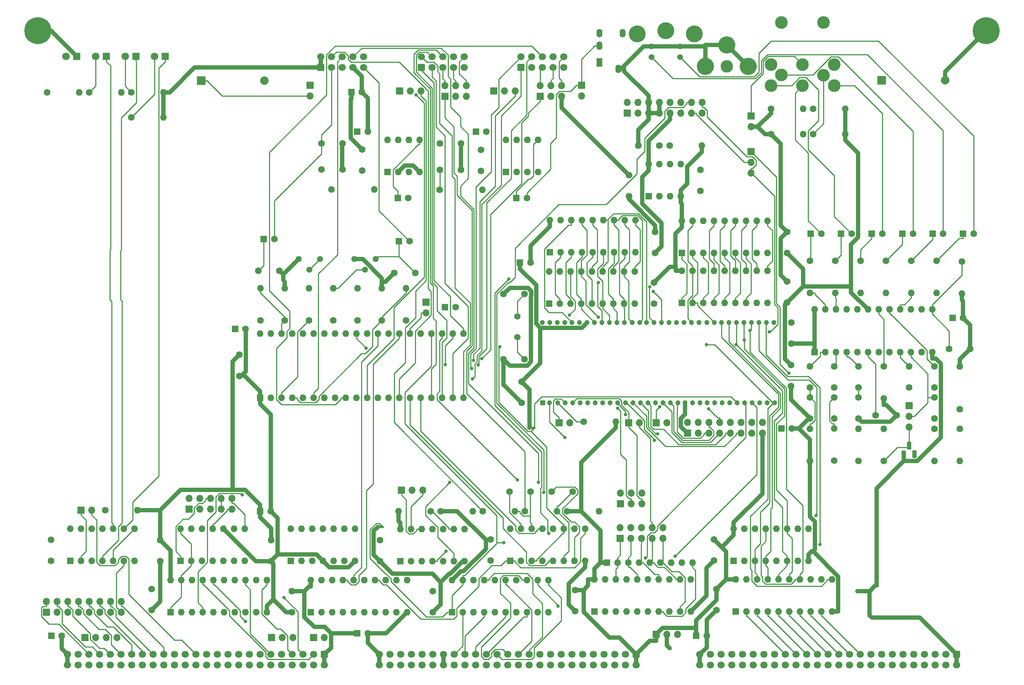
<source format=gbr>
%TF.GenerationSoftware,KiCad,Pcbnew,(6.0.11)*%
%TF.CreationDate,2024-02-24T20:16:03-05:00*%
%TF.ProjectId,input-output.Media,696e7075-742d-46f7-9574-7075742e4d65,rev?*%
%TF.SameCoordinates,Original*%
%TF.FileFunction,Copper,L2,Bot*%
%TF.FilePolarity,Positive*%
%FSLAX46Y46*%
G04 Gerber Fmt 4.6, Leading zero omitted, Abs format (unit mm)*
G04 Created by KiCad (PCBNEW (6.0.11)) date 2024-02-24 20:16:03*
%MOMM*%
%LPD*%
G01*
G04 APERTURE LIST*
G04 Aperture macros list*
%AMRoundRect*
0 Rectangle with rounded corners*
0 $1 Rounding radius*
0 $2 $3 $4 $5 $6 $7 $8 $9 X,Y pos of 4 corners*
0 Add a 4 corners polygon primitive as box body*
4,1,4,$2,$3,$4,$5,$6,$7,$8,$9,$2,$3,0*
0 Add four circle primitives for the rounded corners*
1,1,$1+$1,$2,$3*
1,1,$1+$1,$4,$5*
1,1,$1+$1,$6,$7*
1,1,$1+$1,$8,$9*
0 Add four rect primitives between the rounded corners*
20,1,$1+$1,$2,$3,$4,$5,0*
20,1,$1+$1,$4,$5,$6,$7,0*
20,1,$1+$1,$6,$7,$8,$9,0*
20,1,$1+$1,$8,$9,$2,$3,0*%
G04 Aperture macros list end*
%TA.AperFunction,ComponentPad*%
%ADD10C,6.400000*%
%TD*%
%TA.AperFunction,ComponentPad*%
%ADD11RoundRect,0.250000X-0.600000X0.600000X-0.600000X-0.600000X0.600000X-0.600000X0.600000X0.600000X0*%
%TD*%
%TA.AperFunction,ComponentPad*%
%ADD12C,1.700000*%
%TD*%
%TA.AperFunction,ComponentPad*%
%ADD13R,1.100000X1.800000*%
%TD*%
%TA.AperFunction,ComponentPad*%
%ADD14RoundRect,0.275000X-0.275000X-0.625000X0.275000X-0.625000X0.275000X0.625000X-0.275000X0.625000X0*%
%TD*%
%TA.AperFunction,ComponentPad*%
%ADD15O,1.400000X2.000000*%
%TD*%
%TA.AperFunction,ComponentPad*%
%ADD16R,1.400000X2.000000*%
%TD*%
%TA.AperFunction,ComponentPad*%
%ADD17R,1.600000X1.600000*%
%TD*%
%TA.AperFunction,ComponentPad*%
%ADD18C,1.600000*%
%TD*%
%TA.AperFunction,ComponentPad*%
%ADD19R,1.700000X1.700000*%
%TD*%
%TA.AperFunction,ComponentPad*%
%ADD20O,1.700000X1.700000*%
%TD*%
%TA.AperFunction,ComponentPad*%
%ADD21O,1.600000X1.600000*%
%TD*%
%TA.AperFunction,ComponentPad*%
%ADD22R,2.000000X2.000000*%
%TD*%
%TA.AperFunction,ComponentPad*%
%ADD23C,2.000000*%
%TD*%
%TA.AperFunction,ComponentPad*%
%ADD24C,0.600000*%
%TD*%
%TA.AperFunction,ComponentPad*%
%ADD25R,1.800000X1.800000*%
%TD*%
%TA.AperFunction,ComponentPad*%
%ADD26C,1.800000*%
%TD*%
%TA.AperFunction,ComponentPad*%
%ADD27C,1.371600*%
%TD*%
%TA.AperFunction,ComponentPad*%
%ADD28C,4.000500*%
%TD*%
%TA.AperFunction,ComponentPad*%
%ADD29C,1.500000*%
%TD*%
%TA.AperFunction,ComponentPad*%
%ADD30RoundRect,0.250000X0.600000X-0.600000X0.600000X0.600000X-0.600000X0.600000X-0.600000X-0.600000X0*%
%TD*%
%TA.AperFunction,ComponentPad*%
%ADD31R,1.173480X1.173480*%
%TD*%
%TA.AperFunction,ComponentPad*%
%ADD32C,1.198880*%
%TD*%
%TA.AperFunction,ComponentPad*%
%ADD33C,1.440000*%
%TD*%
%TA.AperFunction,ComponentPad*%
%ADD34C,3.000000*%
%TD*%
%TA.AperFunction,ComponentPad*%
%ADD35C,2.971800*%
%TD*%
%TA.AperFunction,ComponentPad*%
%ADD36C,4.064000*%
%TD*%
%TA.AperFunction,ViaPad*%
%ADD37C,0.800000*%
%TD*%
%TA.AperFunction,Conductor*%
%ADD38C,0.250000*%
%TD*%
%TA.AperFunction,Conductor*%
%ADD39C,1.000000*%
%TD*%
G04 APERTURE END LIST*
%TO.C,NT2*%
G36*
X121850000Y-193050000D02*
G01*
X120650000Y-193050000D01*
X120650000Y-192450000D01*
X121850000Y-192450000D01*
X121850000Y-193050000D01*
G37*
%TO.C,NT1*%
G36*
X157850000Y-169550000D02*
G01*
X156650000Y-169550000D01*
X156650000Y-168950000D01*
X157850000Y-168950000D01*
X157850000Y-169550000D01*
G37*
%TD*%
D10*
%TO.P,H2,1,1*%
%TO.N,GND*%
X265000000Y-75000000D03*
%TD*%
%TO.P,H1,1,1*%
%TO.N,GND*%
X40000000Y-75000000D03*
%TD*%
D11*
%TO.P,P2,1,Pin_1*%
%TO.N,VCC*%
X182000000Y-223000000D03*
D12*
%TO.P,P2,2,Pin_2*%
X182000000Y-225540000D03*
%TO.P,P2,3,Pin_3*%
%TO.N,/bus/A15*%
X179460000Y-223000000D03*
%TO.P,P2,4,Pin_4*%
%TO.N,/bus/A31*%
X179460000Y-225540000D03*
%TO.P,P2,5,Pin_5*%
%TO.N,/bus/A14*%
X176920000Y-223000000D03*
%TO.P,P2,6,Pin_6*%
%TO.N,/bus/A30*%
X176920000Y-225540000D03*
%TO.P,P2,7,Pin_7*%
%TO.N,/bus/A13*%
X174380000Y-223000000D03*
%TO.P,P2,8,Pin_8*%
%TO.N,/bus/A29*%
X174380000Y-225540000D03*
%TO.P,P2,9,Pin_9*%
%TO.N,/bus/A12*%
X171840000Y-223000000D03*
%TO.P,P2,10,Pin_10*%
%TO.N,/bus/A28*%
X171840000Y-225540000D03*
%TO.P,P2,11,Pin_11*%
%TO.N,/bus/A11*%
X169300000Y-223000000D03*
%TO.P,P2,12,Pin_12*%
%TO.N,/bus/A27*%
X169300000Y-225540000D03*
%TO.P,P2,13,Pin_13*%
%TO.N,/bus/A10*%
X166760000Y-223000000D03*
%TO.P,P2,14,Pin_14*%
%TO.N,/bus/A26*%
X166760000Y-225540000D03*
%TO.P,P2,15,Pin_15*%
%TO.N,/bus/A9*%
X164220000Y-223000000D03*
%TO.P,P2,16,Pin_16*%
%TO.N,/bus/A25*%
X164220000Y-225540000D03*
%TO.P,P2,17,Pin_17*%
%TO.N,/bus/A8*%
X161680000Y-223000000D03*
%TO.P,P2,18,Pin_18*%
%TO.N,/bus/A24*%
X161680000Y-225540000D03*
%TO.P,P2,19,Pin_19*%
%TO.N,+12V*%
X159140000Y-223000000D03*
%TO.P,P2,20,Pin_20*%
X159140000Y-225540000D03*
%TO.P,P2,21,Pin_21*%
%TO.N,A7*%
X156600000Y-223000000D03*
%TO.P,P2,22,Pin_22*%
%TO.N,/bus/A23*%
X156600000Y-225540000D03*
%TO.P,P2,23,Pin_23*%
%TO.N,A6*%
X154060000Y-223000000D03*
%TO.P,P2,24,Pin_24*%
%TO.N,/bus/A22*%
X154060000Y-225540000D03*
%TO.P,P2,25,Pin_25*%
%TO.N,A5*%
X151520000Y-223000000D03*
%TO.P,P2,26,Pin_26*%
%TO.N,/bus/A21*%
X151520000Y-225540000D03*
%TO.P,P2,27,Pin_27*%
%TO.N,A4*%
X148980000Y-223000000D03*
%TO.P,P2,28,Pin_28*%
%TO.N,/bus/A20*%
X148980000Y-225540000D03*
%TO.P,P2,29,Pin_29*%
%TO.N,A3*%
X146440000Y-223000000D03*
%TO.P,P2,30,Pin_30*%
%TO.N,/bus/A19*%
X146440000Y-225540000D03*
%TO.P,P2,31,Pin_31*%
%TO.N,A2*%
X143900000Y-223000000D03*
%TO.P,P2,32,Pin_32*%
%TO.N,/bus/A18*%
X143900000Y-225540000D03*
%TO.P,P2,33,Pin_33*%
%TO.N,A1*%
X141360000Y-223000000D03*
%TO.P,P2,34,Pin_34*%
%TO.N,/bus/A17*%
X141360000Y-225540000D03*
%TO.P,P2,35,Pin_35*%
%TO.N,A0*%
X138820000Y-223000000D03*
%TO.P,P2,36,Pin_36*%
%TO.N,/bus/A16*%
X138820000Y-225540000D03*
%TO.P,P2,37,Pin_37*%
%TO.N,-12V*%
X136280000Y-223000000D03*
%TO.P,P2,38,Pin_38*%
X136280000Y-225540000D03*
%TO.P,P2,39,Pin_39*%
%TO.N,/bus/IC3*%
X133740000Y-223000000D03*
%TO.P,P2,40,Pin_40*%
%TO.N,/bus/~{TEND1}*%
X133740000Y-225540000D03*
%TO.P,P2,41,Pin_41*%
%TO.N,/bus/IC2*%
X131200000Y-223000000D03*
%TO.P,P2,42,Pin_42*%
%TO.N,/bus/~{DREQ1}*%
X131200000Y-225540000D03*
%TO.P,P2,43,Pin_43*%
%TO.N,/bus/IC1*%
X128660000Y-223000000D03*
%TO.P,P2,44,Pin_44*%
%TO.N,/bus/~{TEND0}*%
X128660000Y-225540000D03*
%TO.P,P2,45,Pin_45*%
%TO.N,/bus/IC0*%
X126120000Y-223000000D03*
%TO.P,P2,46,Pin_46*%
%TO.N,/bus/~{DREQ0}*%
X126120000Y-225540000D03*
%TO.P,P2,47,Pin_47*%
%TO.N,/bus/AUXCLK1*%
X123580000Y-223000000D03*
%TO.P,P2,48,Pin_48*%
%TO.N,/bus/AUXCLK0*%
X123580000Y-225540000D03*
%TO.P,P2,49,Pin_49*%
%TO.N,GND*%
X121040000Y-223000000D03*
%TO.P,P2,50,Pin_50*%
X121040000Y-225540000D03*
%TD*%
D11*
%TO.P,P3,1,Pin_1*%
%TO.N,VCC*%
X258000000Y-223000000D03*
D12*
%TO.P,P3,2,Pin_2*%
X258000000Y-225540000D03*
%TO.P,P3,3,Pin_3*%
%TO.N,/bus/D15*%
X255460000Y-223000000D03*
%TO.P,P3,4,Pin_4*%
%TO.N,/bus/D31*%
X255460000Y-225540000D03*
%TO.P,P3,5,Pin_5*%
%TO.N,/bus/D14*%
X252920000Y-223000000D03*
%TO.P,P3,6,Pin_6*%
%TO.N,/bus/D30*%
X252920000Y-225540000D03*
%TO.P,P3,7,Pin_7*%
%TO.N,/bus/D13*%
X250380000Y-223000000D03*
%TO.P,P3,8,Pin_8*%
%TO.N,/bus/D29*%
X250380000Y-225540000D03*
%TO.P,P3,9,Pin_9*%
%TO.N,/bus/D12*%
X247840000Y-223000000D03*
%TO.P,P3,10,Pin_10*%
%TO.N,/bus/D28*%
X247840000Y-225540000D03*
%TO.P,P3,11,Pin_11*%
%TO.N,/bus/D11*%
X245300000Y-223000000D03*
%TO.P,P3,12,Pin_12*%
%TO.N,/bus/D27*%
X245300000Y-225540000D03*
%TO.P,P3,13,Pin_13*%
%TO.N,/bus/D10*%
X242760000Y-223000000D03*
%TO.P,P3,14,Pin_14*%
%TO.N,/bus/D26*%
X242760000Y-225540000D03*
%TO.P,P3,15,Pin_15*%
%TO.N,/bus/D9*%
X240220000Y-223000000D03*
%TO.P,P3,16,Pin_16*%
%TO.N,/bus/D25*%
X240220000Y-225540000D03*
%TO.P,P3,17,Pin_17*%
%TO.N,/bus/D8*%
X237680000Y-223000000D03*
%TO.P,P3,18,Pin_18*%
%TO.N,/bus/D24*%
X237680000Y-225540000D03*
%TO.P,P3,19,Pin_19*%
%TO.N,D7*%
X235140000Y-223000000D03*
%TO.P,P3,20,Pin_20*%
%TO.N,/bus/D23*%
X235140000Y-225540000D03*
%TO.P,P3,21,Pin_21*%
%TO.N,D6*%
X232600000Y-223000000D03*
%TO.P,P3,22,Pin_22*%
%TO.N,/bus/D22*%
X232600000Y-225540000D03*
%TO.P,P3,23,Pin_23*%
%TO.N,D5*%
X230060000Y-223000000D03*
%TO.P,P3,24,Pin_24*%
%TO.N,/bus/D21*%
X230060000Y-225540000D03*
%TO.P,P3,25,Pin_25*%
%TO.N,D4*%
X227520000Y-223000000D03*
%TO.P,P3,26,Pin_26*%
%TO.N,/bus/D20*%
X227520000Y-225540000D03*
%TO.P,P3,27,Pin_27*%
%TO.N,D3*%
X224980000Y-223000000D03*
%TO.P,P3,28,Pin_28*%
%TO.N,/bus/D19*%
X224980000Y-225540000D03*
%TO.P,P3,29,Pin_29*%
%TO.N,D2*%
X222440000Y-223000000D03*
%TO.P,P3,30,Pin_30*%
%TO.N,/bus/D18*%
X222440000Y-225540000D03*
%TO.P,P3,31,Pin_31*%
%TO.N,D1*%
X219900000Y-223000000D03*
%TO.P,P3,32,Pin_32*%
%TO.N,/bus/D17*%
X219900000Y-225540000D03*
%TO.P,P3,33,Pin_33*%
%TO.N,D0*%
X217360000Y-223000000D03*
%TO.P,P3,34,Pin_34*%
%TO.N,/bus/D16*%
X217360000Y-225540000D03*
%TO.P,P3,35,Pin_35*%
%TO.N,/bus/~{BUSERR}*%
X214820000Y-223000000D03*
%TO.P,P3,36,Pin_36*%
%TO.N,/bus/UDS*%
X214820000Y-225540000D03*
%TO.P,P3,37,Pin_37*%
%TO.N,/bus/~{VPA}*%
X212280000Y-223000000D03*
%TO.P,P3,38,Pin_38*%
%TO.N,/bus/LDS*%
X212280000Y-225540000D03*
%TO.P,P3,39,Pin_39*%
%TO.N,/bus/~{VMA}*%
X209740000Y-223000000D03*
%TO.P,P3,40,Pin_40*%
%TO.N,/bus/S2*%
X209740000Y-225540000D03*
%TO.P,P3,41,Pin_41*%
%TO.N,/bus/~{BHE}*%
X207200000Y-223000000D03*
%TO.P,P3,42,Pin_42*%
%TO.N,/bus/S1*%
X207200000Y-225540000D03*
%TO.P,P3,43,Pin_43*%
%TO.N,/bus/IPL2*%
X204660000Y-223000000D03*
%TO.P,P3,44,Pin_44*%
%TO.N,/bus/S0*%
X204660000Y-225540000D03*
%TO.P,P3,45,Pin_45*%
%TO.N,/bus/IPL1*%
X202120000Y-223000000D03*
%TO.P,P3,46,Pin_46*%
%TO.N,/bus/AUXCLK3*%
X202120000Y-225540000D03*
%TO.P,P3,47,Pin_47*%
%TO.N,/bus/IPL0*%
X199580000Y-223000000D03*
%TO.P,P3,48,Pin_48*%
%TO.N,/bus/AUXCLK2*%
X199580000Y-225540000D03*
%TO.P,P3,49,Pin_49*%
%TO.N,GND*%
X197040000Y-223000000D03*
%TO.P,P3,50,Pin_50*%
X197040000Y-225540000D03*
%TD*%
D11*
%TO.P,P1,1,Pin_1*%
%TO.N,VCC*%
X108000000Y-223000000D03*
D12*
%TO.P,P1,2,Pin_2*%
X108000000Y-225540000D03*
%TO.P,P1,3,Pin_3*%
%TO.N,~{RD}*%
X105460000Y-223000000D03*
%TO.P,P1,4,Pin_4*%
%TO.N,/bus/E*%
X105460000Y-225540000D03*
%TO.P,P1,5,Pin_5*%
%TO.N,~{WR}*%
X102920000Y-223000000D03*
%TO.P,P1,6,Pin_6*%
%TO.N,/bus/ST*%
X102920000Y-225540000D03*
%TO.P,P1,7,Pin_7*%
%TO.N,~{IORQ}*%
X100380000Y-223000000D03*
%TO.P,P1,8,Pin_8*%
%TO.N,/bus/PHI*%
X100380000Y-225540000D03*
%TO.P,P1,9,Pin_9*%
%TO.N,/bus/~{MREQ}*%
X97840000Y-223000000D03*
%TO.P,P1,10,Pin_10*%
%TO.N,/bus/~{INT2}*%
X97840000Y-225540000D03*
%TO.P,P1,11,Pin_11*%
%TO.N,~{M1}*%
X95300000Y-223000000D03*
%TO.P,P1,12,Pin_12*%
%TO.N,/bus/~{INT1}*%
X95300000Y-225540000D03*
%TO.P,P1,13,Pin_13*%
%TO.N,/bus/~{BUSACK}*%
X92760000Y-223000000D03*
%TO.P,P1,14,Pin_14*%
%TO.N,/bus/CRUCLK*%
X92760000Y-225540000D03*
%TO.P,P1,15,Pin_15*%
%TO.N,CLK*%
X90220000Y-223000000D03*
%TO.P,P1,16,Pin_16*%
%TO.N,/bus/CRUOUT*%
X90220000Y-225540000D03*
%TO.P,P1,17,Pin_17*%
%TO.N,/bus/~{INT0}*%
X87680000Y-223000000D03*
%TO.P,P1,18,Pin_18*%
%TO.N,/bus/CRUIN*%
X87680000Y-225540000D03*
%TO.P,P1,19,Pin_19*%
%TO.N,/bus/~{NMI}*%
X85140000Y-223000000D03*
%TO.P,P1,20,Pin_20*%
%TO.N,~{RES_IN}*%
X85140000Y-225540000D03*
%TO.P,P1,21,Pin_21*%
%TO.N,~{RES_OUT}*%
X82600000Y-223000000D03*
%TO.P,P1,22,Pin_22*%
%TO.N,/bus/USER8*%
X82600000Y-225540000D03*
%TO.P,P1,23,Pin_23*%
%TO.N,/bus/~{BUSRQ}*%
X80060000Y-223000000D03*
%TO.P,P1,24,Pin_24*%
%TO.N,/bus/USER7*%
X80060000Y-225540000D03*
%TO.P,P1,25,Pin_25*%
%TO.N,~{WAIT}*%
X77520000Y-223000000D03*
%TO.P,P1,26,Pin_26*%
%TO.N,/bus/USER6*%
X77520000Y-225540000D03*
%TO.P,P1,27,Pin_27*%
%TO.N,/bus/~{HALT}*%
X74980000Y-223000000D03*
%TO.P,P1,28,Pin_28*%
%TO.N,/bus/USER5*%
X74980000Y-225540000D03*
%TO.P,P1,29,Pin_29*%
%TO.N,/bus/~{RFSH}*%
X72440000Y-223000000D03*
%TO.P,P1,30,Pin_30*%
%TO.N,/bus/USER4*%
X72440000Y-225540000D03*
%TO.P,P1,31,Pin_31*%
%TO.N,~{EIRQ7}*%
X69900000Y-223000000D03*
%TO.P,P1,32,Pin_32*%
%TO.N,/bus/USER3*%
X69900000Y-225540000D03*
%TO.P,P1,33,Pin_33*%
%TO.N,~{EIRQ6}*%
X67360000Y-223000000D03*
%TO.P,P1,34,Pin_34*%
%TO.N,/bus/USER2*%
X67360000Y-225540000D03*
%TO.P,P1,35,Pin_35*%
%TO.N,~{EIRQ5}*%
X64820000Y-223000000D03*
%TO.P,P1,36,Pin_36*%
%TO.N,/bus/USER1*%
X64820000Y-225540000D03*
%TO.P,P1,37,Pin_37*%
%TO.N,~{EIRQ4}*%
X62280000Y-223000000D03*
%TO.P,P1,38,Pin_38*%
%TO.N,/bus/USER0*%
X62280000Y-225540000D03*
%TO.P,P1,39,Pin_39*%
%TO.N,~{EIRQ3}*%
X59740000Y-223000000D03*
%TO.P,P1,40,Pin_40*%
%TO.N,~{BAI}*%
X59740000Y-225540000D03*
%TO.P,P1,41,Pin_41*%
%TO.N,~{EIRQ2}*%
X57200000Y-223000000D03*
%TO.P,P1,42,Pin_42*%
%TO.N,~{BAO}*%
X57200000Y-225540000D03*
%TO.P,P1,43,Pin_43*%
%TO.N,~{EIRQ1}*%
X54660000Y-223000000D03*
%TO.P,P1,44,Pin_44*%
%TO.N,~{IEI}*%
X54660000Y-225540000D03*
%TO.P,P1,45,Pin_45*%
%TO.N,~{EIRQ0}*%
X52120000Y-223000000D03*
%TO.P,P1,46,Pin_46*%
%TO.N,~{IEO}*%
X52120000Y-225540000D03*
%TO.P,P1,47,Pin_47*%
%TO.N,/bus/I2C_SCL*%
X49580000Y-223000000D03*
%TO.P,P1,48,Pin_48*%
%TO.N,/bus/I2C_SDA*%
X49580000Y-225540000D03*
%TO.P,P1,49,Pin_49*%
%TO.N,GND*%
X47040000Y-223000000D03*
%TO.P,P1,50,Pin_50*%
X47040000Y-225540000D03*
%TD*%
D13*
%TO.P,Q1,1,E*%
%TO.N,VCC*%
X245480000Y-175510000D03*
D14*
%TO.P,Q1,2,B*%
%TO.N,Net-(JP1-Pad3)*%
X246750000Y-173440000D03*
%TO.P,Q1,3,C*%
%TO.N,Net-(Q1-Pad3)*%
X248020000Y-175510000D03*
%TD*%
D15*
%TO.P,J12,*%
%TO.N,*%
X178717500Y-75545000D03*
%TO.P,J12,R1*%
%TO.N,/Amplifier/R-CH*%
X173217500Y-78545000D03*
%TO.P,J12,R2*%
%TO.N,unconnected-(J12-PadR2)*%
X173217500Y-75545000D03*
%TO.P,J12,S*%
%TO.N,GND*%
X177717500Y-84045000D03*
D16*
%TO.P,J12,T*%
%TO.N,/Amplifier/L-CH*%
X173217500Y-82545000D03*
%TD*%
D17*
%TO.P,C60,1*%
%TO.N,Net-(C60-Pad1)*%
X252317600Y-123170000D03*
D18*
%TO.P,C60,2*%
%TO.N,/VDP/LUMA*%
X254817600Y-123170000D03*
%TD*%
%TO.P,C34,1*%
%TO.N,GND*%
X145110000Y-108230000D03*
%TO.P,C34,2*%
%TO.N,/Amplifier/AMPPWR*%
X145110000Y-103230000D03*
%TD*%
%TO.P,C43,1*%
%TO.N,/VDP/RED*%
X223250000Y-159670000D03*
%TO.P,C43,2*%
%TO.N,Net-(C43-Pad2)*%
X223250000Y-154670000D03*
%TD*%
D19*
%TO.P,SW1,1,Pin_1*%
%TO.N,Net-(RN1-Pad2)*%
X178125000Y-195475000D03*
D20*
%TO.P,SW1,2,Pin_2*%
%TO.N,ZERO*%
X178125000Y-192935000D03*
%TO.P,SW1,3,Pin_3*%
%TO.N,Net-(RN1-Pad3)*%
X180665000Y-195475000D03*
%TO.P,SW1,4,Pin_4*%
%TO.N,ZERO*%
X180665000Y-192935000D03*
%TO.P,SW1,5,Pin_5*%
%TO.N,Net-(RN1-Pad4)*%
X183205000Y-195475000D03*
%TO.P,SW1,6,Pin_6*%
%TO.N,ZERO*%
X183205000Y-192935000D03*
%TO.P,SW1,7,Pin_7*%
%TO.N,Net-(RN1-Pad5)*%
X185745000Y-195475000D03*
%TO.P,SW1,8,Pin_8*%
%TO.N,ZERO*%
X185745000Y-192935000D03*
%TO.P,SW1,9,Pin_9*%
%TO.N,Net-(RN1-Pad6)*%
X188285000Y-195475000D03*
%TO.P,SW1,10,Pin_10*%
%TO.N,ZERO*%
X188285000Y-192935000D03*
%TD*%
D17*
%TO.P,U17,1,~{A}*%
%TO.N,~{CS_ACR}*%
X152125000Y-200800000D03*
D21*
%TO.P,U17,2,B*%
%TO.N,ONE*%
X154665000Y-200800000D03*
%TO.P,U17,3,~{CLR}*%
X157205000Y-200800000D03*
%TO.P,U17,4,~{Q}*%
%TO.N,unconnected-(U17-Pad4)*%
X159745000Y-200800000D03*
%TO.P,U17,5,Q*%
%TO.N,/PSG/PWA2*%
X162285000Y-200800000D03*
%TO.P,U17,6,Cext*%
%TO.N,Net-(C85-Pad2)*%
X164825000Y-200800000D03*
%TO.P,U17,7,RCext*%
%TO.N,Net-(C85-Pad1)*%
X167365000Y-200800000D03*
%TO.P,U17,8,GND*%
%TO.N,GND*%
X169905000Y-200800000D03*
%TO.P,U17,9,~{A}*%
%TO.N,~{CS_ACR}*%
X169905000Y-193180000D03*
%TO.P,U17,10,B*%
%TO.N,ONE*%
X167365000Y-193180000D03*
%TO.P,U17,11,~{CLR}*%
X164825000Y-193180000D03*
%TO.P,U17,12,~{Q}*%
%TO.N,unconnected-(U17-Pad12)*%
X162285000Y-193180000D03*
%TO.P,U17,13,Q*%
%TO.N,/PSG/PWA1*%
X159745000Y-193180000D03*
%TO.P,U17,14,Cext*%
%TO.N,Net-(C84-Pad2)*%
X157205000Y-193180000D03*
%TO.P,U17,15,RCext*%
%TO.N,Net-(C84-Pad1)*%
X154665000Y-193180000D03*
%TO.P,U17,16,VCC*%
%TO.N,VCC*%
X152125000Y-193180000D03*
%TD*%
D17*
%TO.P,C59,1*%
%TO.N,Net-(C59-Pad1)*%
X245135200Y-123170000D03*
D18*
%TO.P,C59,2*%
%TO.N,/VDP/COMP*%
X247635200Y-123170000D03*
%TD*%
D19*
%TO.P,JP9,1,A*%
%TO.N,/Amplifier/L-CH*%
X104580000Y-87970000D03*
D20*
%TO.P,JP9,2,B*%
%TO.N,Net-(JP9-Pad2)*%
X104580000Y-90510000D03*
%TD*%
D18*
%TO.P,C5,1*%
%TO.N,VCC*%
X180250000Y-109250000D03*
%TO.P,C5,2*%
%TO.N,GND*%
X180250000Y-114250000D03*
%TD*%
D19*
%TO.P,JP4,1,A*%
%TO.N,GND*%
X132100000Y-139425000D03*
D20*
%TO.P,JP4,2,B*%
%TO.N,Net-(JP4-Pad2)*%
X132100000Y-141965000D03*
%TD*%
D18*
%TO.P,R17,1*%
%TO.N,Net-(C60-Pad1)*%
X247250000Y-129610000D03*
D21*
%TO.P,R17,2*%
%TO.N,Net-(R17-Pad2)*%
X247250000Y-137230000D03*
%TD*%
D19*
%TO.P,JP2,1,A*%
%TO.N,Net-(JP2-Pad1)*%
X50275000Y-188750000D03*
D20*
%TO.P,JP2,2,B*%
%TO.N,~{WAIT}*%
X52815000Y-188750000D03*
%TD*%
D18*
%TO.P,R30,1*%
%TO.N,Net-(C38-Pad1)*%
X109662000Y-112700000D03*
D21*
%TO.P,R30,2*%
%TO.N,Net-(C46-Pad1)*%
X119822000Y-112700000D03*
%TD*%
D18*
%TO.P,C85,1*%
%TO.N,Net-(C85-Pad1)*%
X161900000Y-184400000D03*
%TO.P,C85,2*%
%TO.N,Net-(C85-Pad2)*%
X166900000Y-184400000D03*
%TD*%
%TO.P,R16,1*%
%TO.N,Net-(C59-Pad1)*%
X241250000Y-129610000D03*
D21*
%TO.P,R16,2*%
%TO.N,Net-(R16-Pad2)*%
X241250000Y-137230000D03*
%TD*%
D18*
%TO.P,C80,1*%
%TO.N,GND*%
X97350000Y-131950000D03*
%TO.P,C80,2*%
%TO.N,Net-(C80-Pad2)*%
X92350000Y-131950000D03*
%TD*%
D22*
%TO.P,LS1,1,1*%
%TO.N,Net-(JP9-Pad2)*%
X78760000Y-86800000D03*
D23*
%TO.P,LS1,2,2*%
%TO.N,GND*%
X93760000Y-86800000D03*
%TD*%
D17*
%TO.P,C61,1*%
%TO.N,Net-(C61-Pad1)*%
X259567600Y-123170000D03*
D18*
%TO.P,C61,2*%
%TO.N,/VDP/CHROMA*%
X262067600Y-123170000D03*
%TD*%
%TO.P,R15,1*%
%TO.N,Net-(C58-Pad1)*%
X235250000Y-129610000D03*
D21*
%TO.P,R15,2*%
%TO.N,Net-(R15-Pad2)*%
X235250000Y-137230000D03*
%TD*%
D18*
%TO.P,R22,1*%
%TO.N,Net-(C4-Pad1)*%
X189940000Y-102250000D03*
D21*
%TO.P,R22,2*%
%TO.N,GND*%
X197560000Y-102250000D03*
%TD*%
D17*
%TO.P,U1,1,I1/CLK*%
%TO.N,unconnected-(U1-Pad1)*%
X104750000Y-213000000D03*
D21*
%TO.P,U1,2,I2*%
%TO.N,~{bWR}*%
X107290000Y-213000000D03*
%TO.P,U1,3,I3*%
%TO.N,~{CS_MEDIA}*%
X109830000Y-213000000D03*
%TO.P,U1,4,I4*%
%TO.N,~{bRD}*%
X112370000Y-213000000D03*
%TO.P,U1,5,I5*%
%TO.N,bA2*%
X114910000Y-213000000D03*
%TO.P,U1,6,I6*%
%TO.N,bA0*%
X117450000Y-213000000D03*
%TO.P,U1,7,I7*%
%TO.N,bA1*%
X119990000Y-213000000D03*
%TO.P,U1,8,I8*%
%TO.N,unconnected-(U1-Pad8)*%
X122530000Y-213000000D03*
%TO.P,U1,9,I9*%
%TO.N,unconnected-(U1-Pad9)*%
X125070000Y-213000000D03*
%TO.P,U1,10,GND*%
%TO.N,GND*%
X127610000Y-213000000D03*
%TO.P,U1,11,I10/~{OE}*%
%TO.N,unconnected-(U1-Pad11)*%
X127610000Y-205380000D03*
%TO.P,U1,12,IO8*%
%TO.N,unconnected-(U1-Pad12)*%
X125070000Y-205380000D03*
%TO.P,U1,13,IO7*%
%TO.N,unconnected-(U1-Pad13)*%
X122530000Y-205380000D03*
%TO.P,U1,14,IO6*%
%TO.N,~{CS_ACR}*%
X119990000Y-205380000D03*
%TO.P,U1,15,IO5*%
%TO.N,~{CS_ACR_WR}*%
X117450000Y-205380000D03*
%TO.P,U1,16,IO4*%
%TO.N,~{CS_PSG_A0}*%
X114910000Y-205380000D03*
%TO.P,U1,17,I03*%
%TO.N,~{CS_PSG_WR}*%
X112370000Y-205380000D03*
%TO.P,U1,18,IO2*%
%TO.N,~{VDP_RD}*%
X109830000Y-205380000D03*
%TO.P,U1,19,IO1*%
%TO.N,~{VDP_WR}*%
X107290000Y-205380000D03*
%TO.P,U1,20,VCC*%
%TO.N,VCC*%
X104750000Y-205380000D03*
%TD*%
D19*
%TO.P,JP8,1,A*%
%TO.N,VCC*%
X186725000Y-218250000D03*
D20*
%TO.P,JP8,2,C*%
%TO.N,/Amplifier/AMPPWR*%
X189265000Y-218250000D03*
%TO.P,JP8,3,B*%
%TO.N,+12V*%
X191805000Y-218250000D03*
%TD*%
D17*
%TO.P,U4,1*%
%TO.N,Net-(U24-Pad8)*%
X47675000Y-200800000D03*
D21*
%TO.P,U4,2*%
%TO.N,Net-(JP2-Pad1)*%
X50215000Y-200800000D03*
%TO.P,U4,3*%
%TO.N,/ACR/STATUS-VDP*%
X52755000Y-200800000D03*
%TO.P,U4,4*%
%TO.N,Net-(D2-Pad1)*%
X55295000Y-200800000D03*
%TO.P,U4,5*%
%TO.N,Net-(U4-Pad5)*%
X57835000Y-200800000D03*
%TO.P,U4,6*%
%TO.N,Net-(J7-Pad1)*%
X60375000Y-200800000D03*
%TO.P,U4,7,GND*%
%TO.N,GND*%
X62915000Y-200800000D03*
%TO.P,U4,8*%
%TO.N,Net-(U4-Pad5)*%
X62915000Y-193180000D03*
%TO.P,U4,9*%
%TO.N,/VDP/~{VINT}*%
X60375000Y-193180000D03*
%TO.P,U4,10*%
%TO.N,Net-(D4-Pad1)*%
X57835000Y-193180000D03*
%TO.P,U4,11*%
%TO.N,/ACR/STATUS-PSG*%
X55295000Y-193180000D03*
%TO.P,U4,12*%
%TO.N,unconnected-(U4-Pad12)*%
X52755000Y-193180000D03*
%TO.P,U4,13*%
%TO.N,unconnected-(U4-Pad13)*%
X50215000Y-193180000D03*
%TO.P,U4,14,VCC*%
%TO.N,VCC*%
X47675000Y-193180000D03*
%TD*%
D18*
%TO.P,L1,1*%
%TO.N,Net-(C51-Pad2)*%
X258750000Y-164830000D03*
D21*
%TO.P,L1,2*%
%TO.N,GND*%
X258750000Y-154670000D03*
%TD*%
D19*
%TO.P,P8,1,Pin_1*%
%TO.N,Net-(P8-Pad1)*%
X75925000Y-188540000D03*
D20*
%TO.P,P8,2,Pin_2*%
%TO.N,Net-(P8-Pad2)*%
X75925000Y-186000000D03*
%TO.P,P8,3,Pin_3*%
%TO.N,Net-(P8-Pad1)*%
X78465000Y-188540000D03*
%TO.P,P8,4,Pin_4*%
%TO.N,Net-(P8-Pad4)*%
X78465000Y-186000000D03*
%TO.P,P8,5,Pin_5*%
%TO.N,Net-(P8-Pad5)*%
X81005000Y-188540000D03*
%TO.P,P8,6,Pin_6*%
%TO.N,/PSG/CLK_AY3*%
X81005000Y-186000000D03*
%TO.P,P8,7,Pin_7*%
%TO.N,Net-(P8-Pad7)*%
X83545000Y-188540000D03*
%TO.P,P8,8,Pin_8*%
X83545000Y-186000000D03*
%TO.P,P8,9,Pin_9*%
%TO.N,Net-(P8-Pad9)*%
X86085000Y-188540000D03*
%TO.P,P8,10,Pin_10*%
%TO.N,Net-(P8-Pad10)*%
X86085000Y-186000000D03*
%TD*%
D24*
%TO.P,NT2,1,1*%
%TO.N,GND*%
X120650000Y-192750000D03*
%TO.P,NT2,2,2*%
%TO.N,ZERO*%
X121850000Y-192750000D03*
%TD*%
D19*
%TO.P,J8,1,Pin_1*%
%TO.N,VCC*%
X148175000Y-89290000D03*
D20*
%TO.P,J8,2,Pin_2*%
%TO.N,Net-(J8-Pad2)*%
X150715000Y-89290000D03*
%TO.P,J8,3,Pin_3*%
%TO.N,/PSG/JOYBG*%
X153255000Y-89290000D03*
%TD*%
D18*
%TO.P,R3,1*%
%TO.N,GND*%
X213940000Y-99500000D03*
D21*
%TO.P,R3,2*%
%TO.N,/VDP/YS*%
X221560000Y-99500000D03*
%TD*%
D18*
%TO.P,C66,1*%
%TO.N,VCC*%
X217750000Y-139500000D03*
%TO.P,C66,2*%
%TO.N,GND*%
X217750000Y-134500000D03*
%TD*%
D17*
%TO.P,U7,1,OE*%
%TO.N,ZERO*%
X192850000Y-139550000D03*
D21*
%TO.P,U7,2,IO1*%
%TO.N,/VDP/VD0*%
X195390000Y-139550000D03*
%TO.P,U7,3,IO2*%
%TO.N,/VDP/VD1*%
X197930000Y-139550000D03*
%TO.P,U7,4,WE*%
%TO.N,/VDP/~{VRW}*%
X200470000Y-139550000D03*
%TO.P,U7,5,RAS*%
%TO.N,/VDP/~{RAS}*%
X203010000Y-139550000D03*
%TO.P,U7,6,A6*%
%TO.N,/VDP/AD6*%
X205550000Y-139550000D03*
%TO.P,U7,7,A5*%
%TO.N,/VDP/AD5*%
X208090000Y-139550000D03*
%TO.P,U7,8,A4*%
%TO.N,/VDP/AD4*%
X210630000Y-139550000D03*
%TO.P,U7,9,VCC*%
%TO.N,VCC*%
X213170000Y-139550000D03*
%TO.P,U7,10,A7*%
%TO.N,/VDP/AD7*%
X213170000Y-131930000D03*
%TO.P,U7,11,A3*%
%TO.N,/VDP/AD3*%
X210630000Y-131930000D03*
%TO.P,U7,12,A2*%
%TO.N,/VDP/AD2*%
X208090000Y-131930000D03*
%TO.P,U7,13,A1*%
%TO.N,/VDP/AD1*%
X205550000Y-131930000D03*
%TO.P,U7,14,A0*%
%TO.N,/VDP/AD0*%
X203010000Y-131930000D03*
%TO.P,U7,15,IO3*%
%TO.N,/VDP/VD2*%
X200470000Y-131930000D03*
%TO.P,U7,16,CAS*%
%TO.N,/VDP/~{CAS0}*%
X197930000Y-131930000D03*
%TO.P,U7,17,IO4*%
%TO.N,/VDP/VD3*%
X195390000Y-131930000D03*
%TO.P,U7,18,GND*%
%TO.N,GND*%
X192850000Y-131930000D03*
%TD*%
D19*
%TO.P,JP6,1,A*%
%TO.N,/VDP/~{HSYNC}*%
X180225000Y-168000000D03*
D20*
%TO.P,JP6,2,B*%
%TO.N,ZERO*%
X182765000Y-168000000D03*
%TD*%
D25*
%TO.P,D1,1,K*%
%TO.N,GND*%
X49250000Y-81100000D03*
D26*
%TO.P,D1,2,A*%
%TO.N,Net-(D1-Pad2)*%
X46710000Y-81100000D03*
%TD*%
D18*
%TO.P,R2,1*%
%TO.N,GND*%
X213940000Y-93500000D03*
D21*
%TO.P,R2,2*%
%TO.N,/VDP/AV*%
X221560000Y-93500000D03*
%TD*%
D18*
%TO.P,R5,1*%
%TO.N,GND*%
X223250000Y-177060000D03*
D21*
%TO.P,R5,2*%
%TO.N,/VDP/RED*%
X223250000Y-169440000D03*
%TD*%
D18*
%TO.P,R39,1*%
%TO.N,VCC*%
X135590000Y-189000000D03*
D21*
%TO.P,R39,2*%
%TO.N,Net-(C84-Pad2)*%
X143210000Y-189000000D03*
%TD*%
D19*
%TO.P,P13,1,Pin_1*%
%TO.N,Net-(P13-Pad1)*%
X178225000Y-187275000D03*
D20*
%TO.P,P13,2,Pin_2*%
%TO.N,/VDP/VSYNC*%
X178225000Y-184735000D03*
%TO.P,P13,3,Pin_3*%
%TO.N,/VDP/VGA-HSYNC*%
X180765000Y-187275000D03*
%TO.P,P13,4,Pin_4*%
%TO.N,/VDP/VGA-VSYNC*%
X180765000Y-184735000D03*
%TO.P,P13,5,Pin_5*%
%TO.N,/VDP/~{HSYNC}*%
X183305000Y-187275000D03*
%TO.P,P13,6,Pin_6*%
%TO.N,/VDP/~{VSYNC}*%
X183305000Y-184735000D03*
%TD*%
D17*
%TO.P,U5,1,GND*%
%TO.N,GND*%
X224275000Y-151270000D03*
D21*
%TO.P,U5,2,RIN*%
%TO.N,Net-(C43-Pad2)*%
X226815000Y-151270000D03*
%TO.P,U5,3,GIN*%
%TO.N,Net-(C44-Pad2)*%
X229355000Y-151270000D03*
%TO.P,U5,4,BIN*%
%TO.N,Net-(C45-Pad2)*%
X231895000Y-151270000D03*
%TO.P,U5,5,NC*%
%TO.N,unconnected-(U5-Pad5)*%
X234435000Y-151270000D03*
%TO.P,U5,6,SCIN*%
%TO.N,Net-(C49-Pad1)*%
X236975000Y-151270000D03*
%TO.P,U5,7,NTSC/~{PAL}*%
%TO.N,VCC*%
X239515000Y-151270000D03*
%TO.P,U5,8,BFOUT*%
%TO.N,unconnected-(U5-Pad8)*%
X242055000Y-151270000D03*
%TO.P,U5,9,YCLPC*%
%TO.N,Net-(C50-Pad1)*%
X244595000Y-151270000D03*
%TO.P,U5,10,SYNCIN*%
%TO.N,/VDP/SYNCIN*%
X247135000Y-151270000D03*
%TO.P,U5,11,NC*%
%TO.N,unconnected-(U5-Pad11)*%
X249675000Y-151270000D03*
%TO.P,U5,12,VCC*%
%TO.N,VCC*%
X252215000Y-151270000D03*
%TO.P,U5,13,IREF*%
%TO.N,Net-(C55-Pad1)*%
X252215000Y-141110000D03*
%TO.P,U5,14,VREF*%
%TO.N,Net-(C54-Pad1)*%
X249675000Y-141110000D03*
%TO.P,U5,15,COUT*%
%TO.N,Net-(R18-Pad2)*%
X247135000Y-141110000D03*
%TO.P,U5,16,YOUT*%
%TO.N,Net-(R17-Pad2)*%
X244595000Y-141110000D03*
%TO.P,U5,17,YTRAP*%
%TO.N,Net-(C51-Pad1)*%
X242055000Y-141110000D03*
%TO.P,U5,18,FO*%
%TO.N,Net-(R11-Pad1)*%
X239515000Y-141110000D03*
%TO.P,U5,19,VCC*%
%TO.N,VCC*%
X236975000Y-141110000D03*
%TO.P,U5,20,CVOUT*%
%TO.N,Net-(R16-Pad2)*%
X234435000Y-141110000D03*
%TO.P,U5,21,BOUT*%
%TO.N,Net-(R15-Pad2)*%
X231895000Y-141110000D03*
%TO.P,U5,22,GOUT*%
%TO.N,Net-(R14-Pad2)*%
X229355000Y-141110000D03*
%TO.P,U5,23,ROUT*%
%TO.N,Net-(R13-Pad2)*%
X226815000Y-141110000D03*
%TO.P,U5,24,GND*%
%TO.N,GND*%
X224275000Y-141110000D03*
%TD*%
D18*
%TO.P,R24,1*%
%TO.N,Net-(U4-Pad5)*%
X55990000Y-188750000D03*
D21*
%TO.P,R24,2*%
%TO.N,VCC*%
X63610000Y-188750000D03*
%TD*%
D27*
%TO.P,J14,1*%
%TO.N,GND*%
X185600000Y-78750000D03*
%TO.P,J14,2*%
X192400000Y-78750000D03*
%TO.P,J14,3*%
%TO.N,/VDP/LUMA*%
X185600000Y-81250000D03*
%TO.P,J14,4*%
%TO.N,/VDP/CHROMA*%
X192400000Y-81250000D03*
D28*
%TO.P,J14,~*%
%TO.N,N/C*%
X195750000Y-75750000D03*
X182250000Y-75750000D03*
X189000000Y-74950000D03*
%TD*%
D18*
%TO.P,R38,1*%
%TO.N,Net-(P8-Pad1)*%
X110100000Y-143700000D03*
D21*
%TO.P,R38,2*%
%TO.N,Net-(C81-Pad1)*%
X110100000Y-136080000D03*
%TD*%
D18*
%TO.P,R41,1*%
%TO.N,/PSG/POTA1*%
X145590000Y-189000000D03*
D21*
%TO.P,R41,2*%
%TO.N,Net-(C84-Pad2)*%
X153210000Y-189000000D03*
%TD*%
D18*
%TO.P,C79,1*%
%TO.N,VCC*%
X95400000Y-195900000D03*
%TO.P,C79,2*%
%TO.N,GND*%
X95400000Y-200900000D03*
%TD*%
D17*
%TO.P,C57,1*%
%TO.N,Net-(C57-Pad1)*%
X230612900Y-123170000D03*
D18*
%TO.P,C57,2*%
%TO.N,/VDP/GOUT*%
X233112900Y-123170000D03*
%TD*%
%TO.P,C15,1*%
%TO.N,VCC*%
X67000000Y-207500000D03*
%TO.P,C15,2*%
%TO.N,GND*%
X67000000Y-212500000D03*
%TD*%
D17*
%TO.P,U20,1,GND*%
%TO.N,GND*%
X92725000Y-162075000D03*
D21*
%TO.P,U20,2,NC2*%
%TO.N,unconnected-(U20-Pad2)*%
X95265000Y-162075000D03*
%TO.P,U20,3,OUTB*%
%TO.N,Net-(P8-Pad1)*%
X97805000Y-162075000D03*
%TO.P,U20,4,OUTA*%
%TO.N,Net-(P8-Pad4)*%
X100345000Y-162075000D03*
%TO.P,U20,5,NC5*%
%TO.N,unconnected-(U20-Pad5)*%
X102885000Y-162075000D03*
%TO.P,U20,6,IOB7*%
%TO.N,/PSG/SPAREB*%
X105425000Y-162075000D03*
%TO.P,U20,7,IOB6*%
%TO.N,/PSG/JOYBH*%
X107965000Y-162075000D03*
%TO.P,U20,8,IOB5*%
%TO.N,/PSG/JOYBG*%
X110505000Y-162075000D03*
%TO.P,U20,9,IOB4*%
%TO.N,/PSG/JOYBF*%
X113045000Y-162075000D03*
%TO.P,U20,10,IOB3*%
%TO.N,/PSG/JOYBR*%
X115585000Y-162075000D03*
%TO.P,U20,11,IOB2*%
%TO.N,/PSG/JOYBL*%
X118125000Y-162075000D03*
%TO.P,U20,12,IOB1*%
%TO.N,/PSG/JOYBD*%
X120665000Y-162075000D03*
%TO.P,U20,13,IOB0*%
%TO.N,/PSG/JOYBU*%
X123205000Y-162075000D03*
%TO.P,U20,14,IOA7*%
%TO.N,/PSG/SPAREA*%
X125745000Y-162075000D03*
%TO.P,U20,15,IOA6*%
%TO.N,/PSG/PWA2*%
X128285000Y-162075000D03*
%TO.P,U20,16,IOA5*%
%TO.N,/PSG/PWA1*%
X130825000Y-162075000D03*
%TO.P,U20,17,IOA4*%
%TO.N,/PSG/JOYAF*%
X133365000Y-162075000D03*
%TO.P,U20,18,IOA3*%
%TO.N,/PSG/JOYAR*%
X135905000Y-162075000D03*
%TO.P,U20,19,IOA2*%
%TO.N,/PSG/JOYAL*%
X138445000Y-162075000D03*
%TO.P,U20,20,IOA1*%
%TO.N,/PSG/JOYAD*%
X140985000Y-162075000D03*
%TO.P,U20,21,IOA0*%
%TO.N,/PSG/JOYAU*%
X140985000Y-146835000D03*
%TO.P,U20,22,CLOCK*%
%TO.N,Net-(P8-Pad7)*%
X138445000Y-146835000D03*
%TO.P,U20,23,RESET*%
%TO.N,~{RESAY3}*%
X135905000Y-146835000D03*
%TO.P,U20,24,A9*%
%TO.N,ZERO*%
X133365000Y-146835000D03*
%TO.P,U20,25,A8*%
%TO.N,ONE*%
X130825000Y-146835000D03*
%TO.P,U20,26,TEST2*%
%TO.N,Net-(JP4-Pad2)*%
X128285000Y-146835000D03*
%TO.P,U20,27,BDIR*%
%TO.N,~{CS_PSG_WR}*%
X125745000Y-146835000D03*
%TO.P,U20,28,BC2*%
%TO.N,ONE*%
X123205000Y-146835000D03*
%TO.P,U20,29,BC1*%
%TO.N,~{CS_PSG_A0}*%
X120665000Y-146835000D03*
%TO.P,U20,30,D7*%
%TO.N,bD7*%
X118125000Y-146835000D03*
%TO.P,U20,31,D6*%
%TO.N,bD6*%
X115585000Y-146835000D03*
%TO.P,U20,32,D5*%
%TO.N,bD5*%
X113045000Y-146835000D03*
%TO.P,U20,33,D4*%
%TO.N,bD4*%
X110505000Y-146835000D03*
%TO.P,U20,34,D3*%
%TO.N,bD3*%
X107965000Y-146835000D03*
%TO.P,U20,35,D2*%
%TO.N,bD2*%
X105425000Y-146835000D03*
%TO.P,U20,36,D1*%
%TO.N,bD1*%
X102885000Y-146835000D03*
%TO.P,U20,37,D0*%
%TO.N,bD0*%
X100345000Y-146835000D03*
%TO.P,U20,38,OUTC*%
%TO.N,Net-(P8-Pad2)*%
X97805000Y-146835000D03*
%TO.P,U20,39,TEST1*%
%TO.N,unconnected-(U20-Pad39)*%
X95265000Y-146835000D03*
%TO.P,U20,40,VCC*%
%TO.N,VCC*%
X92725000Y-146835000D03*
%TD*%
D18*
%TO.P,C2,1*%
%TO.N,VCC*%
X147400000Y-195700000D03*
%TO.P,C2,2*%
%TO.N,GND*%
X147400000Y-200700000D03*
%TD*%
%TO.P,C12,1*%
%TO.N,VCC*%
X69065000Y-195900000D03*
%TO.P,C12,2*%
%TO.N,GND*%
X69065000Y-200900000D03*
%TD*%
D17*
%TO.P,U11,1,OE*%
%TO.N,ZERO*%
X161470000Y-127600000D03*
D21*
%TO.P,U11,2,IO1*%
%TO.N,/VDP/VD4*%
X164010000Y-127600000D03*
%TO.P,U11,3,IO2*%
%TO.N,/VDP/VD5*%
X166550000Y-127600000D03*
%TO.P,U11,4,WE*%
%TO.N,/VDP/~{VRW}*%
X169090000Y-127600000D03*
%TO.P,U11,5,RAS*%
%TO.N,/VDP/~{RAS}*%
X171630000Y-127600000D03*
%TO.P,U11,6,A6*%
%TO.N,/VDP/AD6*%
X174170000Y-127600000D03*
%TO.P,U11,7,A5*%
%TO.N,/VDP/AD5*%
X176710000Y-127600000D03*
%TO.P,U11,8,A4*%
%TO.N,/VDP/AD4*%
X179250000Y-127600000D03*
%TO.P,U11,9,VCC*%
%TO.N,VCC*%
X181790000Y-127600000D03*
%TO.P,U11,10,A7*%
%TO.N,/VDP/AD7*%
X181790000Y-119980000D03*
%TO.P,U11,11,A3*%
%TO.N,/VDP/AD3*%
X179250000Y-119980000D03*
%TO.P,U11,12,A2*%
%TO.N,/VDP/AD2*%
X176710000Y-119980000D03*
%TO.P,U11,13,A1*%
%TO.N,/VDP/AD1*%
X174170000Y-119980000D03*
%TO.P,U11,14,A0*%
%TO.N,/VDP/AD0*%
X171630000Y-119980000D03*
%TO.P,U11,15,IO3*%
%TO.N,/VDP/VD6*%
X169090000Y-119980000D03*
%TO.P,U11,16,CAS*%
%TO.N,/VDP/~{CAS1}*%
X166550000Y-119980000D03*
%TO.P,U11,17,IO4*%
%TO.N,/VDP/VD7*%
X164010000Y-119980000D03*
%TO.P,U11,18,GND*%
%TO.N,GND*%
X161470000Y-119980000D03*
%TD*%
D18*
%TO.P,R40,1*%
%TO.N,VCC*%
X165590000Y-189000000D03*
D21*
%TO.P,R40,2*%
%TO.N,Net-(C85-Pad2)*%
X173210000Y-189000000D03*
%TD*%
D18*
%TO.P,C49,1*%
%TO.N,Net-(C49-Pad1)*%
X238750000Y-166250000D03*
%TO.P,C49,2*%
%TO.N,GND*%
X243750000Y-166250000D03*
%TD*%
%TO.P,C51,1*%
%TO.N,Net-(C51-Pad1)*%
X252750000Y-154670000D03*
%TO.P,C51,2*%
%TO.N,Net-(C51-Pad2)*%
X252750000Y-159670000D03*
%TD*%
D17*
%TO.P,C21,1*%
%TO.N,VCC*%
X216400000Y-169400000D03*
D18*
%TO.P,C21,2*%
%TO.N,GND*%
X218900000Y-169400000D03*
%TD*%
D29*
%TO.P,X1,1,1*%
%TO.N,Net-(C52-Pad1)*%
X153750000Y-147700000D03*
%TO.P,X1,2,2*%
%TO.N,Net-(C53-Pad1)*%
X153750000Y-142820000D03*
%TD*%
D18*
%TO.P,C19,1*%
%TO.N,VCC*%
X87794900Y-151900000D03*
%TO.P,C19,2*%
%TO.N,GND*%
X87794900Y-156900000D03*
%TD*%
D17*
%TO.P,U10,1,OE*%
%TO.N,ZERO*%
X192850000Y-127750000D03*
D21*
%TO.P,U10,2,IO1*%
%TO.N,/VDP/VD0*%
X195390000Y-127750000D03*
%TO.P,U10,3,IO2*%
%TO.N,/VDP/VD1*%
X197930000Y-127750000D03*
%TO.P,U10,4,WE*%
%TO.N,/VDP/~{VRW}*%
X200470000Y-127750000D03*
%TO.P,U10,5,RAS*%
%TO.N,/VDP/~{RAS}*%
X203010000Y-127750000D03*
%TO.P,U10,6,A6*%
%TO.N,/VDP/AD6*%
X205550000Y-127750000D03*
%TO.P,U10,7,A5*%
%TO.N,/VDP/AD5*%
X208090000Y-127750000D03*
%TO.P,U10,8,A4*%
%TO.N,/VDP/AD4*%
X210630000Y-127750000D03*
%TO.P,U10,9,VCC*%
%TO.N,VCC*%
X213170000Y-127750000D03*
%TO.P,U10,10,A7*%
%TO.N,/VDP/AD7*%
X213170000Y-120130000D03*
%TO.P,U10,11,A3*%
%TO.N,/VDP/AD3*%
X210630000Y-120130000D03*
%TO.P,U10,12,A2*%
%TO.N,/VDP/AD2*%
X208090000Y-120130000D03*
%TO.P,U10,13,A1*%
%TO.N,/VDP/AD1*%
X205550000Y-120130000D03*
%TO.P,U10,14,A0*%
%TO.N,/VDP/AD0*%
X203010000Y-120130000D03*
%TO.P,U10,15,IO3*%
%TO.N,/VDP/VD2*%
X200470000Y-120130000D03*
%TO.P,U10,16,CAS*%
%TO.N,/VDP/~{CAS1}*%
X197930000Y-120130000D03*
%TO.P,U10,17,IO4*%
%TO.N,/VDP/VD3*%
X195390000Y-120130000D03*
%TO.P,U10,18,GND*%
%TO.N,GND*%
X192850000Y-120130000D03*
%TD*%
D17*
%TO.P,U8,1,OE*%
%TO.N,ZERO*%
X161310000Y-139770000D03*
D21*
%TO.P,U8,2,IO1*%
%TO.N,/VDP/VD4*%
X163850000Y-139770000D03*
%TO.P,U8,3,IO2*%
%TO.N,/VDP/VD5*%
X166390000Y-139770000D03*
%TO.P,U8,4,WE*%
%TO.N,/VDP/~{VRW}*%
X168930000Y-139770000D03*
%TO.P,U8,5,RAS*%
%TO.N,/VDP/~{RAS}*%
X171470000Y-139770000D03*
%TO.P,U8,6,A6*%
%TO.N,/VDP/AD6*%
X174010000Y-139770000D03*
%TO.P,U8,7,A5*%
%TO.N,/VDP/AD5*%
X176550000Y-139770000D03*
%TO.P,U8,8,A4*%
%TO.N,/VDP/AD4*%
X179090000Y-139770000D03*
%TO.P,U8,9,VCC*%
%TO.N,VCC*%
X181630000Y-139770000D03*
%TO.P,U8,10,A7*%
%TO.N,/VDP/AD7*%
X181630000Y-132150000D03*
%TO.P,U8,11,A3*%
%TO.N,/VDP/AD3*%
X179090000Y-132150000D03*
%TO.P,U8,12,A2*%
%TO.N,/VDP/AD2*%
X176550000Y-132150000D03*
%TO.P,U8,13,A1*%
%TO.N,/VDP/AD1*%
X174010000Y-132150000D03*
%TO.P,U8,14,A0*%
%TO.N,/VDP/AD0*%
X171470000Y-132150000D03*
%TO.P,U8,15,IO3*%
%TO.N,/VDP/VD6*%
X168930000Y-132150000D03*
%TO.P,U8,16,CAS*%
%TO.N,/VDP/~{CAS0}*%
X166390000Y-132150000D03*
%TO.P,U8,17,IO4*%
%TO.N,/VDP/VD7*%
X163850000Y-132150000D03*
%TO.P,U8,18,GND*%
%TO.N,GND*%
X161310000Y-132150000D03*
%TD*%
D17*
%TO.P,C56,1*%
%TO.N,Net-(C56-Pad1)*%
X223385200Y-123170000D03*
D18*
%TO.P,C56,2*%
%TO.N,/VDP/ROUT*%
X225885200Y-123170000D03*
%TD*%
%TO.P,C53,1*%
%TO.N,Net-(C53-Pad1)*%
X155500000Y-137500000D03*
%TO.P,C53,2*%
%TO.N,GND*%
X150500000Y-137500000D03*
%TD*%
D17*
%TO.P,C36,1*%
%TO.N,Net-(C36-Pad1)*%
X143949800Y-98980000D03*
D18*
%TO.P,C36,2*%
%TO.N,GND*%
X146449800Y-98980000D03*
%TD*%
D19*
%TO.P,P4,1,Pin_1*%
%TO.N,~{IEO}*%
X51200000Y-219000000D03*
D20*
%TO.P,P4,2,Pin_2*%
%TO.N,~{IEI}*%
X53740000Y-219000000D03*
%TO.P,P4,3,Pin_3*%
%TO.N,~{BAO}*%
X56280000Y-219000000D03*
%TO.P,P4,4,Pin_4*%
%TO.N,~{BAI}*%
X58820000Y-219000000D03*
%TD*%
D18*
%TO.P,R19,1*%
%TO.N,Net-(C55-Pad1)*%
X259250000Y-129750000D03*
D21*
%TO.P,R19,2*%
%TO.N,GND*%
X259250000Y-137370000D03*
%TD*%
D18*
%TO.P,R6,1*%
%TO.N,Net-(D2-Pad2)*%
X62190000Y-89620000D03*
D21*
%TO.P,R6,2*%
%TO.N,VCC*%
X69810000Y-89620000D03*
%TD*%
D18*
%TO.P,C6,1*%
%TO.N,VCC*%
X167500000Y-207750000D03*
%TO.P,C6,2*%
%TO.N,GND*%
X167500000Y-212750000D03*
%TD*%
D17*
%TO.P,U14,1,A->B*%
%TO.N,~{RD}*%
X205575000Y-212800000D03*
D21*
%TO.P,U14,2,A0*%
%TO.N,D0*%
X208115000Y-212800000D03*
%TO.P,U14,3,A1*%
%TO.N,D1*%
X210655000Y-212800000D03*
%TO.P,U14,4,A2*%
%TO.N,D2*%
X213195000Y-212800000D03*
%TO.P,U14,5,A3*%
%TO.N,D3*%
X215735000Y-212800000D03*
%TO.P,U14,6,A4*%
%TO.N,D4*%
X218275000Y-212800000D03*
%TO.P,U14,7,A5*%
%TO.N,D5*%
X220815000Y-212800000D03*
%TO.P,U14,8,A6*%
%TO.N,D6*%
X223355000Y-212800000D03*
%TO.P,U14,9,A7*%
%TO.N,D7*%
X225895000Y-212800000D03*
%TO.P,U14,10,GND*%
%TO.N,GND*%
X228435000Y-212800000D03*
%TO.P,U14,11,B7*%
%TO.N,bD7*%
X228435000Y-205180000D03*
%TO.P,U14,12,B6*%
%TO.N,bD6*%
X225895000Y-205180000D03*
%TO.P,U14,13,B5*%
%TO.N,bD5*%
X223355000Y-205180000D03*
%TO.P,U14,14,B4*%
%TO.N,bD4*%
X220815000Y-205180000D03*
%TO.P,U14,15,B3*%
%TO.N,bD3*%
X218275000Y-205180000D03*
%TO.P,U14,16,B2*%
%TO.N,bD2*%
X215735000Y-205180000D03*
%TO.P,U14,17,B1*%
%TO.N,bD1*%
X213195000Y-205180000D03*
%TO.P,U14,18,B0*%
%TO.N,bD0*%
X210655000Y-205180000D03*
%TO.P,U14,19,CE*%
%TO.N,~{CS_MEDIA}*%
X208115000Y-205180000D03*
%TO.P,U14,20,VCC*%
%TO.N,VCC*%
X205575000Y-205180000D03*
%TD*%
D18*
%TO.P,R7,1*%
%TO.N,GND*%
X252750000Y-169440000D03*
D21*
%TO.P,R7,2*%
%TO.N,Net-(Q1-Pad3)*%
X252750000Y-177060000D03*
%TD*%
D18*
%TO.P,C9,1*%
%TO.N,VCC*%
X200400000Y-195700000D03*
%TO.P,C9,2*%
%TO.N,GND*%
X200400000Y-200700000D03*
%TD*%
%TO.P,R25,1*%
%TO.N,Net-(D3-Pad2)*%
X62190000Y-95600000D03*
D21*
%TO.P,R25,2*%
%TO.N,VCC*%
X69810000Y-95600000D03*
%TD*%
D18*
%TO.P,R12,1*%
%TO.N,/VDP/~{DLCLK}*%
X169500000Y-167750000D03*
D21*
%TO.P,R12,2*%
%TO.N,VCC*%
X177120000Y-167750000D03*
%TD*%
D17*
%TO.P,C83,1*%
%TO.N,Net-(C81-Pad1)*%
X125689800Y-124950000D03*
D18*
%TO.P,C83,2*%
%TO.N,AUDIO_R*%
X128189800Y-124950000D03*
%TD*%
D17*
%TO.P,RN1,1,common*%
%TO.N,VCC*%
X175025000Y-201200000D03*
D21*
%TO.P,RN1,2,R1*%
%TO.N,Net-(RN1-Pad2)*%
X177565000Y-201200000D03*
%TO.P,RN1,3,R2*%
%TO.N,Net-(RN1-Pad3)*%
X180105000Y-201200000D03*
%TO.P,RN1,4,R3*%
%TO.N,Net-(RN1-Pad4)*%
X182645000Y-201200000D03*
%TO.P,RN1,5,R4*%
%TO.N,Net-(RN1-Pad5)*%
X185185000Y-201200000D03*
%TO.P,RN1,6,R5*%
%TO.N,Net-(RN1-Pad6)*%
X187725000Y-201200000D03*
%TO.P,RN1,7,R6*%
%TO.N,unconnected-(RN1-Pad7)*%
X190265000Y-201200000D03*
%TO.P,RN1,8,R7*%
%TO.N,unconnected-(RN1-Pad8)*%
X192805000Y-201200000D03*
%TO.P,RN1,9,R8*%
%TO.N,Net-(RN1-Pad9)*%
X195345000Y-201200000D03*
%TD*%
D19*
%TO.P,P6,1,Pin_1*%
%TO.N,GND*%
X194125000Y-170525000D03*
D20*
%TO.P,P6,2,Pin_2*%
%TO.N,VCC*%
X194125000Y-167985000D03*
%TO.P,P6,3,Pin_3*%
%TO.N,/VDP/~{DHCLK}*%
X196665000Y-170525000D03*
%TO.P,P6,4,Pin_4*%
%TO.N,/VDP/~{DLCLK}*%
X196665000Y-167985000D03*
%TO.P,P6,5,Pin_5*%
%TO.N,/VDP/C0*%
X199205000Y-170525000D03*
%TO.P,P6,6,Pin_6*%
%TO.N,/VDP/C1*%
X199205000Y-167985000D03*
%TO.P,P6,7,Pin_7*%
%TO.N,/VDP/C2*%
X201745000Y-170525000D03*
%TO.P,P6,8,Pin_8*%
%TO.N,/VDP/C3*%
X201745000Y-167985000D03*
%TO.P,P6,9,Pin_9*%
%TO.N,/VDP/C4*%
X204285000Y-170525000D03*
%TO.P,P6,10,Pin_10*%
%TO.N,/VDP/C5*%
X204285000Y-167985000D03*
%TO.P,P6,11,Pin_11*%
%TO.N,/VDP/C6*%
X206825000Y-170525000D03*
%TO.P,P6,12,Pin_12*%
%TO.N,/VDP/C7*%
X206825000Y-167985000D03*
%TO.P,P6,13,Pin_13*%
%TO.N,unconnected-(P6-Pad13)*%
X209365000Y-170525000D03*
%TO.P,P6,14,Pin_14*%
%TO.N,/VDP/CBDR*%
X209365000Y-167985000D03*
%TO.P,P6,15,Pin_15*%
%TO.N,VCC*%
X211905000Y-170525000D03*
%TO.P,P6,16,Pin_16*%
%TO.N,GND*%
X211905000Y-167985000D03*
%TD*%
D30*
%TO.P,P11,1,Pin_1*%
%TO.N,/PSG/JOYBU*%
X154670000Y-83742500D03*
D12*
%TO.P,P11,2,Pin_2*%
%TO.N,/PSG/JOYBD*%
X154670000Y-81202500D03*
%TO.P,P11,3,Pin_3*%
%TO.N,/PSG/JOYBL*%
X157210000Y-83742500D03*
%TO.P,P11,4,Pin_4*%
%TO.N,/PSG/JOYBR*%
X157210000Y-81202500D03*
%TO.P,P11,5,Pin_5*%
%TO.N,Net-(J11-Pad2)*%
X159750000Y-83742500D03*
%TO.P,P11,6,Pin_6*%
%TO.N,/PSG/JOYBF*%
X159750000Y-81202500D03*
%TO.P,P11,7,Pin_7*%
%TO.N,Net-(J11-Pad4)*%
X162290000Y-83742500D03*
%TO.P,P11,8,Pin_8*%
%TO.N,GND*%
X162290000Y-81202500D03*
%TO.P,P11,9,Pin_9*%
%TO.N,Net-(J8-Pad2)*%
X164830000Y-83742500D03*
%TO.P,P11,10,Pin_10*%
%TO.N,Net-(J11-Pad6)*%
X164830000Y-81202500D03*
%TD*%
D19*
%TO.P,JP5,1,A*%
%TO.N,VRY_CLK*%
X105475000Y-219000000D03*
D20*
%TO.P,JP5,2,B*%
%TO.N,CLK*%
X108015000Y-219000000D03*
%TD*%
D17*
%TO.P,U15,1,OEa*%
%TO.N,ZERO*%
X71500000Y-213000000D03*
D21*
%TO.P,U15,2,I0a*%
%TO.N,Net-(J9-Pad2)*%
X74040000Y-213000000D03*
%TO.P,U15,3,O3b*%
%TO.N,~{bRD}*%
X76580000Y-213000000D03*
%TO.P,U15,4,I1a*%
%TO.N,VRY*%
X79120000Y-213000000D03*
%TO.P,U15,5,O2b*%
%TO.N,~{bWR}*%
X81660000Y-213000000D03*
%TO.P,U15,6,I2a*%
%TO.N,unconnected-(U15-Pad6)*%
X84200000Y-213000000D03*
%TO.P,U15,7,O1b*%
%TO.N,~{bM1}*%
X86740000Y-213000000D03*
%TO.P,U15,8,I3a*%
%TO.N,unconnected-(U15-Pad8)*%
X89280000Y-213000000D03*
%TO.P,U15,9,O0b*%
%TO.N,~{bIORQ}*%
X91820000Y-213000000D03*
%TO.P,U15,10,GND*%
%TO.N,GND*%
X94360000Y-213000000D03*
%TO.P,U15,11,I0b*%
%TO.N,~{IORQ}*%
X94360000Y-205380000D03*
%TO.P,U15,12,O3a*%
%TO.N,unconnected-(U15-Pad12)*%
X91820000Y-205380000D03*
%TO.P,U15,13,I1b*%
%TO.N,~{M1}*%
X89280000Y-205380000D03*
%TO.P,U15,14,O2a*%
%TO.N,unconnected-(U15-Pad14)*%
X86740000Y-205380000D03*
%TO.P,U15,15,I2b*%
%TO.N,~{WR}*%
X84200000Y-205380000D03*
%TO.P,U15,16,O1a*%
%TO.N,VRY_CLK*%
X81660000Y-205380000D03*
%TO.P,U15,17,I3b*%
%TO.N,~{RD}*%
X79120000Y-205380000D03*
%TO.P,U15,18,O0a*%
%TO.N,~{bRESET}*%
X76580000Y-205380000D03*
%TO.P,U15,19,OEb*%
%TO.N,ZERO*%
X74040000Y-205380000D03*
%TO.P,U15,20,VCC*%
%TO.N,VCC*%
X71500000Y-205380000D03*
%TD*%
D18*
%TO.P,C14,1*%
%TO.N,VCC*%
X121200000Y-195900000D03*
%TO.P,C14,2*%
%TO.N,GND*%
X121200000Y-200900000D03*
%TD*%
D17*
%TO.P,C26,1*%
%TO.N,VCC*%
X196200000Y-218600000D03*
D18*
%TO.P,C26,2*%
%TO.N,GND*%
X198700000Y-218600000D03*
%TD*%
D19*
%TO.P,P5,1,Pin_1*%
%TO.N,/VDP/ROUT*%
X179875000Y-94525000D03*
D20*
%TO.P,P5,2,Pin_2*%
%TO.N,/VDP/GOUT*%
X179875000Y-91985000D03*
%TO.P,P5,3,Pin_3*%
%TO.N,/VDP/BOUT*%
X182415000Y-94525000D03*
%TO.P,P5,4,Pin_4*%
%TO.N,unconnected-(P5-Pad4)*%
X182415000Y-91985000D03*
%TO.P,P5,5,Pin_5*%
%TO.N,GND*%
X184955000Y-94525000D03*
%TO.P,P5,6,Pin_6*%
X184955000Y-91985000D03*
%TO.P,P5,7,Pin_7*%
X187495000Y-94525000D03*
%TO.P,P5,8,Pin_8*%
X187495000Y-91985000D03*
%TO.P,P5,9,Pin_9*%
%TO.N,VCC*%
X190035000Y-94525000D03*
%TO.P,P5,10,Pin_10*%
%TO.N,GND*%
X190035000Y-91985000D03*
%TO.P,P5,11,Pin_11*%
%TO.N,unconnected-(P5-Pad11)*%
X192575000Y-94525000D03*
%TO.P,P5,12,Pin_12*%
%TO.N,unconnected-(P5-Pad12)*%
X192575000Y-91985000D03*
%TO.P,P5,13,Pin_13*%
%TO.N,Net-(K2-Pad2)*%
X195115000Y-94525000D03*
%TO.P,P5,14,Pin_14*%
%TO.N,/VDP/VGA-VSYNC*%
X195115000Y-91985000D03*
%TO.P,P5,15,Pin_15*%
%TO.N,unconnected-(P5-Pad15)*%
X197655000Y-94525000D03*
%TO.P,P5,16,Pin_16*%
%TO.N,/VDP/VGA-CSYNC*%
X197655000Y-91985000D03*
%TD*%
D18*
%TO.P,C32,1*%
%TO.N,AUDIO_L*%
X107300000Y-101700000D03*
%TO.P,C32,2*%
%TO.N,GND*%
X112300000Y-101700000D03*
%TD*%
D19*
%TO.P,J11,1,Pin_1*%
%TO.N,/PSG/JOYBH*%
X159175000Y-90565000D03*
D20*
%TO.P,J11,2,Pin_2*%
%TO.N,Net-(J11-Pad2)*%
X159175000Y-88025000D03*
%TO.P,J11,3,Pin_3*%
%TO.N,/PSG/JOYBG*%
X161715000Y-90565000D03*
%TO.P,J11,4,Pin_4*%
%TO.N,Net-(J11-Pad4)*%
X161715000Y-88025000D03*
%TO.P,J11,5,Pin_5*%
%TO.N,VCC*%
X164255000Y-90565000D03*
%TO.P,J11,6,Pin_6*%
%TO.N,Net-(J11-Pad6)*%
X164255000Y-88025000D03*
%TD*%
D18*
%TO.P,C7,1*%
%TO.N,VCC*%
X218750000Y-154300000D03*
%TO.P,C7,2*%
%TO.N,GND*%
X218750000Y-159300000D03*
%TD*%
%TO.P,C40,1*%
%TO.N,Net-(C40-Pad1)*%
X135374700Y-107965000D03*
%TO.P,C40,2*%
%TO.N,GND*%
X140374700Y-107965000D03*
%TD*%
%TO.P,R20,1*%
%TO.N,/VDP/AV*%
X223940000Y-93500000D03*
D21*
%TO.P,R20,2*%
%TO.N,VCC*%
X231560000Y-93500000D03*
%TD*%
D17*
%TO.P,U2,1,GAIN*%
%TO.N,unconnected-(U2-Pad1)*%
X122942000Y-108500000D03*
D21*
%TO.P,U2,2,-*%
%TO.N,GND*%
X125482000Y-108500000D03*
%TO.P,U2,3,+*%
%TO.N,AUDIO_L*%
X128022000Y-108500000D03*
%TO.P,U2,4,GND*%
%TO.N,GND*%
X130562000Y-108500000D03*
%TO.P,U2,5*%
%TO.N,Net-(C46-Pad1)*%
X130562000Y-100880000D03*
%TO.P,U2,6,V+*%
%TO.N,/Amplifier/AMPPWR*%
X128022000Y-100880000D03*
%TO.P,U2,7,BYPASS*%
%TO.N,Net-(C35-Pad1)*%
X125482000Y-100880000D03*
%TO.P,U2,8,GAIN*%
%TO.N,unconnected-(U2-Pad8)*%
X122942000Y-100880000D03*
%TD*%
D18*
%TO.P,R11,1*%
%TO.N,Net-(R11-Pad1)*%
X240750000Y-154690000D03*
D21*
%TO.P,R11,2*%
%TO.N,GND*%
X240750000Y-162310000D03*
%TD*%
D18*
%TO.P,C31,1*%
%TO.N,AUDIO_R*%
X135374700Y-101715000D03*
%TO.P,C31,2*%
%TO.N,GND*%
X140374700Y-101715000D03*
%TD*%
D19*
%TO.P,K1,1,Pin_1*%
%TO.N,Net-(K1-Pad1)*%
X126225000Y-184000000D03*
D20*
%TO.P,K1,2,Pin_2*%
%TO.N,/VDP/VGA-CSYNC*%
X128765000Y-184000000D03*
%TO.P,K1,3,Pin_3*%
%TO.N,/VDP/SYNCIN*%
X131305000Y-184000000D03*
%TD*%
D18*
%TO.P,C33,1*%
%TO.N,GND*%
X116992000Y-108200000D03*
%TO.P,C33,2*%
%TO.N,/Amplifier/AMPPWR*%
X116992000Y-103200000D03*
%TD*%
%TO.P,C84,1*%
%TO.N,Net-(C84-Pad1)*%
X151900000Y-184400000D03*
%TO.P,C84,2*%
%TO.N,Net-(C84-Pad2)*%
X156900000Y-184400000D03*
%TD*%
D17*
%TO.P,C22,1*%
%TO.N,VCC*%
X92769300Y-189000000D03*
D18*
%TO.P,C22,2*%
%TO.N,GND*%
X95269300Y-189000000D03*
%TD*%
D25*
%TO.P,D2,1,K*%
%TO.N,Net-(D2-Pad1)*%
X63250000Y-81100000D03*
D26*
%TO.P,D2,2,A*%
%TO.N,Net-(D2-Pad2)*%
X60710000Y-81100000D03*
%TD*%
D18*
%TO.P,C41,1*%
%TO.N,/VDP/RED*%
X223250000Y-162000000D03*
%TO.P,C41,2*%
%TO.N,GND*%
X223250000Y-167000000D03*
%TD*%
D17*
%TO.P,U3,1,GAIN*%
%TO.N,unconnected-(U3-Pad1)*%
X151100000Y-108515000D03*
D21*
%TO.P,U3,2,-*%
%TO.N,GND*%
X153640000Y-108515000D03*
%TO.P,U3,3,+*%
%TO.N,AUDIO_R*%
X156180000Y-108515000D03*
%TO.P,U3,4,GND*%
%TO.N,GND*%
X158720000Y-108515000D03*
%TO.P,U3,5*%
%TO.N,Net-(C42-Pad1)*%
X158720000Y-100895000D03*
%TO.P,U3,6,V+*%
%TO.N,/Amplifier/AMPPWR*%
X156180000Y-100895000D03*
%TO.P,U3,7,BYPASS*%
%TO.N,Net-(C36-Pad1)*%
X153640000Y-100895000D03*
%TO.P,U3,8,GAIN*%
%TO.N,unconnected-(U3-Pad8)*%
X151100000Y-100895000D03*
%TD*%
D18*
%TO.P,R37,1*%
%TO.N,Net-(C40-Pad1)*%
X135294700Y-112730000D03*
D21*
%TO.P,R37,2*%
%TO.N,Net-(C42-Pad1)*%
X145454700Y-112730000D03*
%TD*%
D17*
%TO.P,C82,1*%
%TO.N,Net-(C80-Pad2)*%
X93599800Y-124450000D03*
D18*
%TO.P,C82,2*%
%TO.N,AUDIO_L*%
X96099800Y-124450000D03*
%TD*%
D17*
%TO.P,C35,1*%
%TO.N,Net-(C35-Pad1)*%
X115786900Y-98950000D03*
D18*
%TO.P,C35,2*%
%TO.N,GND*%
X118286900Y-98950000D03*
%TD*%
%TO.P,C81,1*%
%TO.N,Net-(C81-Pad1)*%
X129600000Y-132450000D03*
%TO.P,C81,2*%
%TO.N,GND*%
X124600000Y-132450000D03*
%TD*%
%TO.P,C38,1*%
%TO.N,Net-(C38-Pad1)*%
X107300000Y-107950000D03*
%TO.P,C38,2*%
%TO.N,GND*%
X112300000Y-107950000D03*
%TD*%
%TO.P,R18,1*%
%TO.N,Net-(C61-Pad1)*%
X253250000Y-129610000D03*
D21*
%TO.P,R18,2*%
%TO.N,Net-(R18-Pad2)*%
X253250000Y-137230000D03*
%TD*%
D18*
%TO.P,R27,1*%
%TO.N,GND*%
X234750000Y-177060000D03*
D21*
%TO.P,R27,2*%
%TO.N,/VDP/BLUE*%
X234750000Y-169440000D03*
%TD*%
D18*
%TO.P,C52,1*%
%TO.N,Net-(C52-Pad1)*%
X155500000Y-153000000D03*
%TO.P,C52,2*%
%TO.N,GND*%
X150500000Y-153000000D03*
%TD*%
%TO.P,R10,1*%
%TO.N,Net-(D4-Pad2)*%
X52190000Y-89620000D03*
D21*
%TO.P,R10,2*%
%TO.N,VCC*%
X59810000Y-89620000D03*
%TD*%
D18*
%TO.P,R42,1*%
%TO.N,/PSG/POTA2*%
X155590000Y-189000000D03*
D21*
%TO.P,R42,2*%
%TO.N,Net-(C85-Pad2)*%
X163210000Y-189000000D03*
%TD*%
D25*
%TO.P,D4,1,K*%
%TO.N,Net-(D4-Pad1)*%
X56250000Y-81100000D03*
D26*
%TO.P,D4,2,A*%
%TO.N,Net-(D4-Pad2)*%
X53710000Y-81100000D03*
%TD*%
D31*
%TO.P,U6,1,GND*%
%TO.N,GND*%
X159753060Y-163267400D03*
D32*
%TO.P,U6,2,~{DHCLK}*%
%TO.N,/VDP/~{DHCLK}*%
X161432000Y-163267400D03*
%TO.P,U6,3,~{DLCLK}*%
%TO.N,/VDP/~{DLCLK}*%
X163311600Y-163267400D03*
%TO.P,U6,4,~{VDS}/~{VRESET}*%
%TO.N,Net-(JP7-Pad1)*%
X165092140Y-163267400D03*
%TO.P,U6,5,~{HSYNC}*%
%TO.N,/VDP/~{HSYNC}*%
X166872680Y-163267400D03*
%TO.P,U6,6,~{CSYNC}*%
%TO.N,/VDP/~{CSYNC}*%
X168653220Y-163267400D03*
%TO.P,U6,7,BLEO*%
%TO.N,/VDP/BLANK*%
X170431220Y-163267400D03*
%TO.P,U6,8,CPUCLK/~{VDS}*%
%TO.N,VRY*%
X172211760Y-163267400D03*
%TO.P,U6,9,~{RESET}*%
%TO.N,~{RESVDP}*%
X173992300Y-163267400D03*
%TO.P,U6,10,~{YS}*%
%TO.N,/VDP/VBY*%
X175772840Y-163267400D03*
%TO.P,U6,11,CBDR*%
%TO.N,/VDP/CBDR*%
X177550840Y-163267400D03*
%TO.P,U6,12,C7*%
%TO.N,/VDP/C7*%
X179432980Y-163267400D03*
%TO.P,U6,13,C6*%
%TO.N,/VDP/C6*%
X181210980Y-163267400D03*
%TO.P,U6,14,C5*%
%TO.N,/VDP/C5*%
X182991520Y-163267400D03*
%TO.P,U6,15,C4*%
%TO.N,/VDP/C4*%
X184769520Y-163267400D03*
%TO.P,U6,16,C3*%
%TO.N,/VDP/C3*%
X186550060Y-163267400D03*
%TO.P,U6,17,C2*%
%TO.N,/VDP/C2*%
X188330600Y-163267400D03*
%TO.P,U6,18,C1*%
%TO.N,/VDP/C1*%
X190108600Y-163267400D03*
%TO.P,U6,19,C0*%
%TO.N,/VDP/C0*%
X191889140Y-163267400D03*
%TO.P,U6,20,GND*%
%TO.N,GND*%
X193570620Y-163267400D03*
%TO.P,U6,21,COMPVID/DACVCC*%
%TO.N,Net-(JP3-Pad1)*%
X195348620Y-163267400D03*
%TO.P,U6,22,G*%
%TO.N,/VDP/GREEN*%
X197129160Y-163287720D03*
%TO.P,U6,23,R*%
%TO.N,/VDP/RED*%
X198810640Y-163287720D03*
%TO.P,U6,24,B*%
%TO.N,/VDP/BLUE*%
X200588640Y-163287720D03*
%TO.P,U6,25,~{INT}*%
%TO.N,/VDP/~{VINT}*%
X202379340Y-163287720D03*
%TO.P,U6,26,~{LPS}/~{WAIT}*%
%TO.N,/VDP/~{LPS-WAIT}*%
X204159880Y-163287720D03*
%TO.P,U6,27,~{LPD}/~{HRESET}*%
%TO.N,ONE*%
X205940420Y-163287720D03*
%TO.P,U6,28,MODE1*%
%TO.N,bA1*%
X207718420Y-163287720D03*
%TO.P,U6,29,MODE0*%
%TO.N,bA0*%
X209498960Y-163287720D03*
%TO.P,U6,30,~{CSW}*%
%TO.N,~{VDP_WR}*%
X211279500Y-163287720D03*
%TO.P,U6,31,~{CSR}*%
%TO.N,~{VDP_RD}*%
X213060040Y-163287720D03*
%TO.P,U6,32,CD7*%
%TO.N,bD7*%
X214840580Y-163287720D03*
%TO.P,U6,33,VBB*%
%TO.N,Net-(C62-Pad1)*%
X214670400Y-144209780D03*
%TO.P,U6,34,CD6*%
%TO.N,bD6*%
X212889860Y-144209780D03*
%TO.P,U6,35,CD5*%
%TO.N,bD5*%
X211109320Y-144209780D03*
%TO.P,U6,36,CD4*%
%TO.N,bD4*%
X209328780Y-144209780D03*
%TO.P,U6,37,CD3*%
%TO.N,bD3*%
X207548240Y-144209780D03*
%TO.P,U6,38,CD2*%
%TO.N,bD2*%
X205770240Y-144209780D03*
%TO.P,U6,39,CD1*%
%TO.N,bD1*%
X203989700Y-144209780D03*
%TO.P,U6,40,CD0*%
%TO.N,bD0*%
X202209160Y-144209780D03*
%TO.P,U6,41,RD0*%
%TO.N,/VDP/VD0*%
X200530220Y-144209780D03*
%TO.P,U6,42,RD1*%
%TO.N,/VDP/VD1*%
X198749680Y-144209780D03*
%TO.P,U6,43,RD2*%
%TO.N,/VDP/VD2*%
X196918340Y-144209780D03*
%TO.P,U6,44,RD3*%
%TO.N,/VDP/VD3*%
X195140340Y-144209780D03*
%TO.P,U6,45,RD4*%
%TO.N,/VDP/VD4*%
X193359800Y-144209780D03*
%TO.P,U6,46,RD5*%
%TO.N,/VDP/VD5*%
X191579260Y-144209780D03*
%TO.P,U6,47,RD6*%
%TO.N,/VDP/VD6*%
X189798720Y-144209780D03*
%TO.P,U6,48,RD7*%
%TO.N,/VDP/VD7*%
X188018180Y-144209780D03*
%TO.P,U6,49,AD0*%
%TO.N,/VDP/AD0*%
X186240180Y-144209780D03*
%TO.P,U6,50,AD1*%
%TO.N,/VDP/AD1*%
X184459640Y-144209780D03*
%TO.P,U6,51,AD2*%
%TO.N,/VDP/AD2*%
X182780700Y-144209780D03*
%TO.P,U6,52,AD3*%
%TO.N,/VDP/AD3*%
X181002700Y-144209780D03*
%TO.P,U6,53,AD4*%
%TO.N,/VDP/AD4*%
X179222160Y-144199620D03*
%TO.P,U6,54,AD5*%
%TO.N,/VDP/AD5*%
X177441620Y-144199620D03*
%TO.P,U6,55,AD6*%
%TO.N,/VDP/AD6*%
X175661080Y-144199620D03*
%TO.P,U6,56,AD7*%
%TO.N,/VDP/AD7*%
X173883080Y-144199620D03*
%TO.P,U6,57,R/~{W}*%
%TO.N,/VDP/~{VRW}*%
X172102540Y-144199620D03*
%TO.P,U6,58,VCC*%
%TO.N,VCC*%
X170322000Y-144199620D03*
%TO.P,U6,59,~{CASX}*%
%TO.N,unconnected-(U6-Pad59)*%
X168541460Y-144199620D03*
%TO.P,U6,60,~{CAS1}*%
%TO.N,/VDP/~{CAS1}*%
X166760920Y-144199620D03*
%TO.P,U6,61,~{CAS0}*%
%TO.N,/VDP/~{CAS0}*%
X165081980Y-144199620D03*
%TO.P,U6,62,~{RAS}*%
%TO.N,/VDP/~{RAS}*%
X163301440Y-144199620D03*
%TO.P,U6,63,XTAL1*%
%TO.N,Net-(C52-Pad1)*%
X161520900Y-144199620D03*
%TO.P,U6,64,XTAL2*%
%TO.N,Net-(C53-Pad1)*%
X159742900Y-144199620D03*
%TD*%
D19*
%TO.P,J10,1,Pin_1*%
%TO.N,VCC*%
X125830000Y-89295000D03*
D20*
%TO.P,J10,2,Pin_2*%
%TO.N,Net-(J10-Pad2)*%
X128370000Y-89295000D03*
%TO.P,J10,3,Pin_3*%
%TO.N,/PSG/POTA1*%
X130910000Y-89295000D03*
%TD*%
D18*
%TO.P,C44,1*%
%TO.N,/VDP/GREEN*%
X229000000Y-159670000D03*
%TO.P,C44,2*%
%TO.N,Net-(C44-Pad2)*%
X229000000Y-154670000D03*
%TD*%
D19*
%TO.P,J7,1,Pin_1*%
%TO.N,Net-(J7-Pad1)*%
X42000000Y-213000000D03*
D20*
%TO.P,J7,2,Pin_2*%
%TO.N,~{EIRQ0}*%
X42000000Y-210460000D03*
%TO.P,J7,3,Pin_3*%
%TO.N,Net-(J7-Pad1)*%
X44540000Y-213000000D03*
%TO.P,J7,4,Pin_4*%
%TO.N,~{EIRQ1}*%
X44540000Y-210460000D03*
%TO.P,J7,5,Pin_5*%
%TO.N,Net-(J7-Pad1)*%
X47080000Y-213000000D03*
%TO.P,J7,6,Pin_6*%
%TO.N,~{EIRQ2}*%
X47080000Y-210460000D03*
%TO.P,J7,7,Pin_7*%
%TO.N,Net-(J7-Pad1)*%
X49620000Y-213000000D03*
%TO.P,J7,8,Pin_8*%
%TO.N,~{EIRQ3}*%
X49620000Y-210460000D03*
%TO.P,J7,9,Pin_9*%
%TO.N,Net-(J7-Pad1)*%
X52160000Y-213000000D03*
%TO.P,J7,10,Pin_10*%
%TO.N,~{EIRQ4}*%
X52160000Y-210460000D03*
%TO.P,J7,11,Pin_11*%
%TO.N,Net-(J7-Pad1)*%
X54700000Y-213000000D03*
%TO.P,J7,12,Pin_12*%
%TO.N,~{EIRQ5}*%
X54700000Y-210460000D03*
%TO.P,J7,13,Pin_13*%
%TO.N,Net-(J7-Pad1)*%
X57240000Y-213000000D03*
%TO.P,J7,14,Pin_14*%
%TO.N,~{EIRQ6}*%
X57240000Y-210460000D03*
%TO.P,J7,15,Pin_15*%
%TO.N,Net-(J7-Pad1)*%
X59780000Y-213000000D03*
%TO.P,J7,16,Pin_16*%
%TO.N,~{EIRQ7}*%
X59780000Y-210460000D03*
%TD*%
D18*
%TO.P,R14,1*%
%TO.N,Net-(C57-Pad1)*%
X229250000Y-129610000D03*
D21*
%TO.P,R14,2*%
%TO.N,Net-(R14-Pad2)*%
X229250000Y-137230000D03*
%TD*%
D18*
%TO.P,C18,1*%
%TO.N,VCC*%
X100250000Y-208000000D03*
%TO.P,C18,2*%
%TO.N,GND*%
X100250000Y-213000000D03*
%TD*%
D17*
%TO.P,C20,1*%
%TO.N,VCC*%
X136594900Y-140600000D03*
D18*
%TO.P,C20,2*%
%TO.N,GND*%
X139094900Y-140600000D03*
%TD*%
D17*
%TO.P,C25,1*%
%TO.N,VCC*%
X115800000Y-218000000D03*
D18*
%TO.P,C25,2*%
%TO.N,GND*%
X118300000Y-218000000D03*
%TD*%
D19*
%TO.P,JP3,1,A*%
%TO.N,Net-(JP3-Pad1)*%
X186725000Y-168000000D03*
D20*
%TO.P,JP3,2,B*%
%TO.N,VCC*%
X189265000Y-168000000D03*
%TD*%
D22*
%TO.P,LS2,1,1*%
%TO.N,Net-(JP10-Pad2)*%
X240260000Y-86750000D03*
D23*
%TO.P,LS2,2,2*%
%TO.N,GND*%
X255260000Y-86750000D03*
%TD*%
D17*
%TO.P,U22,1,CP1..3*%
%TO.N,/PSG/CLK_AY3*%
X73840000Y-200800000D03*
D21*
%TO.P,U22,2,R0(1)*%
%TO.N,ZERO*%
X76380000Y-200800000D03*
%TO.P,U22,3,R0(2)*%
X78920000Y-200800000D03*
%TO.P,U22,4*%
%TO.N,N/C*%
X81460000Y-200800000D03*
%TO.P,U22,5,VCC*%
%TO.N,VCC*%
X84000000Y-200800000D03*
%TO.P,U22,6*%
%TO.N,N/C*%
X86540000Y-200800000D03*
%TO.P,U22,7*%
X89080000Y-200800000D03*
%TO.P,U22,8,Q2*%
%TO.N,Net-(P8-Pad10)*%
X89080000Y-193180000D03*
%TO.P,U22,9,Q1*%
%TO.N,Net-(P8-Pad5)*%
X86540000Y-193180000D03*
%TO.P,U22,10,GND*%
%TO.N,GND*%
X84000000Y-193180000D03*
%TO.P,U22,11,Q3*%
%TO.N,Net-(P8-Pad9)*%
X81460000Y-193180000D03*
%TO.P,U22,12,Q0*%
%TO.N,unconnected-(U22-Pad12)*%
X78920000Y-193180000D03*
%TO.P,U22,13*%
%TO.N,N/C*%
X76380000Y-193180000D03*
%TO.P,U22,14,CP0*%
%TO.N,ZERO*%
X73840000Y-193180000D03*
%TD*%
D17*
%TO.P,C54,1*%
%TO.N,Net-(C54-Pad1)*%
X257044900Y-143170000D03*
D18*
%TO.P,C54,2*%
%TO.N,GND*%
X259544900Y-143170000D03*
%TD*%
%TO.P,C65,1*%
%TO.N,VCC*%
X186500000Y-127750000D03*
%TO.P,C65,2*%
%TO.N,GND*%
X186500000Y-122750000D03*
%TD*%
D33*
%TO.P,RV1,1,1*%
%TO.N,GND*%
X101850000Y-129200000D03*
%TO.P,RV1,2,2*%
%TO.N,Net-(C80-Pad2)*%
X104390000Y-131740000D03*
%TO.P,RV1,3,3*%
X106930000Y-129200000D03*
%TD*%
D25*
%TO.P,D3,1,K*%
%TO.N,/VDP/~{VINT}*%
X70250000Y-81100000D03*
D26*
%TO.P,D3,2,A*%
%TO.N,Net-(D3-Pad2)*%
X67710000Y-81100000D03*
%TD*%
D19*
%TO.P,K2,1,Pin_1*%
%TO.N,/VDP/VGA-HSYNC*%
X209250000Y-103725000D03*
D20*
%TO.P,K2,2,Pin_2*%
%TO.N,Net-(K2-Pad2)*%
X209250000Y-106265000D03*
%TO.P,K2,3,Pin_3*%
%TO.N,/VDP/VGA-CSYNC*%
X209250000Y-108805000D03*
%TD*%
D18*
%TO.P,C10,1*%
%TO.N,VCC*%
X201000000Y-207500000D03*
%TO.P,C10,2*%
%TO.N,GND*%
X201000000Y-212500000D03*
%TD*%
D24*
%TO.P,NT1,1,1*%
%TO.N,VCC*%
X156650000Y-169250000D03*
%TO.P,NT1,2,2*%
%TO.N,ONE*%
X157850000Y-169250000D03*
%TD*%
D17*
%TO.P,C42,1*%
%TO.N,Net-(C42-Pad1)*%
X153525300Y-114700000D03*
D18*
%TO.P,C42,2*%
%TO.N,/Amplifier/R-CH*%
X156025300Y-114700000D03*
%TD*%
D34*
%TO.P,J13,1*%
%TO.N,GND*%
X213954500Y-83016200D03*
%TO.P,J13,2*%
%TO.N,/VDP/AUDIO*%
X221454500Y-83016200D03*
%TO.P,J13,3*%
%TO.N,/VDP/AV*%
X228954500Y-83016200D03*
%TO.P,J13,4*%
%TO.N,/VDP/COMP*%
X216454500Y-85516200D03*
%TO.P,J13,5*%
%TO.N,/VDP/YS*%
X226454500Y-85556200D03*
%TO.P,J13,6*%
%TO.N,/VDP/ROUT*%
X221454500Y-88016200D03*
%TO.P,J13,7*%
%TO.N,/VDP/GOUT*%
X213954500Y-88016200D03*
%TO.P,J13,8*%
%TO.N,/VDP/BOUT*%
X228954500Y-88016200D03*
%TO.P,J13,~*%
%TO.N,N/C*%
X216454500Y-73016200D03*
X226454500Y-73016200D03*
%TD*%
D17*
%TO.P,U16,1,CSYNC*%
%TO.N,unconnected-(U16-Pad1)*%
X184950000Y-114300000D03*
D21*
%TO.P,U16,2,VIDEO*%
%TO.N,Net-(C1-Pad2)*%
X187490000Y-114300000D03*
%TO.P,U16,3,FRAME*%
%TO.N,/VDP/VSYNC*%
X190030000Y-114300000D03*
%TO.P,U16,4,GND*%
%TO.N,GND*%
X192570000Y-114300000D03*
%TO.P,U16,5,BURST*%
%TO.N,unconnected-(U16-Pad5)*%
X192570000Y-106680000D03*
%TO.P,U16,6,INT*%
%TO.N,Net-(C4-Pad1)*%
X190030000Y-106680000D03*
%TO.P,U16,7,O/E*%
%TO.N,unconnected-(U16-Pad7)*%
X187490000Y-106680000D03*
%TO.P,U16,8,VCC*%
%TO.N,VCC*%
X184950000Y-106680000D03*
%TD*%
D18*
%TO.P,C45,1*%
%TO.N,/VDP/BLUE*%
X234750000Y-159670000D03*
%TO.P,C45,2*%
%TO.N,Net-(C45-Pad2)*%
X234750000Y-154670000D03*
%TD*%
%TO.P,C1,1*%
%TO.N,/VDP/COMP*%
X197250000Y-108000000D03*
%TO.P,C1,2*%
%TO.N,Net-(C1-Pad2)*%
X197250000Y-113000000D03*
%TD*%
%TO.P,R32,1*%
%TO.N,Net-(P8-Pad2)*%
X98600000Y-143700000D03*
D21*
%TO.P,R32,2*%
%TO.N,GND*%
X98600000Y-136080000D03*
%TD*%
D18*
%TO.P,R26,1*%
%TO.N,GND*%
X229000000Y-177000000D03*
D21*
%TO.P,R26,2*%
%TO.N,/VDP/GREEN*%
X229000000Y-169380000D03*
%TD*%
D18*
%TO.P,R21,1*%
%TO.N,/VDP/YS*%
X223940000Y-99500000D03*
D21*
%TO.P,R21,2*%
%TO.N,VCC*%
X231560000Y-99500000D03*
%TD*%
D17*
%TO.P,P7,1,Pin_1*%
%TO.N,unconnected-(P7-Pad1)*%
X100000000Y-200800000D03*
D21*
%TO.P,P7,2,Pin_2*%
%TO.N,unconnected-(P7-Pad2)*%
X102540000Y-200800000D03*
%TO.P,P7,3,Pin_3*%
%TO.N,unconnected-(P7-Pad3)*%
X105080000Y-200800000D03*
%TO.P,P7,4,Pin_4*%
%TO.N,GND*%
X107620000Y-200800000D03*
%TO.P,P7,5,Pin_5*%
%TO.N,unconnected-(P7-Pad5)*%
X110160000Y-200800000D03*
%TO.P,P7,6,Pin_6*%
%TO.N,unconnected-(P7-Pad6)*%
X112700000Y-200800000D03*
%TO.P,P7,7,Pin_7*%
%TO.N,GND*%
X115240000Y-200800000D03*
%TO.P,P7,8,Pin_8*%
%TO.N,/PSG/CLK_AY3*%
X115240000Y-193180000D03*
%TO.P,P7,9,Pin_9*%
%TO.N,unconnected-(P7-Pad9)*%
X112700000Y-193180000D03*
%TO.P,P7,10,Pin_10*%
%TO.N,unconnected-(P7-Pad10)*%
X110160000Y-193180000D03*
%TO.P,P7,11,Pin_11*%
%TO.N,/PSG/CLK_AY3*%
X107620000Y-193180000D03*
%TO.P,P7,12,Pin_12*%
%TO.N,unconnected-(P7-Pad12)*%
X105080000Y-193180000D03*
%TO.P,P7,13,Pin_13*%
%TO.N,unconnected-(P7-Pad13)*%
X102540000Y-193180000D03*
%TO.P,P7,14,Pin_14*%
%TO.N,VCC*%
X100000000Y-193180000D03*
%TD*%
D33*
%TO.P,RV2,1,1*%
%TO.N,GND*%
X115060000Y-129200000D03*
%TO.P,RV2,2,2*%
%TO.N,Net-(C81-Pad1)*%
X117600000Y-131740000D03*
%TO.P,RV2,3,3*%
X120140000Y-129200000D03*
%TD*%
D17*
%TO.P,C46,1*%
%TO.N,Net-(C46-Pad1)*%
X125394700Y-114700000D03*
D18*
%TO.P,C46,2*%
%TO.N,/Amplifier/L-CH*%
X127894700Y-114700000D03*
%TD*%
%TO.P,C63,1*%
%TO.N,VCC*%
X186250000Y-139750000D03*
%TO.P,C63,2*%
%TO.N,GND*%
X186250000Y-134750000D03*
%TD*%
D19*
%TO.P,JP11,1,A*%
%TO.N,/VDP/AUDIO*%
X209250000Y-95225000D03*
D20*
%TO.P,JP11,2,B*%
%TO.N,GND*%
X209250000Y-97765000D03*
%TD*%
D18*
%TO.P,C4,1*%
%TO.N,Net-(C4-Pad1)*%
X187500000Y-102250000D03*
%TO.P,C4,2*%
%TO.N,GND*%
X182500000Y-102250000D03*
%TD*%
D19*
%TO.P,JP1,1,A*%
%TO.N,Net-(JP1-Pad1)*%
X246750000Y-163975000D03*
D20*
%TO.P,JP1,2,C*%
%TO.N,/VDP/SYNCIN*%
X246750000Y-166515000D03*
%TO.P,JP1,3,B*%
%TO.N,Net-(JP1-Pad3)*%
X246750000Y-169055000D03*
%TD*%
D18*
%TO.P,C50,1*%
%TO.N,Net-(C50-Pad1)*%
X246750000Y-154670000D03*
%TO.P,C50,2*%
%TO.N,GND*%
X246750000Y-159670000D03*
%TD*%
D17*
%TO.P,C24,1*%
%TO.N,VCC*%
X86789800Y-145800000D03*
D18*
%TO.P,C24,2*%
%TO.N,GND*%
X89289800Y-145800000D03*
%TD*%
D19*
%TO.P,P10,1,Pin_1*%
%TO.N,/PSG/POTA2*%
X136555000Y-90570000D03*
D20*
%TO.P,P10,2,Pin_2*%
%TO.N,Net-(P10-Pad2)*%
X136555000Y-88030000D03*
%TO.P,P10,3,Pin_3*%
%TO.N,/PSG/POTA1*%
X139095000Y-90570000D03*
%TO.P,P10,4,Pin_4*%
%TO.N,Net-(P10-Pad4)*%
X139095000Y-88030000D03*
%TO.P,P10,5,Pin_5*%
%TO.N,VCC*%
X141635000Y-90570000D03*
%TO.P,P10,6,Pin_6*%
%TO.N,Net-(P10-Pad6)*%
X141635000Y-88030000D03*
%TD*%
D17*
%TO.P,C23,1*%
%TO.N,VCC*%
X154394900Y-130000000D03*
D18*
%TO.P,C23,2*%
%TO.N,GND*%
X156894900Y-130000000D03*
%TD*%
%TO.P,C16,1*%
%TO.N,VCC*%
X43110000Y-195800000D03*
%TO.P,C16,2*%
%TO.N,GND*%
X43110000Y-200800000D03*
%TD*%
%TO.P,R33,1*%
%TO.N,Net-(P8-Pad4)*%
X121600000Y-143700000D03*
D21*
%TO.P,R33,2*%
%TO.N,GND*%
X121600000Y-136080000D03*
%TD*%
D19*
%TO.P,JP7,1,A*%
%TO.N,Net-(JP7-Pad1)*%
X163725000Y-168000000D03*
D20*
%TO.P,JP7,2,B*%
%TO.N,ONE*%
X166265000Y-168000000D03*
%TD*%
D35*
%TO.P,J15,1,In*%
%TO.N,/VDP/COMP*%
X203500000Y-83469000D03*
D36*
%TO.P,J15,2,Ext*%
%TO.N,GND*%
X208580000Y-83469000D03*
X198420000Y-83469000D03*
X203500000Y-78389000D03*
%TD*%
D30*
%TO.P,P9,1,Pin_1*%
%TO.N,VCC*%
X107170000Y-83742500D03*
D12*
%TO.P,P9,2,Pin_2*%
X107170000Y-81202500D03*
%TO.P,P9,3,Pin_3*%
%TO.N,AUDIO_L*%
X109710000Y-83742500D03*
%TO.P,P9,4,Pin_4*%
%TO.N,/PSG/SPAREA*%
X109710000Y-81202500D03*
%TO.P,P9,5,Pin_5*%
%TO.N,GND*%
X112250000Y-83742500D03*
%TO.P,P9,6,Pin_6*%
%TO.N,/PSG/SPAREB*%
X112250000Y-81202500D03*
%TO.P,P9,7,Pin_7*%
%TO.N,GND*%
X114790000Y-83742500D03*
%TO.P,P9,8,Pin_8*%
%TO.N,ACR5*%
X114790000Y-81202500D03*
%TO.P,P9,9,Pin_9*%
%TO.N,AUDIO_R*%
X117330000Y-83742500D03*
%TO.P,P9,10,Pin_10*%
%TO.N,GND*%
X117330000Y-81202500D03*
%TD*%
D17*
%TO.P,U24,1*%
%TO.N,/VDP/~{HSYNC}*%
X125975000Y-200900000D03*
D21*
%TO.P,U24,2*%
%TO.N,Net-(P13-Pad1)*%
X128515000Y-200900000D03*
%TO.P,U24,3*%
%TO.N,/VDP/VSYNC*%
X131055000Y-200900000D03*
%TO.P,U24,4*%
%TO.N,/VDP/~{VSYNC}*%
X133595000Y-200900000D03*
%TO.P,U24,5*%
%TO.N,Net-(U24-Pad5)*%
X136135000Y-200900000D03*
%TO.P,U24,6*%
%TO.N,~{RESVDP}*%
X138675000Y-200900000D03*
%TO.P,U24,7,GND*%
%TO.N,GND*%
X141215000Y-200900000D03*
%TO.P,U24,8*%
%TO.N,Net-(U24-Pad8)*%
X141215000Y-193280000D03*
%TO.P,U24,9*%
%TO.N,/VDP/~{LPS-WAIT}*%
X138675000Y-193280000D03*
%TO.P,U24,10*%
%TO.N,Net-(JP1-Pad1)*%
X136135000Y-193280000D03*
%TO.P,U24,11*%
%TO.N,Net-(Q1-Pad3)*%
X133595000Y-193280000D03*
%TO.P,U24,12*%
%TO.N,Net-(K1-Pad1)*%
X131055000Y-193280000D03*
%TO.P,U24,13*%
%TO.N,/VDP/SYNCIN*%
X128515000Y-193280000D03*
%TO.P,U24,14,VCC*%
%TO.N,VCC*%
X125975000Y-193280000D03*
%TD*%
D18*
%TO.P,R36,1*%
%TO.N,Net-(P8-Pad1)*%
X115850000Y-143700000D03*
D21*
%TO.P,R36,2*%
%TO.N,Net-(C80-Pad2)*%
X115850000Y-136080000D03*
%TD*%
D17*
%TO.P,C28,1*%
%TO.N,/Amplifier/AMPPWR*%
X114372000Y-89545000D03*
D18*
%TO.P,C28,2*%
%TO.N,GND*%
X116872000Y-89545000D03*
%TD*%
D17*
%TO.P,U9,1,~{Mr}*%
%TO.N,~{bRESET}*%
X205125000Y-200800000D03*
D21*
%TO.P,U9,2,Q0*%
%TO.N,Net-(U24-Pad5)*%
X207665000Y-200800000D03*
%TO.P,U9,3,D0*%
%TO.N,bD0*%
X210205000Y-200800000D03*
%TO.P,U9,4,D1*%
%TO.N,bD1*%
X212745000Y-200800000D03*
%TO.P,U9,5,Q1*%
%TO.N,unconnected-(U9-Pad5)*%
X215285000Y-200800000D03*
%TO.P,U9,6,D2*%
%TO.N,bD2*%
X217825000Y-200800000D03*
%TO.P,U9,7,Q2*%
%TO.N,/ACR/STATUS-VDP*%
X220365000Y-200800000D03*
%TO.P,U9,8,GND*%
%TO.N,GND*%
X222905000Y-200800000D03*
%TO.P,U9,9,Cp*%
%TO.N,~{CS_ACR_WR}*%
X222905000Y-193180000D03*
%TO.P,U9,10,Q3*%
%TO.N,/ACR/STATUS-PSG*%
X220365000Y-193180000D03*
%TO.P,U9,11,D3*%
%TO.N,bD3*%
X217825000Y-193180000D03*
%TO.P,U9,12,Q4*%
%TO.N,~{RESAY3}*%
X215285000Y-193180000D03*
%TO.P,U9,13,D4*%
%TO.N,bD4*%
X212745000Y-193180000D03*
%TO.P,U9,14,D5*%
%TO.N,bD5*%
X210205000Y-193180000D03*
%TO.P,U9,15,Q5*%
%TO.N,ACR5*%
X207665000Y-193180000D03*
%TO.P,U9,16,VCC*%
%TO.N,VCC*%
X205125000Y-193180000D03*
%TD*%
D17*
%TO.P,C27,1*%
%TO.N,VCC*%
X43200000Y-218600000D03*
D18*
%TO.P,C27,2*%
%TO.N,GND*%
X45700000Y-218600000D03*
%TD*%
D17*
%TO.P,C58,1*%
%TO.N,Net-(C58-Pad1)*%
X237885200Y-123170000D03*
D18*
%TO.P,C58,2*%
%TO.N,/VDP/BOUT*%
X240385200Y-123170000D03*
%TD*%
%TO.P,R1,1*%
%TO.N,Net-(D1-Pad2)*%
X42190000Y-89620000D03*
D21*
%TO.P,R1,2*%
%TO.N,VCC*%
X49810000Y-89620000D03*
%TD*%
D18*
%TO.P,C39,1*%
%TO.N,/VDP/GREEN*%
X229000000Y-162000000D03*
%TO.P,C39,2*%
%TO.N,GND*%
X229000000Y-167000000D03*
%TD*%
D17*
%TO.P,U21,1,G*%
%TO.N,~{bIORQ}*%
X172075000Y-212800000D03*
D21*
%TO.P,U21,2,P0*%
%TO.N,~{bM1}*%
X174615000Y-212800000D03*
%TO.P,U21,3,R0*%
%TO.N,Net-(RN1-Pad9)*%
X177155000Y-212800000D03*
%TO.P,U21,4,P1*%
X179695000Y-212800000D03*
%TO.P,U21,5,R1*%
X182235000Y-212800000D03*
%TO.P,U21,6,P2*%
X184775000Y-212800000D03*
%TO.P,U21,7,R2*%
X187315000Y-212800000D03*
%TO.P,U21,8,P3*%
%TO.N,bA3*%
X189855000Y-212800000D03*
%TO.P,U21,9,R3*%
%TO.N,Net-(RN1-Pad6)*%
X192395000Y-212800000D03*
%TO.P,U21,10,GND*%
%TO.N,GND*%
X194935000Y-212800000D03*
%TO.P,U21,11,P4*%
%TO.N,bA4*%
X194935000Y-205180000D03*
%TO.P,U21,12,R4*%
%TO.N,Net-(RN1-Pad5)*%
X192395000Y-205180000D03*
%TO.P,U21,13,P5*%
%TO.N,bA5*%
X189855000Y-205180000D03*
%TO.P,U21,14,R5*%
%TO.N,Net-(RN1-Pad4)*%
X187315000Y-205180000D03*
%TO.P,U21,15,P6*%
%TO.N,bA6*%
X184775000Y-205180000D03*
%TO.P,U21,16,R6*%
%TO.N,Net-(RN1-Pad3)*%
X182235000Y-205180000D03*
%TO.P,U21,17,P7*%
%TO.N,bA7*%
X179695000Y-205180000D03*
%TO.P,U21,18,R7*%
%TO.N,Net-(RN1-Pad2)*%
X177155000Y-205180000D03*
%TO.P,U21,19,P=R*%
%TO.N,~{CS_MEDIA}*%
X174615000Y-205180000D03*
%TO.P,U21,20,VCC*%
%TO.N,VCC*%
X172075000Y-205180000D03*
%TD*%
D18*
%TO.P,C64,1*%
%TO.N,VCC*%
X217750000Y-127750000D03*
%TO.P,C64,2*%
%TO.N,GND*%
X217750000Y-122750000D03*
%TD*%
D30*
%TO.P,P12,1,Pin_1*%
%TO.N,/PSG/JOYAU*%
X131000000Y-83742500D03*
D12*
%TO.P,P12,2,Pin_2*%
%TO.N,/PSG/JOYAD*%
X131000000Y-81202500D03*
%TO.P,P12,3,Pin_3*%
%TO.N,/PSG/JOYAL*%
X133540000Y-83742500D03*
%TO.P,P12,4,Pin_4*%
%TO.N,/PSG/JOYAR*%
X133540000Y-81202500D03*
%TO.P,P12,5,Pin_5*%
%TO.N,Net-(P10-Pad2)*%
X136080000Y-83742500D03*
%TO.P,P12,6,Pin_6*%
%TO.N,/PSG/JOYAF*%
X136080000Y-81202500D03*
%TO.P,P12,7,Pin_7*%
%TO.N,Net-(P10-Pad4)*%
X138620000Y-83742500D03*
%TO.P,P12,8,Pin_8*%
%TO.N,GND*%
X138620000Y-81202500D03*
%TO.P,P12,9,Pin_9*%
%TO.N,Net-(J10-Pad2)*%
X141160000Y-83742500D03*
%TO.P,P12,10,Pin_10*%
%TO.N,Net-(P10-Pad6)*%
X141160000Y-81202500D03*
%TD*%
D18*
%TO.P,R13,1*%
%TO.N,Net-(C56-Pad1)*%
X223250000Y-129610000D03*
D21*
%TO.P,R13,2*%
%TO.N,Net-(R13-Pad2)*%
X223250000Y-137230000D03*
%TD*%
D18*
%TO.P,C62,1*%
%TO.N,Net-(C62-Pad1)*%
X218800000Y-144250000D03*
%TO.P,C62,2*%
%TO.N,GND*%
X218800000Y-149250000D03*
%TD*%
%TO.P,C3,1*%
%TO.N,VCC*%
X133750000Y-208000000D03*
%TO.P,C3,2*%
%TO.N,GND*%
X133750000Y-213000000D03*
%TD*%
%TO.P,R9,1*%
%TO.N,Net-(C49-Pad1)*%
X258750000Y-169440000D03*
D21*
%TO.P,R9,2*%
%TO.N,VRY_CLK*%
X258750000Y-177060000D03*
%TD*%
D18*
%TO.P,C55,1*%
%TO.N,Net-(C55-Pad1)*%
X256250000Y-150500000D03*
%TO.P,C55,2*%
%TO.N,GND*%
X261250000Y-150500000D03*
%TD*%
%TO.P,R35,1*%
%TO.N,Net-(C81-Pad1)*%
X92850000Y-143700000D03*
D21*
%TO.P,R35,2*%
%TO.N,Net-(P8-Pad2)*%
X92850000Y-136080000D03*
%TD*%
D18*
%TO.P,R34,1*%
%TO.N,Net-(C80-Pad2)*%
X127350000Y-143700000D03*
D21*
%TO.P,R34,2*%
%TO.N,Net-(P8-Pad4)*%
X127350000Y-136080000D03*
%TD*%
D19*
%TO.P,JP10,1,A*%
%TO.N,/Amplifier/R-CH*%
X169000000Y-87965000D03*
D20*
%TO.P,JP10,2,B*%
%TO.N,Net-(JP10-Pad2)*%
X169000000Y-90505000D03*
%TD*%
D18*
%TO.P,R4,1*%
%TO.N,Net-(JP1-Pad3)*%
X240750000Y-177060000D03*
D21*
%TO.P,R4,2*%
%TO.N,/VDP/~{CSYNC}*%
X240750000Y-169440000D03*
%TD*%
D18*
%TO.P,R8,1*%
%TO.N,/VDP/~{LPS-WAIT}*%
X133200000Y-189000000D03*
D21*
%TO.P,R8,2*%
%TO.N,VCC*%
X125580000Y-189000000D03*
%TD*%
D18*
%TO.P,R31,1*%
%TO.N,Net-(P8-Pad1)*%
X104350000Y-143700000D03*
D21*
%TO.P,R31,2*%
%TO.N,GND*%
X104350000Y-136080000D03*
%TD*%
D18*
%TO.P,C11,1*%
%TO.N,VCC*%
X154800000Y-158300000D03*
%TO.P,C11,2*%
%TO.N,GND*%
X154800000Y-163300000D03*
%TD*%
D17*
%TO.P,U13,1,OEa*%
%TO.N,ZERO*%
X138250000Y-213000000D03*
D21*
%TO.P,U13,2,I0a*%
%TO.N,A0*%
X140790000Y-213000000D03*
%TO.P,U13,3,O3b*%
%TO.N,bA7*%
X143330000Y-213000000D03*
%TO.P,U13,4,I1a*%
%TO.N,A1*%
X145870000Y-213000000D03*
%TO.P,U13,5,O2b*%
%TO.N,bA6*%
X148410000Y-213000000D03*
%TO.P,U13,6,I2a*%
%TO.N,A2*%
X150950000Y-213000000D03*
%TO.P,U13,7,O1b*%
%TO.N,bA5*%
X153490000Y-213000000D03*
%TO.P,U13,8,I3a*%
%TO.N,A3*%
X156030000Y-213000000D03*
%TO.P,U13,9,O0b*%
%TO.N,bA4*%
X158570000Y-213000000D03*
%TO.P,U13,10,GND*%
%TO.N,GND*%
X161110000Y-213000000D03*
%TO.P,U13,11,I0b*%
%TO.N,A4*%
X161110000Y-205380000D03*
%TO.P,U13,12,O3a*%
%TO.N,bA3*%
X158570000Y-205380000D03*
%TO.P,U13,13,I1b*%
%TO.N,A5*%
X156030000Y-205380000D03*
%TO.P,U13,14,O2a*%
%TO.N,bA2*%
X153490000Y-205380000D03*
%TO.P,U13,15,I2b*%
%TO.N,A6*%
X150950000Y-205380000D03*
%TO.P,U13,16,O1a*%
%TO.N,bA1*%
X148410000Y-205380000D03*
%TO.P,U13,17,I3b*%
%TO.N,A7*%
X145870000Y-205380000D03*
%TO.P,U13,18,O0a*%
%TO.N,bA0*%
X143330000Y-205380000D03*
%TO.P,U13,19,OEb*%
%TO.N,ZERO*%
X140790000Y-205380000D03*
%TO.P,U13,20,VCC*%
%TO.N,VCC*%
X138250000Y-205380000D03*
%TD*%
D18*
%TO.P,C37,1*%
%TO.N,/VDP/BLUE*%
X234750000Y-162000000D03*
%TO.P,C37,2*%
%TO.N,GND*%
X234750000Y-167000000D03*
%TD*%
%TO.P,C47,1*%
%TO.N,/VDP/SYNCIN*%
X252750000Y-162000000D03*
%TO.P,C47,2*%
%TO.N,GND*%
X252750000Y-167000000D03*
%TD*%
D19*
%TO.P,J9,1,Pin_1*%
%TO.N,~{RES_IN}*%
X95475000Y-219000000D03*
D20*
%TO.P,J9,2,Pin_2*%
%TO.N,Net-(J9-Pad2)*%
X98015000Y-219000000D03*
%TO.P,J9,3,Pin_3*%
%TO.N,~{RES_OUT}*%
X100555000Y-219000000D03*
%TD*%
D37*
%TO.N,VCC*%
X234500000Y-208000000D03*
%TO.N,~{WR}*%
X98395100Y-209528700D03*
%TO.N,ONE*%
X149623100Y-149989104D03*
%TO.N,ZERO*%
X150562400Y-196460800D03*
%TO.N,bD6*%
X225580100Y-196887100D03*
X117920600Y-150375700D03*
%TO.N,bD5*%
X224629500Y-190082500D03*
%TO.N,bD4*%
X209015300Y-146071200D03*
%TO.N,bD3*%
X207669800Y-148363000D03*
%TO.N,bD2*%
X205677200Y-149494200D03*
%TO.N,bA0*%
X191243900Y-199659100D03*
%TO.N,bD7*%
X198671100Y-149471300D03*
%TO.N,bA1*%
X184170400Y-200144600D03*
%TO.N,bA3*%
X163460600Y-211592500D03*
%TO.N,/Amplifier/AMPPWR*%
X189952300Y-221551000D03*
%TO.N,/PSG/JOYBG*%
X143399400Y-153243400D03*
%TO.N,/PSG/JOYBH*%
X145356600Y-152820200D03*
%TO.N,Net-(JP3-Pad1)*%
X187531800Y-164224000D03*
%TO.N,VRY_CLK*%
X89292700Y-215162300D03*
%TO.N,/VDP/C3*%
X199166500Y-164730300D03*
%TO.N,/VDP/C5*%
X187057700Y-170699000D03*
%TO.N,/VDP/C7*%
X186323100Y-172211100D03*
%TO.N,/VDP/CBDR*%
X179398500Y-166083000D03*
%TO.N,Net-(P8-Pad7)*%
X136644200Y-154226700D03*
%TO.N,ACR5*%
X158801900Y-182139000D03*
%TO.N,/PSG/JOYBU*%
X143118000Y-157657500D03*
%TO.N,/PSG/JOYBD*%
X142974700Y-155186600D03*
%TO.N,/PSG/JOYBL*%
X129734600Y-90193800D03*
%TO.N,/PSG/JOYBR*%
X144479600Y-154278200D03*
%TO.N,/VDP/AD7*%
X172974500Y-134731700D03*
%TO.N,/VDP/AD0*%
X185193100Y-135760400D03*
%TO.N,/VDP/VD6*%
X173020900Y-142994100D03*
%TO.N,/VDP/VD7*%
X186057400Y-136886700D03*
%TO.N,~{RESAY3}*%
X153785800Y-181584300D03*
%TO.N,VRY*%
X88518800Y-185175400D03*
%TO.N,/VDP/VGA-CSYNC*%
X213565600Y-146426900D03*
%TO.N,~{RESVDP}*%
X137729200Y-182185900D03*
%TO.N,/VDP/VGA-HSYNC*%
X177596300Y-164571900D03*
X218182500Y-156296100D03*
%TO.N,/VDP/~{DHCLK}*%
X165033600Y-171470500D03*
%TO.N,/VDP/~{CAS0}*%
X166105000Y-142478700D03*
%TO.N,/VDP/VGA-VSYNC*%
X160023900Y-184577100D03*
%TO.N,/VDP/VSYNC*%
X161190700Y-194281000D03*
X151742800Y-133928100D03*
%TO.N,/VDP/~{VSYNC}*%
X136856300Y-198482700D03*
%TD*%
D38*
%TO.N,Net-(U4-Pad5)*%
X57835000Y-198260000D02*
X62915000Y-193180000D01*
X57835000Y-200800000D02*
X57835000Y-198260000D01*
%TO.N,/VDP/~{VINT}*%
X68684600Y-83890700D02*
X70250000Y-82325300D01*
X62472900Y-191082100D02*
X62472900Y-186844900D01*
X62472900Y-186844900D02*
X68684600Y-180633200D01*
X60375000Y-193180000D02*
X62472900Y-191082100D01*
X68684600Y-180633200D02*
X68684600Y-83890700D01*
X70250000Y-82325300D02*
X70250000Y-81100000D01*
D39*
%TO.N,GND*%
X133599700Y-203879600D02*
X124179600Y-203879600D01*
X223137500Y-166887400D02*
X220624900Y-169400000D01*
X88677000Y-156526600D02*
X88303600Y-156900000D01*
X235512900Y-167762900D02*
X242237100Y-167762900D01*
X69065000Y-210435000D02*
X67000000Y-212500000D01*
X255260000Y-84740000D02*
X265000000Y-75000000D01*
X200400000Y-200700000D02*
X198618200Y-202481800D01*
X209250000Y-97765000D02*
X210800300Y-97765000D01*
X98225000Y-134204700D02*
X98600000Y-134579700D01*
X258750000Y-153000000D02*
X258750000Y-154670000D01*
X223137500Y-166887400D02*
X223250000Y-167000000D01*
X187495000Y-91985000D02*
X187495000Y-93535300D01*
X96921300Y-199295900D02*
X95400000Y-200817200D01*
X198700000Y-221340000D02*
X197040000Y-223000000D01*
X192850000Y-131930000D02*
X191349700Y-131930000D01*
X150500000Y-159000000D02*
X150500000Y-153000000D01*
X95400000Y-200817200D02*
X95400000Y-200900000D01*
X106115900Y-199295900D02*
X107620000Y-200800000D01*
X161470000Y-119980000D02*
X161470000Y-121480300D01*
X101850000Y-129200000D02*
X98225000Y-132825000D01*
X191349700Y-131096300D02*
X191291700Y-131038300D01*
X183712700Y-78750000D02*
X192400000Y-78750000D01*
X95269300Y-189000000D02*
X96921300Y-190652000D01*
X197560000Y-102250000D02*
X197560000Y-103750300D01*
X165995700Y-206209600D02*
X165995700Y-211245700D01*
X121040000Y-225540000D02*
X121040000Y-223000000D01*
X224408100Y-198114700D02*
X224408100Y-191472200D01*
X95269300Y-166119600D02*
X95269300Y-189000000D01*
X241310300Y-163810300D02*
X243750000Y-166250000D01*
X92725000Y-162075000D02*
X92725000Y-160574700D01*
X194070300Y-111299400D02*
X194070300Y-107240000D01*
X178417700Y-84045000D02*
X179117800Y-84045000D01*
X187495000Y-94525000D02*
X187495000Y-93535300D01*
X197040000Y-225540000D02*
X197040000Y-223000000D01*
X184955000Y-94525000D02*
X184955000Y-93535300D01*
X192850000Y-116080300D02*
X192570000Y-115800300D01*
X198420000Y-78389000D02*
X203500000Y-78389000D01*
X223250000Y-172025100D02*
X223250000Y-177060000D01*
X187495000Y-94525000D02*
X184955000Y-94525000D01*
X119677000Y-199377000D02*
X119677000Y-193723000D01*
X184955000Y-91985000D02*
X184955000Y-90434700D01*
X182500000Y-98530300D02*
X182500000Y-102250000D01*
X157026450Y-153594871D02*
X156121321Y-154500000D01*
X218900000Y-169400000D02*
X220624900Y-169400000D01*
X109160200Y-202340200D02*
X107620000Y-200800000D01*
X198700000Y-218600000D02*
X198700000Y-221340000D01*
X137837000Y-203879600D02*
X140816600Y-200900000D01*
X184955000Y-96075300D02*
X182500000Y-98530300D01*
X261250000Y-150500000D02*
X258750000Y-153000000D01*
X96921300Y-190652000D02*
X96921300Y-199295900D01*
X152000000Y-136000000D02*
X156300000Y-136000000D01*
X156894900Y-126055400D02*
X156894900Y-130000000D01*
X224275000Y-151270000D02*
X224275000Y-149250000D01*
X192570000Y-114300000D02*
X192570000Y-115800300D01*
X178417700Y-84045000D02*
X183712700Y-78750000D01*
X240750000Y-163810300D02*
X241310300Y-163810300D01*
X198618200Y-202481800D02*
X198618200Y-209116800D01*
X154800000Y-163300000D02*
X150500000Y-159000000D01*
X212535300Y-99500000D02*
X210800300Y-97765000D01*
X98225000Y-132825000D02*
X98225000Y-134204700D01*
X194070300Y-107240000D02*
X197560000Y-103750300D01*
X84000000Y-193180000D02*
X91720000Y-200900000D01*
X259250000Y-137370000D02*
X259250000Y-138870300D01*
X135595500Y-211154500D02*
X135595500Y-205875400D01*
X193570600Y-163267400D02*
X193570600Y-166008900D01*
X92725000Y-163575300D02*
X95269300Y-166119600D01*
X216235900Y-101795900D02*
X213940000Y-99500000D01*
X88677000Y-156526600D02*
X92725000Y-160574700D01*
X157050000Y-136750000D02*
X157050000Y-138000000D01*
X218750000Y-159300000D02*
X218750000Y-162500000D01*
X133750000Y-213000000D02*
X135595500Y-211154500D01*
X122470300Y-134579700D02*
X124600000Y-132450000D01*
X213940000Y-99500000D02*
X212535300Y-99500000D01*
X180250000Y-114978700D02*
X180250000Y-114250000D01*
X177717500Y-84045000D02*
X178417700Y-84045000D01*
X165995700Y-211245700D02*
X167500000Y-212750000D01*
X98225000Y-132825000D02*
X97350000Y-131950000D01*
X192850000Y-120130000D02*
X192850000Y-116080300D01*
X156121321Y-154500000D02*
X152000000Y-154500000D01*
X191291700Y-123188600D02*
X192850000Y-121630300D01*
X91720000Y-200900000D02*
X95400000Y-200900000D01*
X216236500Y-132986500D02*
X216236500Y-124263500D01*
X92725000Y-162075000D02*
X92725000Y-163575300D01*
X222905000Y-199299700D02*
X223656400Y-198548300D01*
X217750000Y-122750000D02*
X216235900Y-121235900D01*
X69065000Y-200900000D02*
X69065000Y-210435000D01*
X94360000Y-213000000D02*
X94360000Y-211499700D01*
X49250000Y-81100000D02*
X43150000Y-75000000D01*
X223250000Y-190314100D02*
X223250000Y-177060000D01*
X43150000Y-75000000D02*
X40000000Y-75000000D01*
X217750000Y-134500000D02*
X216236500Y-132986500D01*
X116872000Y-85824500D02*
X116872000Y-89545000D01*
X218750000Y-162500000D02*
X223137500Y-166887400D01*
X261250000Y-144875100D02*
X261250000Y-150500000D01*
X192545100Y-168945100D02*
X194125000Y-170525000D01*
X234750000Y-167000000D02*
X235512900Y-167762900D01*
X135595500Y-205875400D02*
X133599700Y-203879600D01*
X242237100Y-167762900D02*
X243750000Y-166250000D01*
X122610000Y-218000000D02*
X118300000Y-218000000D01*
X100250000Y-213000000D02*
X98895700Y-213000000D01*
X216236500Y-124263500D02*
X217750000Y-122750000D01*
X201000000Y-212500000D02*
X198700000Y-214800000D01*
X222905000Y-200800000D02*
X222905000Y-199299700D01*
X130562000Y-108500000D02*
X129058700Y-106996700D01*
X140816600Y-200900000D02*
X141215000Y-200900000D01*
X95877700Y-209982000D02*
X94360000Y-211499700D01*
X95400000Y-200900000D02*
X95877700Y-201377700D01*
X192850000Y-120130000D02*
X192850000Y-121630300D01*
X118286900Y-90959900D02*
X118286900Y-98950000D01*
X216235900Y-121235900D02*
X216235900Y-101795900D01*
X127610000Y-213000000D02*
X122610000Y-218000000D01*
X224275000Y-149250000D02*
X218800000Y-149250000D01*
X98895700Y-213000000D02*
X95877700Y-209982000D01*
X259544900Y-143170000D02*
X261250000Y-144875100D01*
X192545100Y-167034400D02*
X192545100Y-168945100D01*
X228435000Y-212800000D02*
X229935300Y-212800000D01*
X184955000Y-90434700D02*
X179117800Y-84597500D01*
X186500000Y-122750000D02*
X186500000Y-121228700D01*
X198059000Y-78750000D02*
X198420000Y-78389000D01*
X179117800Y-84597500D02*
X179117800Y-84045000D01*
X121600000Y-134579700D02*
X122470300Y-134579700D01*
X193570600Y-166008900D02*
X192545100Y-167034400D01*
X140374700Y-101715000D02*
X140374700Y-107965000D01*
X192400000Y-78750000D02*
X198059000Y-78750000D01*
X114790000Y-83742500D02*
X116872000Y-85824500D01*
X137591300Y-203879600D02*
X137837000Y-203879600D01*
X150500000Y-137500000D02*
X152000000Y-136000000D01*
X189961700Y-131038300D02*
X186250000Y-134750000D01*
X119677000Y-193723000D02*
X120650000Y-192750000D01*
X191291700Y-131038300D02*
X189961700Y-131038300D01*
X152000000Y-154500000D02*
X150500000Y-153000000D01*
X118300000Y-220260000D02*
X121040000Y-223000000D01*
X115240000Y-200800000D02*
X113699800Y-202340200D01*
X210800300Y-97765000D02*
X213940000Y-94625300D01*
X157050000Y-138000000D02*
X157026450Y-138023550D01*
X45700000Y-218600000D02*
X45700000Y-221660000D01*
X89289800Y-145800000D02*
X89368400Y-145878600D01*
X229935300Y-204509100D02*
X229935300Y-212800000D01*
X121600000Y-133717400D02*
X121600000Y-134579700D01*
X113699800Y-202340200D02*
X109160200Y-202340200D01*
X192570000Y-114300000D02*
X192570000Y-112799700D01*
X224275000Y-141110000D02*
X224275000Y-142610300D01*
X203500000Y-78389000D02*
X208580000Y-83469000D01*
X224275000Y-149250000D02*
X224275000Y-142610300D01*
X118300000Y-218000000D02*
X118300000Y-220260000D01*
X191349700Y-131930000D02*
X191349700Y-131096300D01*
X259544900Y-143170000D02*
X259544900Y-139165200D01*
X112242000Y-107950000D02*
X112242000Y-101700000D01*
X198618200Y-209116800D02*
X194935000Y-212800000D01*
X116872000Y-89545000D02*
X118286900Y-90959900D01*
X223974500Y-198548300D02*
X224408100Y-198114700D01*
X224408100Y-191472200D02*
X223250000Y-190314100D01*
X223974500Y-198548300D02*
X229935300Y-204509100D01*
X115060000Y-129200000D02*
X117082600Y-129200000D01*
X198420000Y-78389000D02*
X198420000Y-83469000D01*
X240750000Y-162310000D02*
X240750000Y-163810300D01*
X89368400Y-145878600D02*
X89368400Y-155835200D01*
X223656400Y-198548300D02*
X223974500Y-198548300D01*
X121600000Y-136080000D02*
X121600000Y-134579700D01*
X213940000Y-94625300D02*
X213940000Y-93500000D01*
X47040000Y-223000000D02*
X47040000Y-225540000D01*
X191291700Y-131038300D02*
X191291700Y-123188600D01*
X169905000Y-200800000D02*
X169905000Y-202300300D01*
X192570000Y-112799700D02*
X194070300Y-111299400D01*
X124179600Y-203879600D02*
X121200000Y-200900000D01*
X135595500Y-205875400D02*
X137591300Y-203879600D01*
X96921300Y-199295900D02*
X106115900Y-199295900D01*
X169905000Y-202300300D02*
X165995700Y-206209600D01*
X220624900Y-169400000D02*
X223250000Y-172025100D01*
X184955000Y-94525000D02*
X184955000Y-96075300D01*
X186500000Y-121228700D02*
X180250000Y-114978700D01*
X184955000Y-91985000D02*
X184955000Y-93535300D01*
X126985300Y-106996700D02*
X125482000Y-108500000D01*
X156300000Y-136000000D02*
X157050000Y-136750000D01*
X129058700Y-106996700D02*
X126985300Y-106996700D01*
X121200000Y-200900000D02*
X119677000Y-199377000D01*
X45700000Y-221660000D02*
X47040000Y-223000000D01*
X255260000Y-86750000D02*
X255260000Y-84740000D01*
X88303600Y-156900000D02*
X87794900Y-156900000D01*
X117082600Y-129200000D02*
X121600000Y-133717400D01*
X95877700Y-201377700D02*
X95877700Y-209982000D01*
X157026450Y-138023550D02*
X157026450Y-153594871D01*
X183712700Y-78750000D02*
X185600000Y-78750000D01*
X259544900Y-139165200D02*
X259250000Y-138870300D01*
X198700000Y-214800000D02*
X198700000Y-218600000D01*
X161470000Y-121480300D02*
X156894900Y-126055400D01*
X98600000Y-136080000D02*
X98600000Y-134579700D01*
X89368400Y-155835200D02*
X88677000Y-156526600D01*
%TO.N,VCC*%
X169103300Y-145523000D02*
X170322000Y-144304300D01*
X190035000Y-96075300D02*
X184950000Y-101160300D01*
X175025000Y-201200000D02*
X173524700Y-201200000D01*
X170574700Y-205180000D02*
X170574700Y-206662700D01*
X86238500Y-183939700D02*
X86238500Y-153456400D01*
X168920800Y-189000000D02*
X168920800Y-177449500D01*
X103248600Y-208000000D02*
X103248600Y-214147800D01*
X140367300Y-203262700D02*
X141027800Y-203262700D01*
X89209300Y-183939700D02*
X86238500Y-183939700D01*
X236975000Y-141110000D02*
X232953100Y-137088100D01*
X237352000Y-208046900D02*
X237305100Y-208000000D01*
X205575000Y-205180000D02*
X203320000Y-205180000D01*
X234615300Y-124039400D02*
X234615300Y-104055600D01*
X125580000Y-189000000D02*
X125580000Y-191384700D01*
X188018200Y-120603700D02*
X188018200Y-126231800D01*
X156650000Y-169250000D02*
X156650000Y-160150000D01*
X202252700Y-197552600D02*
X200400000Y-195700000D01*
X69810000Y-95600000D02*
X69810000Y-89620000D01*
X185199700Y-219800300D02*
X182000000Y-223000000D01*
X71500000Y-198335000D02*
X69065000Y-195900000D01*
X196200000Y-216693600D02*
X188281400Y-216693600D01*
X77187800Y-83742500D02*
X107170000Y-83742500D01*
X190035000Y-94525000D02*
X190035000Y-96075300D01*
X168920800Y-177449500D02*
X177120000Y-169250300D01*
X158250000Y-144500000D02*
X158250000Y-135355400D01*
X108072500Y-216499700D02*
X109572800Y-218000000D01*
X245480000Y-175110000D02*
X245480000Y-177110300D01*
X205125000Y-191679700D02*
X211905000Y-184899700D01*
X172075000Y-205180000D02*
X170574700Y-205180000D01*
X104368300Y-206880300D02*
X103248600Y-208000000D01*
X104750000Y-205380000D02*
X104750000Y-206880300D01*
X258000000Y-223000000D02*
X249300600Y-214300600D01*
X86238500Y-183939700D02*
X73875300Y-183939700D01*
X205125000Y-193180000D02*
X205125000Y-191679700D01*
X205125000Y-194680300D02*
X202252700Y-197552600D01*
X177971700Y-218971700D02*
X182000000Y-223000000D01*
X95400000Y-195900000D02*
X95400000Y-193131000D01*
X107170000Y-81202500D02*
X107170000Y-83742500D01*
X221558700Y-135691300D02*
X217750000Y-139500000D01*
X86238500Y-153456400D02*
X87794900Y-151900000D01*
X108000000Y-225540000D02*
X108000000Y-223000000D01*
X201000000Y-210110800D02*
X196200000Y-214910800D01*
X103248600Y-214147800D02*
X105600500Y-216499700D01*
X237352000Y-213744000D02*
X237352000Y-208046900D01*
X170574700Y-206662700D02*
X169487400Y-207750000D01*
X158250000Y-135355400D02*
X154394900Y-131500300D01*
X146328000Y-195819400D02*
X147280600Y-195819400D01*
X158226450Y-144523550D02*
X158250000Y-144500000D01*
X239000000Y-183630100D02*
X245499900Y-177130200D01*
X169487400Y-212870800D02*
X175588300Y-218971700D01*
X186725000Y-218250000D02*
X186725000Y-219800300D01*
X205125000Y-193180000D02*
X205125000Y-194680300D01*
X147280600Y-195819400D02*
X147400000Y-195700000D01*
X115800000Y-218000000D02*
X114299700Y-218000000D01*
X232953100Y-135691300D02*
X232953100Y-125701600D01*
X186725000Y-219800300D02*
X185199700Y-219800300D01*
X232953100Y-125701600D02*
X234615300Y-124039400D01*
X188018200Y-126231800D02*
X186500000Y-127750000D01*
X183449600Y-116035100D02*
X188018200Y-120603700D01*
X234615300Y-104055600D02*
X231560000Y-101000300D01*
X203320000Y-205180000D02*
X203320000Y-198620000D01*
X105600500Y-216499700D02*
X108072500Y-216499700D01*
X217750000Y-127750000D02*
X221558700Y-131558700D01*
X92769300Y-189000000D02*
X92769300Y-187499700D01*
X217299600Y-152849600D02*
X218750000Y-154300000D01*
X203320000Y-205180000D02*
X201000000Y-207500000D01*
X103248600Y-208000000D02*
X100250000Y-208000000D01*
X258000000Y-225540000D02*
X258000000Y-223000000D01*
X69065000Y-188750000D02*
X69065000Y-195900000D01*
X254290300Y-154001700D02*
X254290300Y-171536100D01*
X92769300Y-187499700D02*
X89209300Y-183939700D01*
X203320000Y-198620000D02*
X202252700Y-197552600D01*
X63610000Y-188750000D02*
X69065000Y-188750000D01*
X172075000Y-202649700D02*
X172075000Y-205180000D01*
X184950000Y-106680000D02*
X184950000Y-108180300D01*
X245499900Y-177130200D02*
X245480000Y-177110300D01*
X217299600Y-139950400D02*
X217299600Y-152849600D01*
X125580000Y-191384700D02*
X125975000Y-191779700D01*
X201000000Y-207500000D02*
X201000000Y-210110800D01*
X252215000Y-151270000D02*
X252215000Y-152770300D01*
X159225900Y-145523000D02*
X159225900Y-153874100D01*
X95400000Y-193131000D02*
X92769300Y-190500300D01*
X196200000Y-216693600D02*
X196200000Y-218600000D01*
X141027800Y-203262700D02*
X146328000Y-197962500D01*
X125975000Y-193280000D02*
X125975000Y-191779700D01*
X109572800Y-218000000D02*
X109572800Y-221427200D01*
X211905000Y-184899700D02*
X211905000Y-170525000D01*
X196200000Y-214910800D02*
X196200000Y-216693600D01*
X254290300Y-171536100D02*
X248696200Y-177130200D01*
X168920800Y-189000000D02*
X165590000Y-189000000D01*
X183449600Y-109680700D02*
X183449600Y-116035100D01*
X175588300Y-218971700D02*
X177971700Y-218971700D01*
X237908600Y-214300600D02*
X237352000Y-213744000D01*
X239000000Y-205180000D02*
X239000000Y-206680300D01*
X184950000Y-108180300D02*
X183449600Y-109680700D01*
X169487400Y-207750000D02*
X169487400Y-212870800D01*
X253058900Y-152770300D02*
X254290300Y-154001700D01*
X182000000Y-225540000D02*
X182000000Y-223000000D01*
X248696200Y-177130200D02*
X245499900Y-177130200D01*
X173524700Y-201200000D02*
X173524700Y-193603900D01*
X231560000Y-99500000D02*
X231560000Y-101000300D01*
X232953100Y-135691300D02*
X221558700Y-135691300D01*
X109572800Y-218000000D02*
X114299700Y-218000000D01*
X159225900Y-145523000D02*
X158226450Y-144523550D01*
X139508600Y-189000000D02*
X135590000Y-189000000D01*
X156650000Y-160150000D02*
X154800000Y-158300000D01*
X73875300Y-183939700D02*
X69065000Y-188750000D01*
X238718600Y-206680300D02*
X239000000Y-206680300D01*
X221558700Y-131558700D02*
X221558700Y-135691300D01*
X164255000Y-93255000D02*
X164255000Y-90565000D01*
X237305100Y-208000000D02*
X234500000Y-208000000D01*
X232953100Y-137088100D02*
X232953100Y-135691300D01*
X188281400Y-216693600D02*
X186725000Y-218250000D01*
X104750000Y-206880300D02*
X104368300Y-206880300D01*
X92769300Y-189000000D02*
X92769300Y-190500300D01*
X173524700Y-193603900D02*
X168920800Y-189000000D01*
X109572800Y-221427200D02*
X108000000Y-223000000D01*
X146328000Y-195819400D02*
X139508600Y-189000000D01*
X138250000Y-205380000D02*
X140367300Y-203262700D01*
X69810000Y-89620000D02*
X71310300Y-89620000D01*
X239000000Y-205180000D02*
X239000000Y-183630100D01*
X159225900Y-153874100D02*
X154800000Y-158300000D01*
X170322000Y-144304300D02*
X170322000Y-144199600D01*
X71310300Y-89620000D02*
X77187800Y-83742500D01*
X237352000Y-208046900D02*
X238718600Y-206680300D01*
X177120000Y-167750000D02*
X177120000Y-169250300D01*
X252215000Y-152770300D02*
X253058900Y-152770300D01*
X184950000Y-101160300D02*
X184950000Y-106680000D01*
X173524700Y-201200000D02*
X172075000Y-202649700D01*
X71500000Y-205380000D02*
X71500000Y-198335000D01*
X217750000Y-139500000D02*
X217299600Y-139950400D01*
X159225900Y-145523000D02*
X169103300Y-145523000D01*
X167500000Y-207750000D02*
X169487400Y-207750000D01*
X154394900Y-131500300D02*
X154394900Y-130000000D01*
X231560000Y-99500000D02*
X231560000Y-93500000D01*
X249300600Y-214300600D02*
X237908600Y-214300600D01*
X180250000Y-109250000D02*
X164255000Y-93255000D01*
X146328000Y-197962500D02*
X146328000Y-195819400D01*
D38*
%TO.N,/VDP/BLUE*%
X234750000Y-159670000D02*
X234750000Y-162000000D01*
%TO.N,Net-(D3-Pad2)*%
X67710000Y-90080000D02*
X62190000Y-95600000D01*
X67710000Y-81100000D02*
X67710000Y-90080000D01*
%TO.N,/VDP/GREEN*%
X229000000Y-169380000D02*
X229000000Y-168254700D01*
X227874700Y-163125300D02*
X229000000Y-162000000D01*
X229000000Y-168254700D02*
X228577900Y-168254700D01*
X228577900Y-168254700D02*
X227874700Y-167551500D01*
X227874700Y-167551500D02*
X227874700Y-163125300D01*
%TO.N,Net-(D4-Pad2)*%
X53710000Y-81100000D02*
X53710000Y-88100000D01*
X53710000Y-88100000D02*
X52190000Y-89620000D01*
%TO.N,Net-(RN1-Pad9)*%
X196062200Y-209872600D02*
X193782000Y-212152800D01*
X189284200Y-213925300D02*
X188440300Y-213081400D01*
X187315000Y-212800000D02*
X188440300Y-212800000D01*
X192870800Y-213925300D02*
X189284200Y-213925300D01*
X195345000Y-202325300D02*
X196062200Y-203042500D01*
X196062200Y-203042500D02*
X196062200Y-209872600D01*
X193782000Y-212152800D02*
X193782000Y-213014100D01*
X193782000Y-213014100D02*
X192870800Y-213925300D01*
X188440300Y-213081400D02*
X188440300Y-212800000D01*
X195345000Y-201200000D02*
X195345000Y-202325300D01*
%TO.N,Net-(RN1-Pad5)*%
X188696400Y-202325300D02*
X187154200Y-202325300D01*
X191269700Y-205180000D02*
X191269700Y-204898600D01*
X185745000Y-201197300D02*
X185745000Y-195475000D01*
X185185000Y-201200000D02*
X185747700Y-201200000D01*
X191269700Y-204898600D02*
X188696400Y-202325300D01*
X185747700Y-201200000D02*
X185745000Y-201197300D01*
X185747700Y-201200000D02*
X186310300Y-201200000D01*
X187154200Y-202325300D02*
X186310300Y-201481400D01*
X186310300Y-201481400D02*
X186310300Y-201200000D01*
X192395000Y-205180000D02*
X191269700Y-205180000D01*
%TO.N,Net-(RN1-Pad4)*%
X183157700Y-201200000D02*
X183770300Y-201200000D01*
X183157700Y-201200000D02*
X183157700Y-196697600D01*
X182645000Y-201200000D02*
X183157700Y-201200000D01*
X183157700Y-196697600D02*
X183205000Y-196650300D01*
X183205000Y-195475000D02*
X183205000Y-196650300D01*
X186407300Y-204054700D02*
X187315000Y-204054700D01*
X183770300Y-201200000D02*
X183770300Y-201417700D01*
X187315000Y-205180000D02*
X187315000Y-204054700D01*
X183770300Y-201417700D02*
X186407300Y-204054700D01*
%TO.N,Net-(RN1-Pad3)*%
X182235000Y-205180000D02*
X182235000Y-204054700D01*
X180505600Y-202325300D02*
X182235000Y-204054700D01*
X180665000Y-199514700D02*
X180105000Y-200074700D01*
X180665000Y-195475000D02*
X180665000Y-199514700D01*
X180105000Y-202325300D02*
X180505600Y-202325300D01*
X180105000Y-201200000D02*
X180105000Y-200074700D01*
X180105000Y-201200000D02*
X180105000Y-202325300D01*
%TO.N,Net-(RN1-Pad2)*%
X177155000Y-205180000D02*
X177155000Y-202735300D01*
X177155000Y-202735300D02*
X177565000Y-202325300D01*
X178125000Y-195475000D02*
X178125000Y-199514700D01*
X177565000Y-201200000D02*
X177565000Y-202325300D01*
X177565000Y-201200000D02*
X177565000Y-200074700D01*
X178125000Y-199514700D02*
X177565000Y-200074700D01*
D39*
%TO.N,-12V*%
X136280000Y-225540000D02*
X136280000Y-223000000D01*
D38*
%TO.N,~{EIRQ0}*%
X42000000Y-210460000D02*
X42000000Y-211635300D01*
X42000000Y-211635300D02*
X41192000Y-211635300D01*
X44942400Y-215822400D02*
X52120000Y-223000000D01*
X40824600Y-214048100D02*
X42598900Y-215822400D01*
X40824600Y-212002700D02*
X40824600Y-214048100D01*
X42598900Y-215822400D02*
X44942400Y-215822400D01*
X41192000Y-211635300D02*
X40824600Y-212002700D01*
%TO.N,~{EIRQ1}*%
X44907400Y-211635300D02*
X45715300Y-212443200D01*
X44540000Y-211635300D02*
X44907400Y-211635300D01*
X45715300Y-212443200D02*
X45715300Y-215675400D01*
X44540000Y-210460000D02*
X44540000Y-211635300D01*
X52903700Y-221243700D02*
X54660000Y-223000000D01*
X51283600Y-221243700D02*
X52903700Y-221243700D01*
X45715300Y-215675400D02*
X51283600Y-221243700D01*
%TO.N,~{EIRQ2}*%
X55766600Y-221566600D02*
X57200000Y-223000000D01*
X52472300Y-218112200D02*
X52472300Y-219411300D01*
X47447400Y-211635300D02*
X48255300Y-212443200D01*
X47080000Y-211635300D02*
X47447400Y-211635300D01*
X54627600Y-221566600D02*
X55766600Y-221566600D01*
X48255300Y-213895200D02*
X52472300Y-218112200D01*
X47080000Y-210460000D02*
X47080000Y-211635300D01*
X52472300Y-219411300D02*
X54627600Y-221566600D01*
X48255300Y-212443200D02*
X48255300Y-213895200D01*
%TO.N,~{EIRQ3}*%
X57455400Y-220715400D02*
X59740000Y-223000000D01*
X49987400Y-211635300D02*
X50795300Y-212443200D01*
X50795300Y-213352000D02*
X54455800Y-217012500D01*
X57455400Y-218463700D02*
X57455400Y-220715400D01*
X49620000Y-210460000D02*
X49620000Y-211635300D01*
X50795300Y-212443200D02*
X50795300Y-213352000D01*
X54455800Y-217012500D02*
X56004200Y-217012500D01*
X49620000Y-211635300D02*
X49987400Y-211635300D01*
X56004200Y-217012500D02*
X57455400Y-218463700D01*
%TO.N,~{EIRQ4}*%
X57977000Y-216467500D02*
X62280000Y-220770500D01*
X62280000Y-220770500D02*
X62280000Y-223000000D01*
X56479900Y-216467500D02*
X57977000Y-216467500D01*
X53335300Y-212443200D02*
X53335300Y-213322900D01*
X52160000Y-211635300D02*
X52527400Y-211635300D01*
X52160000Y-210460000D02*
X52160000Y-211635300D01*
X53335300Y-213322900D02*
X56479900Y-216467500D01*
X52527400Y-211635300D02*
X53335300Y-212443200D01*
%TO.N,~{EIRQ5}*%
X55067400Y-211635300D02*
X55875300Y-212443200D01*
X54700000Y-210460000D02*
X54700000Y-211635300D01*
X54700000Y-211635300D02*
X55067400Y-211635300D01*
X64820000Y-222256300D02*
X64820000Y-223000000D01*
X55875300Y-213311600D02*
X64820000Y-222256300D01*
X55875300Y-212443200D02*
X55875300Y-213311600D01*
%TO.N,~{EIRQ6}*%
X58510000Y-214150000D02*
X67360000Y-223000000D01*
X57240000Y-211635300D02*
X57542900Y-211635300D01*
X57542900Y-211635300D02*
X58510000Y-212602400D01*
X57240000Y-210460000D02*
X57240000Y-211635300D01*
X58510000Y-212602400D02*
X58510000Y-214150000D01*
%TO.N,~{EIRQ7}*%
X59780000Y-210460000D02*
X59780000Y-211635300D01*
X60147300Y-211635300D02*
X69900000Y-221388000D01*
X59780000Y-211635300D02*
X60147300Y-211635300D01*
X69900000Y-221388000D02*
X69900000Y-223000000D01*
%TO.N,~{M1}*%
X89280000Y-205380000D02*
X89280000Y-206505300D01*
X89280000Y-206505300D02*
X90405300Y-207630600D01*
X90405300Y-207630600D02*
X90405300Y-218105300D01*
X90405300Y-218105300D02*
X95300000Y-223000000D01*
%TO.N,~{IORQ}*%
X93169400Y-213418900D02*
X96707600Y-216957100D01*
X99285000Y-218577100D02*
X99285000Y-221905000D01*
X99285000Y-221905000D02*
X100380000Y-223000000D01*
X93169400Y-207695900D02*
X93169400Y-213418900D01*
X94360000Y-206505300D02*
X93169400Y-207695900D01*
X96707600Y-216957100D02*
X97665000Y-216957100D01*
X94360000Y-205380000D02*
X94360000Y-206505300D01*
X97665000Y-216957100D02*
X99285000Y-218577100D01*
%TO.N,~{WR}*%
X98395100Y-209528700D02*
X101730400Y-212864000D01*
X101730400Y-212864000D02*
X101730400Y-221810400D01*
X101730400Y-221810400D02*
X102920000Y-223000000D01*
%TO.N,~{RD}*%
X79120000Y-206505300D02*
X79401300Y-206505300D01*
X104274600Y-224185400D02*
X105460000Y-223000000D01*
X94124600Y-222464400D02*
X94124600Y-223593000D01*
X85470000Y-213809800D02*
X94124600Y-222464400D01*
X79120000Y-205380000D02*
X79120000Y-206505300D01*
X94717000Y-224185400D02*
X104274600Y-224185400D01*
X79401300Y-206505300D02*
X85470000Y-212574000D01*
X94124600Y-223593000D02*
X94717000Y-224185400D01*
X85470000Y-212574000D02*
X85470000Y-213809800D01*
%TO.N,A0*%
X140790000Y-221030000D02*
X138820000Y-223000000D01*
X140790000Y-213000000D02*
X140790000Y-221030000D01*
%TO.N,A1*%
X145870000Y-213000000D02*
X145870000Y-214125300D01*
X145870000Y-214125300D02*
X141360000Y-218635300D01*
X141360000Y-218635300D02*
X141360000Y-223000000D01*
%TO.N,A2*%
X143900000Y-221175300D02*
X143900000Y-223000000D01*
X150950000Y-213000000D02*
X150950000Y-214125300D01*
X150950000Y-214125300D02*
X143900000Y-221175300D01*
%TO.N,A3*%
X155314700Y-214125300D02*
X146440000Y-223000000D01*
X156030000Y-213000000D02*
X156030000Y-214125300D01*
X156030000Y-214125300D02*
X155314700Y-214125300D01*
%TO.N,A4*%
X148980000Y-223000000D02*
X150162200Y-224182200D01*
X164185900Y-215049600D02*
X164185900Y-209581200D01*
X164185900Y-209581200D02*
X161110000Y-206505300D01*
X157775400Y-221460100D02*
X164185900Y-215049600D01*
X157160800Y-224182200D02*
X157775400Y-223567600D01*
X157775400Y-223567600D02*
X157775400Y-221460100D01*
X161110000Y-205380000D02*
X161110000Y-206505300D01*
X150162200Y-224182200D02*
X157160800Y-224182200D01*
%TO.N,A5*%
X145264600Y-223525600D02*
X145914400Y-224175400D01*
X154058400Y-204252400D02*
X150478300Y-204252400D01*
X145264600Y-221250100D02*
X145264600Y-223525600D01*
X152142900Y-210891300D02*
X152142900Y-214371800D01*
X150478300Y-204252400D02*
X149753900Y-204976800D01*
X148495100Y-221822700D02*
X150342700Y-221822700D01*
X150342700Y-221822700D02*
X151520000Y-223000000D01*
X149753900Y-204976800D02*
X149753900Y-208502300D01*
X145914400Y-224175400D02*
X146929500Y-224175400D01*
X154904700Y-205380000D02*
X154904700Y-205098700D01*
X147615400Y-223489500D02*
X147615400Y-222702400D01*
X149753900Y-208502300D02*
X152142900Y-210891300D01*
X154904700Y-205098700D02*
X154058400Y-204252400D01*
X156030000Y-205380000D02*
X154904700Y-205380000D01*
X146929500Y-224175400D02*
X147615400Y-223489500D01*
X152142900Y-214371800D02*
X145264600Y-221250100D01*
X147615400Y-222702400D02*
X148495100Y-221822700D01*
%TO.N,A6*%
X150950000Y-205380000D02*
X150950000Y-206505300D01*
X150950000Y-206505300D02*
X151231300Y-206505300D01*
X157169800Y-219890200D02*
X154060000Y-223000000D01*
X157169800Y-212443800D02*
X157169800Y-219890200D01*
X151231300Y-206505300D02*
X157169800Y-212443800D01*
%TO.N,A7*%
X157388600Y-208610700D02*
X157388600Y-205125700D01*
X148291900Y-203802100D02*
X146995300Y-205098700D01*
X159700500Y-218898100D02*
X159700500Y-210922600D01*
X146995300Y-205098700D02*
X146995300Y-205380000D01*
X159700500Y-210922600D02*
X157388600Y-208610700D01*
X157388600Y-205125700D02*
X156065000Y-203802100D01*
X156600000Y-223000000D02*
X156600000Y-221998600D01*
X145870000Y-205380000D02*
X146995300Y-205380000D01*
X156065000Y-203802100D02*
X148291900Y-203802100D01*
X156600000Y-221998600D02*
X159700500Y-218898100D01*
%TO.N,D0*%
X208115000Y-213925300D02*
X208285300Y-213925300D01*
X208285300Y-213925300D02*
X217360000Y-223000000D01*
X208115000Y-212800000D02*
X208115000Y-213925300D01*
%TO.N,D1*%
X210825300Y-213925300D02*
X219900000Y-223000000D01*
X210655000Y-212800000D02*
X210655000Y-213925300D01*
X210655000Y-213925300D02*
X210825300Y-213925300D01*
%TO.N,D2*%
X213365300Y-213925300D02*
X222440000Y-223000000D01*
X213195000Y-213925300D02*
X213365300Y-213925300D01*
X213195000Y-212800000D02*
X213195000Y-213925300D01*
%TO.N,D3*%
X215735000Y-212800000D02*
X215735000Y-213925300D01*
X215905300Y-213925300D02*
X224980000Y-223000000D01*
X215735000Y-213925300D02*
X215905300Y-213925300D01*
%TO.N,D4*%
X218275000Y-213925300D02*
X218445300Y-213925300D01*
X218445300Y-213925300D02*
X227520000Y-223000000D01*
X218275000Y-212800000D02*
X218275000Y-213925300D01*
%TO.N,D5*%
X220815000Y-212800000D02*
X220815000Y-213925300D01*
X220815000Y-213925300D02*
X220985300Y-213925300D01*
X220985300Y-213925300D02*
X230060000Y-223000000D01*
%TO.N,D6*%
X223355000Y-213925300D02*
X223525300Y-213925300D01*
X223525300Y-213925300D02*
X232600000Y-223000000D01*
X223355000Y-212800000D02*
X223355000Y-213925300D01*
%TO.N,D7*%
X226065300Y-213925300D02*
X235140000Y-223000000D01*
X225895000Y-212800000D02*
X225895000Y-213925300D01*
X225895000Y-213925300D02*
X226065300Y-213925300D01*
%TO.N,ONE*%
X204505100Y-161852400D02*
X205940400Y-163287700D01*
X149370600Y-150241604D02*
X149623100Y-149989104D01*
X157850000Y-169250000D02*
X157850000Y-163529000D01*
X164825000Y-192054700D02*
X164543700Y-192054700D01*
X149370600Y-163194100D02*
X149370600Y-150379400D01*
X164543700Y-194305300D02*
X158330300Y-200518700D01*
X164825000Y-194305300D02*
X164543700Y-194305300D01*
X164825000Y-193180000D02*
X164825000Y-192054700D01*
X158330300Y-200518700D02*
X158330300Y-200800000D01*
X157205000Y-200800000D02*
X158330300Y-200800000D01*
X159526600Y-161852400D02*
X204505100Y-161852400D01*
X149370600Y-150379400D02*
X149370600Y-150241604D01*
X157850000Y-169250000D02*
X157015700Y-170084300D01*
X164825000Y-193180000D02*
X164825000Y-194305300D01*
X160749200Y-188260200D02*
X160749200Y-173817800D01*
X157850000Y-163529000D02*
X159526600Y-161852400D01*
X157015700Y-170084300D02*
X156260800Y-170084300D01*
X160749200Y-173817800D02*
X157015700Y-170084300D01*
X164543700Y-192054700D02*
X160749200Y-188260200D01*
X156260800Y-170084300D02*
X149370600Y-163194100D01*
%TO.N,ZERO*%
X127103600Y-160861000D02*
X133365000Y-154599600D01*
X74040000Y-209334700D02*
X71500000Y-211874700D01*
X123800000Y-205058400D02*
X122631200Y-203889600D01*
X74040000Y-205380000D02*
X74040000Y-209334700D01*
X140790000Y-205380000D02*
X140790000Y-206505300D01*
X185745000Y-192935000D02*
X185745000Y-191759700D01*
X120977500Y-191877500D02*
X121850000Y-192750000D01*
X192850000Y-138424700D02*
X193986300Y-137288400D01*
X185352900Y-171763200D02*
X185352900Y-191367600D01*
X76380000Y-196845300D02*
X76380000Y-200800000D01*
X122538600Y-203889600D02*
X118828900Y-200179900D01*
X73840000Y-194305300D02*
X76380000Y-196845300D01*
X193986300Y-130384900D02*
X192850000Y-129248600D01*
X123800000Y-205743100D02*
X123800000Y-205058400D01*
X71500000Y-213000000D02*
X71500000Y-211874700D01*
X76369400Y-201925300D02*
X74040000Y-204254700D01*
X138250000Y-209045300D02*
X138250000Y-213000000D01*
X118828900Y-200179900D02*
X118828900Y-193360200D01*
X122631200Y-203889600D02*
X122538600Y-203889600D01*
X148869400Y-196670700D02*
X148869400Y-196460800D01*
X192850000Y-139550000D02*
X192850000Y-138424700D01*
X148869400Y-196460800D02*
X148869400Y-190046700D01*
X193986300Y-137288400D02*
X193986300Y-130384900D01*
X140790000Y-205380000D02*
X140790000Y-204254700D01*
X192850000Y-129248600D02*
X192850000Y-127750000D01*
X140790000Y-206505300D02*
X138250000Y-209045300D01*
X120311600Y-191877500D02*
X120977500Y-191877500D01*
X73840000Y-193180000D02*
X73840000Y-194305300D01*
X132182200Y-214125300D02*
X123800000Y-205743100D01*
X182765000Y-169175300D02*
X185352900Y-171763200D01*
X137124700Y-213000000D02*
X135999400Y-214125300D01*
X182765000Y-168000000D02*
X182765000Y-169175300D01*
X118828900Y-193360200D02*
X120311600Y-191877500D01*
X127103600Y-168280900D02*
X127103600Y-160861000D01*
X133365000Y-154599600D02*
X133365000Y-146835000D01*
X135999400Y-214125300D02*
X132182200Y-214125300D01*
X185352900Y-191367600D02*
X185745000Y-191759700D01*
X74040000Y-205380000D02*
X74040000Y-204254700D01*
X138250000Y-213000000D02*
X137124700Y-213000000D01*
X148869400Y-196460800D02*
X150562400Y-196460800D01*
X76380000Y-201925300D02*
X76369400Y-201925300D01*
X148869400Y-190046700D02*
X127103600Y-168280900D01*
X140790000Y-204254700D02*
X141285400Y-204254700D01*
X141285400Y-204254700D02*
X148869400Y-196670700D01*
X76380000Y-200800000D02*
X76380000Y-201925300D01*
%TO.N,bD6*%
X225580100Y-159766100D02*
X225580100Y-196887100D01*
X212889900Y-144209800D02*
X212799000Y-144300700D01*
X212799000Y-144300700D02*
X212799000Y-151938300D01*
X117920600Y-150295900D02*
X115585000Y-147960300D01*
X212799000Y-151938300D02*
X217882200Y-157021500D01*
X117920600Y-150375700D02*
X117920600Y-150295900D01*
X222835500Y-157021500D02*
X225580100Y-159766100D01*
X115585000Y-146835000D02*
X115585000Y-147960300D01*
X217882200Y-157021500D02*
X222835500Y-157021500D01*
%TO.N,bD5*%
X211109300Y-144209800D02*
X211109300Y-150903200D01*
X224845200Y-159668100D02*
X224845200Y-189866800D01*
X211109300Y-150903200D02*
X218083700Y-157877600D01*
X223054700Y-157877600D02*
X224845200Y-159668100D01*
X224845200Y-189866800D02*
X224629500Y-190082500D01*
X218083700Y-157877600D02*
X223054700Y-157877600D01*
%TO.N,bD4*%
X219689700Y-205461400D02*
X219689700Y-205180000D01*
X217612600Y-159837600D02*
X217612600Y-183793300D01*
X211575800Y-197295800D02*
X211575800Y-204300600D01*
X209328800Y-144209800D02*
X209328800Y-145757700D01*
X217612600Y-183793300D02*
X221498800Y-187679500D01*
X209328800Y-145757700D02*
X209015300Y-146071200D01*
X221498800Y-203370900D02*
X220815000Y-204054700D01*
X220815000Y-205180000D02*
X219689700Y-205180000D01*
X212745000Y-196126600D02*
X211575800Y-197295800D01*
X221498800Y-187679500D02*
X221498800Y-203370900D01*
X212649200Y-206305300D02*
X218845800Y-206305300D01*
X209015300Y-151240300D02*
X217612600Y-159837600D01*
X211925000Y-205581100D02*
X212649200Y-206305300D01*
X209015300Y-146071200D02*
X209015300Y-151240300D01*
X211925000Y-204649800D02*
X211925000Y-205581100D01*
X211575800Y-204300600D02*
X211925000Y-204649800D01*
X212745000Y-193180000D02*
X212745000Y-196126600D01*
X218845800Y-206305300D02*
X219689700Y-205461400D01*
X220815000Y-205180000D02*
X220815000Y-204054700D01*
%TO.N,bD3*%
X217825000Y-193180000D02*
X217825000Y-194305300D01*
X217825000Y-186487100D02*
X217825000Y-193180000D01*
X218275000Y-205180000D02*
X218275000Y-204054700D01*
X207548200Y-148241400D02*
X207548200Y-144209800D01*
X218998100Y-195478400D02*
X218998100Y-203331600D01*
X217162200Y-160024100D02*
X217162200Y-166387000D01*
X215274600Y-168274600D02*
X215274600Y-183936700D01*
X207669800Y-150531700D02*
X217162200Y-160024100D01*
X207669800Y-148363000D02*
X207548200Y-148241400D01*
X217162200Y-166387000D02*
X215274600Y-168274600D01*
X215274600Y-183936700D02*
X217825000Y-186487100D01*
X218998100Y-203331600D02*
X218275000Y-204054700D01*
X207669800Y-148363000D02*
X207669800Y-150531700D01*
X217825000Y-194305300D02*
X218998100Y-195478400D01*
%TO.N,bD2*%
X217825000Y-199674700D02*
X216699700Y-198549400D01*
X217825000Y-201362600D02*
X217825000Y-200800000D01*
X205770200Y-149478200D02*
X205770200Y-144209800D01*
X205770200Y-149478200D02*
X205693200Y-149478200D01*
X216711800Y-165699400D02*
X216711800Y-160419800D01*
X205693200Y-149478200D02*
X205677200Y-149494200D01*
X217825000Y-201362600D02*
X217825000Y-201925300D01*
X216711800Y-160419800D02*
X205770200Y-149478200D01*
X214778200Y-167633000D02*
X216711800Y-165699400D01*
X215735000Y-204015300D02*
X217825000Y-201925300D01*
X214778200Y-186159000D02*
X214778200Y-167633000D01*
X217825000Y-200800000D02*
X217825000Y-199674700D01*
X216699700Y-198549400D02*
X216699700Y-188080500D01*
X216699700Y-188080500D02*
X214778200Y-186159000D01*
X215735000Y-205180000D02*
X215735000Y-204015300D01*
%TO.N,bD1*%
X214216600Y-166606000D02*
X214216600Y-188146800D01*
X203989700Y-148832400D02*
X216221400Y-161064100D01*
X213195000Y-202375300D02*
X212745000Y-201925300D01*
X214216600Y-188146800D02*
X213870300Y-188493100D01*
X203989700Y-144209800D02*
X203989700Y-148832400D01*
X213870300Y-188493100D02*
X213870300Y-198549400D01*
X213870300Y-198549400D02*
X212745000Y-199674700D01*
X216221400Y-164601200D02*
X214216600Y-166606000D01*
X212745000Y-200800000D02*
X212745000Y-201925300D01*
X213195000Y-205180000D02*
X213195000Y-202375300D01*
X216221400Y-161064100D02*
X216221400Y-164601200D01*
X212745000Y-200800000D02*
X212745000Y-199674700D01*
%TO.N,bD0*%
X213632800Y-187091900D02*
X211475000Y-189249700D01*
X215771000Y-164265200D02*
X213632800Y-166403400D01*
X210655000Y-205180000D02*
X210655000Y-204054700D01*
X202209200Y-147688800D02*
X215771000Y-161250600D01*
X202209200Y-144209800D02*
X202209200Y-147688800D01*
X210205000Y-203604700D02*
X210205000Y-200800000D01*
X215771000Y-161250600D02*
X215771000Y-164265200D01*
X213632800Y-166403400D02*
X213632800Y-187091900D01*
X210205000Y-198029700D02*
X210205000Y-200800000D01*
X211475000Y-196759700D02*
X210205000Y-198029700D01*
X210655000Y-204054700D02*
X210205000Y-203604700D01*
X211475000Y-189249700D02*
X211475000Y-196759700D01*
%TO.N,bA0*%
X209499000Y-163287700D02*
X210564900Y-164353600D01*
X210564900Y-180338100D02*
X191243900Y-199659100D01*
X210564900Y-164353600D02*
X210564900Y-180338100D01*
%TO.N,bD7*%
X213182400Y-164649200D02*
X213182400Y-186115600D01*
X210663200Y-206808500D02*
X225962500Y-206808500D01*
X209385000Y-205530300D02*
X210663200Y-206808500D01*
X209385000Y-202989700D02*
X209385000Y-205530300D01*
X213182400Y-186115600D02*
X209079600Y-190218400D01*
X214543900Y-163287700D02*
X214840600Y-163287700D01*
X209079600Y-190218400D02*
X209079600Y-202684300D01*
X225962500Y-206808500D02*
X227309700Y-205461300D01*
X209079600Y-202684300D02*
X209385000Y-202989700D01*
X214487600Y-163344000D02*
X213182400Y-164649200D01*
X214487600Y-163344000D02*
X200614900Y-149471300D01*
X200614900Y-149471300D02*
X198671100Y-149471300D01*
X227309700Y-205461300D02*
X227309700Y-205180000D01*
X228435000Y-205180000D02*
X227309700Y-205180000D01*
X214487600Y-163344000D02*
X214543900Y-163287700D01*
%TO.N,bA1*%
X187015000Y-193366000D02*
X187015000Y-192498500D01*
X184569600Y-199745400D02*
X184569600Y-194949400D01*
X208000800Y-171512700D02*
X208000800Y-163570100D01*
X208000800Y-163570100D02*
X207718400Y-163287700D01*
X185408600Y-194110400D02*
X186270600Y-194110400D01*
X184170400Y-200144600D02*
X184569600Y-199745400D01*
X186270600Y-194110400D02*
X187015000Y-193366000D01*
X184569600Y-194949400D02*
X185408600Y-194110400D01*
X187015000Y-192498500D02*
X208000800Y-171512700D01*
%TO.N,bA3*%
X158570000Y-206505300D02*
X163460600Y-211395900D01*
X163460600Y-211395900D02*
X163460600Y-211592500D01*
X158570000Y-205380000D02*
X158570000Y-206505300D01*
%TO.N,/VDP/RED*%
X223250000Y-162000000D02*
X224375300Y-163125300D01*
X223531400Y-168314700D02*
X223250000Y-168314700D01*
X223250000Y-169440000D02*
X223250000Y-168314700D01*
X224375300Y-163125300D02*
X224375300Y-167470800D01*
X223250000Y-159670000D02*
X223250000Y-162000000D01*
X224375300Y-167470800D02*
X223531400Y-168314700D01*
%TO.N,Net-(C43-Pad2)*%
X225689700Y-152230300D02*
X223250000Y-154670000D01*
X226815000Y-151270000D02*
X225689700Y-151270000D01*
X225689700Y-151270000D02*
X225689700Y-152230300D01*
%TO.N,Net-(C44-Pad2)*%
X229355000Y-154315000D02*
X229355000Y-151270000D01*
X229000000Y-154670000D02*
X229355000Y-154315000D01*
%TO.N,Net-(C45-Pad2)*%
X234750000Y-154670000D02*
X232475300Y-152395300D01*
X231895000Y-151270000D02*
X231895000Y-152395300D01*
X232475300Y-152395300D02*
X231895000Y-152395300D01*
%TO.N,/VDP/SYNCIN*%
X251181100Y-156441400D02*
X251181100Y-162000000D01*
X128515000Y-187965300D02*
X128515000Y-193280000D01*
X251181100Y-162000000D02*
X251181100Y-163259200D01*
X247135000Y-152395300D02*
X251181100Y-156441400D01*
X247135000Y-151270000D02*
X247135000Y-152395300D01*
X246750000Y-166515000D02*
X247925300Y-166515000D01*
X251181100Y-162000000D02*
X252750000Y-162000000D01*
X251181100Y-163259200D02*
X247925300Y-166515000D01*
X131305000Y-185175300D02*
X128515000Y-187965300D01*
X131305000Y-184000000D02*
X131305000Y-185175300D01*
%TO.N,Net-(C49-Pad1)*%
X236975000Y-151270000D02*
X236975000Y-152395300D01*
X238750000Y-154170300D02*
X236975000Y-152395300D01*
X238750000Y-166250000D02*
X238750000Y-154170300D01*
%TO.N,Net-(C50-Pad1)*%
X246750000Y-154670000D02*
X244595000Y-152515000D01*
X244595000Y-152515000D02*
X244595000Y-151270000D01*
%TO.N,Net-(C51-Pad1)*%
X252750000Y-154670000D02*
X250945000Y-152865000D01*
X242336300Y-142235300D02*
X242055000Y-142235300D01*
X250945000Y-152865000D02*
X250945000Y-150844000D01*
X250945000Y-150844000D02*
X242336300Y-142235300D01*
X242055000Y-141110000D02*
X242055000Y-142235300D01*
%TO.N,Net-(C52-Pad1)*%
X155500000Y-153000000D02*
X153750000Y-151250000D01*
X153750000Y-151250000D02*
X153750000Y-147700000D01*
%TO.N,Net-(C53-Pad1)*%
X153750000Y-139250000D02*
X153750000Y-142820000D01*
X155500000Y-137500000D02*
X153750000Y-139250000D01*
%TO.N,Net-(C55-Pad1)*%
X259250000Y-132949700D02*
X259250000Y-129750000D01*
X256250000Y-150500000D02*
X256250000Y-146270300D01*
X256250000Y-146270300D02*
X252215000Y-142235300D01*
X252215000Y-139984700D02*
X259250000Y-132949700D01*
X252215000Y-141110000D02*
X252215000Y-142235300D01*
X252215000Y-141110000D02*
X252215000Y-139984700D01*
%TO.N,Net-(C56-Pad1)*%
X223250000Y-129610000D02*
X223385200Y-129474800D01*
X223385200Y-129474800D02*
X223385200Y-123170000D01*
%TO.N,/VDP/ROUT*%
X222800000Y-120084800D02*
X222800000Y-104000000D01*
X219700000Y-100900000D02*
X219700000Y-89770700D01*
X219700000Y-89770700D02*
X221454500Y-88016200D01*
X222800000Y-104000000D02*
X219700000Y-100900000D01*
X225885200Y-123170000D02*
X222800000Y-120084800D01*
%TO.N,Net-(C57-Pad1)*%
X230612900Y-128247100D02*
X230612900Y-123170000D01*
X229250000Y-129610000D02*
X230612900Y-128247100D01*
%TO.N,/VDP/GOUT*%
X225251802Y-96348198D02*
X225251802Y-89051802D01*
X222300000Y-86100000D02*
X220789760Y-86100000D01*
X229000000Y-109400000D02*
X222815000Y-103215000D01*
X222815000Y-98785000D02*
X225251802Y-96348198D01*
X233112900Y-123170000D02*
X229000000Y-119057100D01*
X229000000Y-119057100D02*
X229000000Y-109400000D01*
X225251802Y-89051802D02*
X222300000Y-86100000D01*
X222815000Y-103215000D02*
X222815000Y-98785000D01*
X218873560Y-88016200D02*
X213954500Y-88016200D01*
X220789760Y-86100000D02*
X218873560Y-88016200D01*
%TO.N,Net-(C58-Pad1)*%
X237885200Y-123170000D02*
X237885200Y-124295300D01*
X235250000Y-129610000D02*
X235250000Y-126930500D01*
X235250000Y-126930500D02*
X237885200Y-124295300D01*
%TO.N,/VDP/BOUT*%
X233770500Y-88016200D02*
X240385200Y-94630900D01*
X228954500Y-88016200D02*
X233770500Y-88016200D01*
X240385200Y-123170000D02*
X240385200Y-94630900D01*
%TO.N,Net-(C59-Pad1)*%
X245135200Y-125724800D02*
X245135200Y-123170000D01*
X241250000Y-129610000D02*
X245135200Y-125724800D01*
%TO.N,/VDP/COMP*%
X228198560Y-81191200D02*
X229991200Y-81191200D01*
X216454500Y-85516200D02*
X223873560Y-85516200D01*
X247635200Y-98835200D02*
X247635200Y-123170000D01*
X229991200Y-81191200D02*
X247635200Y-98835200D01*
X223873560Y-85516200D02*
X228198560Y-81191200D01*
%TO.N,Net-(C60-Pad1)*%
X252317600Y-124542400D02*
X252317600Y-123170000D01*
X247250000Y-129610000D02*
X252317600Y-124542400D01*
%TO.N,/VDP/LUMA*%
X236810000Y-80650000D02*
X254817600Y-98657600D01*
X213103364Y-80650000D02*
X236810000Y-80650000D01*
X185600000Y-81250000D02*
X190681900Y-86331900D01*
X211650802Y-84950802D02*
X211650802Y-82102562D01*
X210269704Y-86331900D02*
X211650802Y-84950802D01*
X211650802Y-82102562D02*
X213103364Y-80650000D01*
X254817600Y-98657600D02*
X254817600Y-123170000D01*
X190681900Y-86331900D02*
X210269704Y-86331900D01*
%TO.N,Net-(C61-Pad1)*%
X253250000Y-129610000D02*
X258564700Y-124295300D01*
X259567600Y-123170000D02*
X259567600Y-124295300D01*
X258564700Y-124295300D02*
X259567600Y-124295300D01*
%TO.N,/VDP/CHROMA*%
X262067600Y-99967600D02*
X262067600Y-123170000D01*
X199218500Y-85881500D02*
X197031500Y-85881500D01*
X199218500Y-85881500D02*
X210018500Y-85881500D01*
X211100000Y-84800000D02*
X211100000Y-80300000D01*
X239500000Y-77400000D02*
X262067600Y-99967600D01*
X211100000Y-80300000D02*
X214000000Y-77400000D01*
X214000000Y-77400000D02*
X239500000Y-77400000D01*
X210018500Y-85881500D02*
X211100000Y-84800000D01*
X197031500Y-85881500D02*
X192400000Y-81250000D01*
%TO.N,Net-(C80-Pad2)*%
X92350000Y-131950000D02*
X93599800Y-130700200D01*
X104390000Y-131740000D02*
X106930000Y-129200000D01*
X93599800Y-130700200D02*
X93599800Y-124450000D01*
%TO.N,Net-(C81-Pad1)*%
X111225300Y-136080000D02*
X115565300Y-131740000D01*
X120140000Y-129200000D02*
X120800200Y-128539800D01*
X129600000Y-132450000D02*
X125689800Y-128539800D01*
X120800200Y-128539800D02*
X125689800Y-128539800D01*
X110100000Y-136080000D02*
X111225300Y-136080000D01*
X115565300Y-131740000D02*
X117600000Y-131740000D01*
X125689800Y-128539800D02*
X125689800Y-124950000D01*
D39*
%TO.N,/Amplifier/AMPPWR*%
X189952300Y-221551000D02*
X189265000Y-220863700D01*
X114372000Y-89545000D02*
X114372000Y-91045300D01*
X189265000Y-220863700D02*
X189265000Y-218250000D01*
X114372000Y-91045300D02*
X114242400Y-91174900D01*
X114242400Y-91174900D02*
X114242400Y-100450400D01*
X114242400Y-100450400D02*
X116992000Y-103200000D01*
D38*
%TO.N,AUDIO_L*%
X107300000Y-104142000D02*
X107271000Y-104171000D01*
X109710000Y-83742500D02*
X109710000Y-97310000D01*
X107300000Y-101700000D02*
X107300000Y-104142000D01*
X96099800Y-124450000D02*
X96099800Y-115342200D01*
X107300000Y-101700000D02*
X107300000Y-99720000D01*
X107300000Y-99720000D02*
X109710000Y-97310000D01*
X96099800Y-115342200D02*
X107271000Y-104171000D01*
%TO.N,Net-(C84-Pad1)*%
X151900000Y-189289700D02*
X154665000Y-192054700D01*
X154665000Y-193180000D02*
X154665000Y-192054700D01*
X151900000Y-184400000D02*
X151900000Y-189289700D01*
%TO.N,Net-(C84-Pad2)*%
X156900000Y-184400000D02*
X156803400Y-184496600D01*
X154335300Y-189357500D02*
X154335300Y-189000000D01*
X157205000Y-193180000D02*
X157205000Y-192054700D01*
X153210000Y-189000000D02*
X154335300Y-189000000D01*
X155113000Y-190135200D02*
X154335300Y-189357500D01*
X156803400Y-190135200D02*
X156803400Y-191653100D01*
X156803400Y-191653100D02*
X157205000Y-192054700D01*
X156803400Y-190135200D02*
X155113000Y-190135200D01*
X156803400Y-184496600D02*
X156803400Y-190135200D01*
%TO.N,Net-(C85-Pad1)*%
X166559000Y-191567800D02*
X167363500Y-191567800D01*
X167363500Y-191567800D02*
X168501300Y-192705600D01*
X167372300Y-183271600D02*
X168051500Y-183950800D01*
X163028400Y-183271600D02*
X167372300Y-183271600D01*
X168501300Y-194133400D02*
X167365000Y-195269700D01*
X168051500Y-183950800D02*
X168051500Y-184852400D01*
X168501300Y-192705600D02*
X168501300Y-194133400D01*
X161900000Y-184400000D02*
X163028400Y-183271600D01*
X164452800Y-189461600D02*
X166559000Y-191567800D01*
X164452800Y-188451100D02*
X164452800Y-189461600D01*
X168051500Y-184852400D02*
X164452800Y-188451100D01*
X167365000Y-195269700D02*
X167365000Y-200800000D01*
%TO.N,Net-(C85-Pad2)*%
X164825000Y-200800000D02*
X164825000Y-199674700D01*
X165950300Y-198549400D02*
X165950300Y-191740300D01*
X164825000Y-199674700D02*
X165950300Y-198549400D01*
X163425300Y-187874700D02*
X166900000Y-184400000D01*
X165950300Y-191740300D02*
X163210000Y-189000000D01*
X163210000Y-189000000D02*
X163210000Y-187874700D01*
X163210000Y-187874700D02*
X163425300Y-187874700D01*
%TO.N,Net-(D2-Pad1)*%
X59969800Y-191785000D02*
X59105000Y-192649800D01*
X55295000Y-200800000D02*
X55295000Y-199674700D01*
X59624300Y-138809300D02*
X59969800Y-139154800D01*
X63329500Y-92057100D02*
X59779600Y-95607000D01*
X59105000Y-195864700D02*
X55295000Y-199674700D01*
X63250000Y-81100000D02*
X63250000Y-82325300D01*
X59969800Y-139154800D02*
X59969800Y-191785000D01*
X63329500Y-82404800D02*
X63329500Y-92057100D01*
X59105000Y-192649800D02*
X59105000Y-195864700D01*
X59779600Y-95607000D02*
X59779600Y-126977000D01*
X59779600Y-126977000D02*
X59624300Y-127132300D01*
X63250000Y-82325300D02*
X63329500Y-82404800D01*
X59624300Y-127132300D02*
X59624300Y-138809300D01*
%TO.N,Net-(D2-Pad2)*%
X60710000Y-88140000D02*
X62190000Y-89620000D01*
X60710000Y-81100000D02*
X60710000Y-88140000D01*
%TO.N,Net-(D4-Pad1)*%
X57835000Y-193180000D02*
X57835000Y-192054700D01*
X57239600Y-83314900D02*
X57239600Y-126977000D01*
X56250000Y-82325300D02*
X57239600Y-83314900D01*
X56250000Y-81100000D02*
X56250000Y-82325300D01*
X57545000Y-139270000D02*
X57545000Y-191764700D01*
X57239600Y-126977000D02*
X57084300Y-127132300D01*
X57084300Y-138809300D02*
X57545000Y-139270000D01*
X57084300Y-127132300D02*
X57084300Y-138809300D01*
X57545000Y-191764700D02*
X57835000Y-192054700D01*
%TO.N,/PSG/JOYBG*%
X143399400Y-153243400D02*
X143399400Y-151807700D01*
X148510150Y-111937850D02*
X148510150Y-95210150D01*
X148510150Y-95210150D02*
X153255000Y-90465300D01*
X143399400Y-151807700D02*
X144871600Y-150335500D01*
X144871600Y-150335500D02*
X144871600Y-115576400D01*
X144871600Y-115576400D02*
X148510150Y-111937850D01*
X153255000Y-90465300D02*
X153255000Y-89290000D01*
%TO.N,/PSG/POTA1*%
X127159600Y-153733500D02*
X124550100Y-156343000D01*
X127159600Y-145516100D02*
X127159600Y-153733500D01*
X132137800Y-91698100D02*
X132137800Y-134288600D01*
X132137800Y-134288600D02*
X129634200Y-136792200D01*
X124550100Y-167960100D02*
X145590000Y-189000000D01*
X129634200Y-143041500D02*
X127159600Y-145516100D01*
X130910000Y-89295000D02*
X130910000Y-90470300D01*
X129634200Y-136792200D02*
X129634200Y-143041500D01*
X130910000Y-90470300D02*
X132137800Y-91698100D01*
X124550100Y-156343000D02*
X124550100Y-167960100D01*
%TO.N,/PSG/JOYBH*%
X154800000Y-96820996D02*
X154800000Y-111200000D01*
X147421200Y-118578800D02*
X147421200Y-150755600D01*
X159175000Y-90565000D02*
X159175000Y-91740300D01*
X156443300Y-95177696D02*
X154800000Y-96820996D01*
X159175000Y-91740300D02*
X156443300Y-94472000D01*
X156443300Y-94472000D02*
X156443300Y-95177696D01*
X154800000Y-111200000D02*
X147421200Y-118578800D01*
X147421200Y-150755600D02*
X145356600Y-152820200D01*
%TO.N,Net-(J11-Pad2)*%
X159175000Y-84317500D02*
X159750000Y-83742500D01*
X159175000Y-88025000D02*
X159175000Y-84317500D01*
%TO.N,Net-(J11-Pad4)*%
X161715000Y-86849700D02*
X162290000Y-86274700D01*
X162290000Y-86274700D02*
X162290000Y-83742500D01*
X161715000Y-88025000D02*
X161715000Y-86849700D01*
%TO.N,Net-(J11-Pad6)*%
X164255000Y-86849700D02*
X163646900Y-86241600D01*
X163646900Y-82385600D02*
X164830000Y-81202500D01*
X163646900Y-86241600D02*
X163646900Y-82385600D01*
X164255000Y-88025000D02*
X164255000Y-86849700D01*
%TO.N,Net-(JP1-Pad3)*%
X240750000Y-177060000D02*
X243970000Y-173840000D01*
X243970000Y-173840000D02*
X246750000Y-173840000D01*
X246750000Y-173840000D02*
X246750000Y-170230300D01*
X246750000Y-169055000D02*
X246750000Y-170230300D01*
%TO.N,Net-(JP2-Pad1)*%
X51409400Y-198480300D02*
X51409400Y-191059700D01*
X50215000Y-200800000D02*
X50215000Y-199674700D01*
X50215000Y-199674700D02*
X51409400Y-198480300D01*
X50275000Y-188750000D02*
X50275000Y-189925300D01*
X51409400Y-191059700D02*
X50275000Y-189925300D01*
%TO.N,~{WAIT}*%
X74103200Y-219583200D02*
X77520000Y-223000000D01*
X59105000Y-201127500D02*
X59105000Y-200452800D01*
X58307100Y-201925400D02*
X59105000Y-201127500D01*
X60900800Y-199674500D02*
X61571100Y-200344800D01*
X59883300Y-199674500D02*
X60900800Y-199674500D01*
X52815000Y-188750000D02*
X52815000Y-189925300D01*
X72435700Y-219583200D02*
X74103200Y-219583200D01*
X61571100Y-200344800D02*
X61571100Y-208718600D01*
X61571100Y-208718600D02*
X72435700Y-219583200D01*
X59105000Y-200452800D02*
X59883300Y-199674500D01*
X53990300Y-191100600D02*
X53990300Y-201154800D01*
X54760900Y-201925400D02*
X58307100Y-201925400D01*
X53990300Y-201154800D02*
X54760900Y-201925400D01*
X52815000Y-189925300D02*
X53990300Y-191100600D01*
%TO.N,Net-(JP3-Pad1)*%
X186725000Y-165030800D02*
X187531800Y-164224000D01*
X186725000Y-168000000D02*
X186725000Y-165030800D01*
%TO.N,Net-(JP4-Pad2)*%
X130924700Y-143070000D02*
X128285000Y-145709700D01*
X128285000Y-146835000D02*
X128285000Y-145709700D01*
X130924700Y-141965000D02*
X130924700Y-143070000D01*
X132100000Y-141965000D02*
X130924700Y-141965000D01*
%TO.N,VRY_CLK*%
X88010000Y-213879600D02*
X88010000Y-212574000D01*
X89292700Y-215162300D02*
X88010000Y-213879600D01*
X81660000Y-205380000D02*
X81660000Y-206505300D01*
X81941300Y-206505300D02*
X81660000Y-206505300D01*
X88010000Y-212574000D02*
X81941300Y-206505300D01*
%TO.N,/VDP/YS*%
X226454500Y-96985500D02*
X223940000Y-99500000D01*
X226454500Y-85556200D02*
X226454500Y-96985500D01*
%TO.N,AUDIO_R*%
X117330000Y-83742500D02*
X120947400Y-87359900D01*
X120947400Y-87359900D02*
X120947400Y-117707600D01*
X120947400Y-117707600D02*
X128189800Y-124950000D01*
%TO.N,/VDP/C0*%
X191689700Y-170249800D02*
X191689700Y-163466800D01*
X199205000Y-170525000D02*
X198029700Y-170525000D01*
X197221800Y-171700300D02*
X193140200Y-171700300D01*
X198029700Y-170525000D02*
X198029700Y-170892400D01*
X198029700Y-170892400D02*
X197221800Y-171700300D01*
X191689700Y-163466800D02*
X191889100Y-163267400D01*
X193140200Y-171700300D02*
X191689700Y-170249800D01*
%TO.N,/VDP/C1*%
X199205000Y-167985000D02*
X199205000Y-169160300D01*
X199572400Y-169160300D02*
X200380300Y-169968200D01*
X199205000Y-169160300D02*
X199572400Y-169160300D01*
X192969100Y-172166100D02*
X190890700Y-170087700D01*
X190890700Y-164049500D02*
X190108600Y-163267400D01*
X200380300Y-171016100D02*
X199230300Y-172166100D01*
X199230300Y-172166100D02*
X192969100Y-172166100D01*
X200380300Y-169968200D02*
X200380300Y-171016100D01*
X190890700Y-170087700D02*
X190890700Y-164049500D01*
%TO.N,/VDP/C2*%
X192805000Y-172670400D02*
X199599600Y-172670400D01*
X188330600Y-163267400D02*
X190440300Y-165377100D01*
X199599600Y-172670400D02*
X201745000Y-170525000D01*
X190440300Y-165377100D02*
X190440300Y-170305700D01*
X190440300Y-170305700D02*
X192805000Y-172670400D01*
%TO.N,/VDP/C3*%
X201745000Y-167985000D02*
X201745000Y-166809700D01*
X201245900Y-166809700D02*
X199166500Y-164730300D01*
X201745000Y-166809700D02*
X201245900Y-166809700D01*
%TO.N,/VDP/C4*%
X186148100Y-169588100D02*
X188510000Y-169588100D01*
X203109700Y-170892300D02*
X203109700Y-170525000D01*
X192077300Y-173155400D02*
X200846600Y-173155400D01*
X184769500Y-163267400D02*
X185445100Y-163943000D01*
X200846600Y-173155400D02*
X203109700Y-170892300D01*
X185445100Y-163943000D02*
X185445100Y-168885100D01*
X188510000Y-169588100D02*
X192077300Y-173155400D01*
X204285000Y-170525000D02*
X203109700Y-170525000D01*
X185445100Y-168885100D02*
X186148100Y-169588100D01*
%TO.N,/VDP/C5*%
X182991500Y-163267400D02*
X184852200Y-165128100D01*
X184852200Y-165128100D02*
X184852200Y-168929100D01*
X186622100Y-170699000D02*
X187057700Y-170699000D01*
X184852200Y-168929100D02*
X186622100Y-170699000D01*
%TO.N,/VDP/C6*%
X205649700Y-170525000D02*
X205649700Y-170892300D01*
X184401800Y-166458200D02*
X181211000Y-163267400D01*
X205649700Y-170892300D02*
X202916500Y-173625500D01*
X202916500Y-173625500D02*
X188911700Y-173625500D01*
X188911700Y-173625500D02*
X184401800Y-169115600D01*
X184401800Y-169115600D02*
X184401800Y-166458200D01*
X206825000Y-170525000D02*
X205649700Y-170525000D01*
%TO.N,/VDP/C7*%
X183951300Y-167524000D02*
X183951300Y-169604900D01*
X179694700Y-163267400D02*
X183951300Y-167524000D01*
X186323100Y-171976700D02*
X186323100Y-172211100D01*
X179433000Y-163267400D02*
X179694700Y-163267400D01*
X183951300Y-169604900D02*
X186323100Y-171976700D01*
%TO.N,/VDP/CBDR*%
X179398500Y-165348300D02*
X177550800Y-163500600D01*
X177550800Y-163500600D02*
X177550800Y-163267400D01*
X179398500Y-166083000D02*
X179398500Y-165348300D01*
%TO.N,/PSG/CLK_AY3*%
X72714700Y-198549400D02*
X73840000Y-199674700D01*
X78145800Y-187175300D02*
X77100300Y-188220800D01*
X79829700Y-186000000D02*
X79829700Y-186367400D01*
X72714700Y-192673600D02*
X72714700Y-198549400D01*
X73840000Y-200800000D02*
X73840000Y-199674700D01*
X75701500Y-190923600D02*
X74464700Y-190923600D01*
X79021800Y-187175300D02*
X78145800Y-187175300D01*
X77100300Y-189524800D02*
X75701500Y-190923600D01*
X74464700Y-190923600D02*
X72714700Y-192673600D01*
X79829700Y-186367400D02*
X79021800Y-187175300D01*
X81005000Y-186000000D02*
X79829700Y-186000000D01*
X77100300Y-188220800D02*
X77100300Y-189524800D01*
%TO.N,Net-(P8-Pad1)*%
X97805000Y-162075000D02*
X97805000Y-160949700D01*
X104350000Y-143700000D02*
X101615000Y-146435000D01*
X101615000Y-157139700D02*
X97805000Y-160949700D01*
X101615000Y-146435000D02*
X101615000Y-157139700D01*
%TO.N,Net-(P8-Pad2)*%
X98600000Y-142955300D02*
X98600000Y-143700000D01*
X98600000Y-143700000D02*
X97805000Y-144495000D01*
X97805000Y-144495000D02*
X97805000Y-146835000D01*
X92850000Y-136080000D02*
X92850000Y-137205300D01*
X92850000Y-137205300D02*
X98600000Y-142955300D01*
%TO.N,Net-(P8-Pad4)*%
X116806100Y-151636400D02*
X106695000Y-161747500D01*
X121600000Y-142955300D02*
X121600000Y-143700000D01*
X117696200Y-151636400D02*
X116806100Y-151636400D01*
X106695000Y-161747500D02*
X106695000Y-162474000D01*
X121600000Y-143700000D02*
X119395000Y-145905000D01*
X101470300Y-162356400D02*
X101470300Y-162075000D01*
X119395000Y-145905000D02*
X119395000Y-149937600D01*
X127350000Y-136080000D02*
X127350000Y-137205300D01*
X127350000Y-137205300D02*
X121600000Y-142955300D01*
X106695000Y-162474000D02*
X105968700Y-163200300D01*
X105968700Y-163200300D02*
X102314200Y-163200300D01*
X102314200Y-163200300D02*
X101470300Y-162356400D01*
X100345000Y-162075000D02*
X101470300Y-162075000D01*
X119395000Y-149937600D02*
X117696200Y-151636400D01*
%TO.N,Net-(P8-Pad7)*%
X83545000Y-186000000D02*
X83545000Y-188540000D01*
X136644200Y-149761100D02*
X136644200Y-154226700D01*
X138445000Y-146835000D02*
X138445000Y-147960300D01*
X138445000Y-147960300D02*
X136644200Y-149761100D01*
%TO.N,Net-(P8-Pad9)*%
X84909700Y-188882600D02*
X84909700Y-188540000D01*
X81460000Y-193180000D02*
X81460000Y-192054700D01*
X81737600Y-192054700D02*
X84909700Y-188882600D01*
X86085000Y-188540000D02*
X84909700Y-188540000D01*
X81460000Y-192054700D02*
X81737600Y-192054700D01*
%TO.N,Net-(P8-Pad10)*%
X86085000Y-186000000D02*
X86085000Y-187175300D01*
X89080000Y-189803000D02*
X86452300Y-187175300D01*
X86452300Y-187175300D02*
X86085000Y-187175300D01*
X89080000Y-193180000D02*
X89080000Y-189803000D01*
%TO.N,/PSG/SPAREA*%
X133314700Y-136833400D02*
X133314700Y-142484200D01*
X112748600Y-80022400D02*
X113614600Y-80888400D01*
X114307600Y-82472500D02*
X125793400Y-82472500D01*
X113614600Y-80888400D02*
X113614600Y-81779500D01*
X125745000Y-157634400D02*
X125745000Y-162075000D01*
X109710000Y-81202500D02*
X110890100Y-80022400D01*
X125793400Y-82472500D02*
X132646000Y-89325100D01*
X132646000Y-136164700D02*
X133314700Y-136833400D01*
X133314700Y-142484200D02*
X129555000Y-146243900D01*
X110890100Y-80022400D02*
X112748600Y-80022400D01*
X129555000Y-146243900D02*
X129555000Y-153824400D01*
X132646000Y-89325100D02*
X132646000Y-136164700D01*
X113614600Y-81779500D02*
X114307600Y-82472500D01*
X129555000Y-153824400D02*
X125745000Y-157634400D01*
%TO.N,/PSG/SPAREB*%
X106550300Y-132669700D02*
X106550300Y-159824400D01*
X105425000Y-162075000D02*
X105425000Y-160949700D01*
X106550300Y-159824400D02*
X105425000Y-160949700D01*
X112250000Y-81202500D02*
X111070700Y-82381800D01*
X111070700Y-82381800D02*
X111070700Y-128149300D01*
X111070700Y-128149300D02*
X106550300Y-132669700D01*
%TO.N,ACR5*%
X142100000Y-110058400D02*
X142100000Y-99500000D01*
X114790000Y-81202500D02*
X116878200Y-79114300D01*
X158801900Y-175285600D02*
X158801900Y-182139000D01*
X140279200Y-111879200D02*
X142100000Y-110058400D01*
X140279200Y-111879200D02*
X140279200Y-114178200D01*
X142223800Y-151486100D02*
X142223800Y-158707500D01*
X140279200Y-114178200D02*
X143473600Y-117372600D01*
X143473600Y-117372600D02*
X143473600Y-150236300D01*
X137919600Y-93084000D02*
X140279200Y-95443600D01*
X142223800Y-158707500D02*
X158801900Y-175285600D01*
X143473600Y-150236300D02*
X142223800Y-151486100D01*
X137919600Y-86443600D02*
X137919600Y-93084000D01*
X142100000Y-99500000D02*
X140279200Y-97679200D01*
X116878200Y-79114300D02*
X135701100Y-79114300D01*
X135701100Y-79114300D02*
X137350000Y-80763200D01*
X137350000Y-80763200D02*
X137350000Y-85874000D01*
X137350000Y-85874000D02*
X137919600Y-86443600D01*
X140279200Y-95443600D02*
X140279200Y-97679200D01*
%TO.N,/PSG/POTA2*%
X141773500Y-150981100D02*
X143023200Y-149731400D01*
X136555000Y-95649800D02*
X136555000Y-90570000D01*
X141773500Y-161084200D02*
X141773500Y-150981100D01*
X155590000Y-174900700D02*
X141773500Y-161084200D01*
X155590000Y-189000000D02*
X155590000Y-174900700D01*
X143023200Y-149731400D02*
X143023200Y-117559100D01*
X143023200Y-117559100D02*
X139480300Y-114016200D01*
X138752600Y-108752600D02*
X138752600Y-97847400D01*
X138752600Y-97847400D02*
X136555000Y-95649800D01*
X139480300Y-114016200D02*
X139480300Y-109480300D01*
X139480300Y-109480300D02*
X138752600Y-108752600D01*
%TO.N,Net-(P10-Pad2)*%
X136080000Y-83742500D02*
X136080000Y-86379700D01*
X136080000Y-86379700D02*
X136555000Y-86854700D01*
X136555000Y-88030000D02*
X136555000Y-86854700D01*
%TO.N,Net-(P10-Pad4)*%
X138620000Y-86379700D02*
X139095000Y-86854700D01*
X138620000Y-83742500D02*
X138620000Y-86379700D01*
X139095000Y-88030000D02*
X139095000Y-86854700D01*
%TO.N,Net-(P10-Pad6)*%
X139969400Y-85189100D02*
X141635000Y-86854700D01*
X141160000Y-81202500D02*
X139969400Y-82393100D01*
X139969400Y-82393100D02*
X139969400Y-85189100D01*
X141635000Y-88030000D02*
X141635000Y-86854700D01*
%TO.N,/PSG/JOYBU*%
X145322000Y-150935500D02*
X145322000Y-116247400D01*
X143730900Y-154001000D02*
X144181000Y-153550900D01*
X143118000Y-157657500D02*
X143730900Y-157044600D01*
X149964300Y-95177600D02*
X154670000Y-90471900D01*
X144181000Y-152076500D02*
X145322000Y-150935500D01*
X154670000Y-90471900D02*
X154670000Y-83742500D01*
X143730900Y-157044600D02*
X143730900Y-154001000D01*
X144181000Y-153550900D02*
X144181000Y-152076500D01*
X149964300Y-111605100D02*
X149964300Y-95177600D01*
X145322000Y-116247400D02*
X149964300Y-111605100D01*
%TO.N,/PSG/JOYBD*%
X142674100Y-151672700D02*
X142674100Y-154886000D01*
X149350400Y-86522100D02*
X149350400Y-93185800D01*
X154670000Y-81202500D02*
X149350400Y-86522100D01*
X149350400Y-93185800D02*
X147518100Y-95018100D01*
X147574800Y-108425200D02*
X147574800Y-95074800D01*
X142674100Y-154886000D02*
X142974700Y-155186600D01*
X143924000Y-112076000D02*
X147574800Y-108425200D01*
X143924000Y-112076000D02*
X143924000Y-150422800D01*
X143924000Y-150422800D02*
X142674100Y-151672700D01*
%TO.N,/PSG/JOYBL*%
X124475000Y-148044700D02*
X118125000Y-154394700D01*
X129734600Y-90193800D02*
X131687400Y-92146600D01*
X131687400Y-133504800D02*
X124475000Y-140717200D01*
X118125000Y-154394700D02*
X118125000Y-162075000D01*
X131687400Y-92146600D02*
X131687400Y-133504800D01*
X124475000Y-140717200D02*
X124475000Y-148044700D01*
%TO.N,/PSG/JOYBR*%
X144631300Y-152280500D02*
X146520500Y-150391300D01*
X157210000Y-81202500D02*
X155993300Y-82419200D01*
X146520500Y-115789800D02*
X152305150Y-110005150D01*
X155993300Y-94991300D02*
X152305150Y-98679450D01*
X155993300Y-82419200D02*
X155993300Y-94991300D01*
X146520500Y-150391300D02*
X146520500Y-115789800D01*
X152305150Y-98679450D02*
X152305150Y-110005150D01*
X144479600Y-154278200D02*
X144631300Y-154126500D01*
X144631300Y-154126500D02*
X144631300Y-152280500D01*
%TO.N,/PSG/JOYBF*%
X99725400Y-141495900D02*
X99725400Y-145654400D01*
X113045000Y-162075000D02*
X111919700Y-162075000D01*
X99075000Y-147883600D02*
X96630500Y-150328100D01*
X99075000Y-146304800D02*
X99075000Y-147883600D01*
X99725400Y-145654400D02*
X99075000Y-146304800D01*
X97798200Y-163711300D02*
X110564700Y-163711300D01*
X96630500Y-150328100D02*
X96630500Y-162543600D01*
X94931300Y-103814900D02*
X94931300Y-136701800D01*
X159750000Y-81202500D02*
X157150600Y-78603100D01*
X94931300Y-136701800D02*
X99725400Y-141495900D01*
X108493300Y-80693300D02*
X108493300Y-90252900D01*
X110564700Y-163711300D02*
X111919700Y-162356300D01*
X108493300Y-90252900D02*
X94931300Y-103814900D01*
X96630500Y-162543600D02*
X97798200Y-163711300D01*
X111919700Y-162356300D02*
X111919700Y-162075000D01*
X157150600Y-78603100D02*
X110583500Y-78603100D01*
X110583500Y-78603100D02*
X108493300Y-80693300D01*
%TO.N,/PSG/JOYAU*%
X140985000Y-146835000D02*
X140985000Y-145709700D01*
X133997400Y-134229500D02*
X137833500Y-138065600D01*
X133997400Y-87376700D02*
X133997400Y-134229500D01*
X131000000Y-83742500D02*
X131000000Y-84379300D01*
X137833500Y-142558200D02*
X140985000Y-145709700D01*
X131000000Y-84379300D02*
X133997400Y-87376700D01*
X137833500Y-138065600D02*
X137833500Y-142558200D01*
%TO.N,/PSG/JOYAD*%
X134870800Y-83376000D02*
X133967300Y-82472500D01*
X138300000Y-109500000D02*
X138300000Y-99969800D01*
X142572800Y-139613200D02*
X139000000Y-136040400D01*
X133967300Y-82472500D02*
X132270000Y-82472500D01*
X138300000Y-99969800D02*
X135321200Y-96991000D01*
X140985000Y-151132700D02*
X142572800Y-149544900D01*
X135321200Y-85205400D02*
X134870800Y-84755000D01*
X139000000Y-136040400D02*
X139000000Y-110200000D01*
X139000000Y-110200000D02*
X138300000Y-109500000D01*
X142572800Y-149544900D02*
X142572800Y-139613200D01*
X132270000Y-82472500D02*
X131000000Y-81202500D01*
X135321200Y-96991000D02*
X135321200Y-85205400D01*
X140985000Y-162075000D02*
X140985000Y-151132700D01*
X134870800Y-84755000D02*
X134870800Y-83376000D01*
%TO.N,/PSG/JOYAL*%
X136624700Y-134938900D02*
X142122400Y-140436600D01*
X142122400Y-140436600D02*
X142122400Y-147960400D01*
X136624700Y-99927100D02*
X136624700Y-134938900D01*
X133540000Y-85964200D02*
X134447800Y-86872000D01*
X142122400Y-147960400D02*
X138445000Y-151637800D01*
X133540000Y-83742500D02*
X133540000Y-85964200D01*
X134447800Y-86872000D02*
X134447800Y-97750200D01*
X134447800Y-97750200D02*
X136624700Y-99927100D01*
X138445000Y-151637800D02*
X138445000Y-162075000D01*
%TO.N,/PSG/JOYAR*%
X134715800Y-141422600D02*
X137038100Y-143744900D01*
X133547000Y-134655000D02*
X134715800Y-135823800D01*
X130486100Y-80026100D02*
X129782200Y-80730000D01*
X135905000Y-148992600D02*
X135905000Y-160949700D01*
X137038100Y-143744900D02*
X137038100Y-147859500D01*
X134715800Y-135823800D02*
X134715800Y-141422600D01*
X135905000Y-162075000D02*
X135905000Y-160949700D01*
X129782200Y-80730000D02*
X129782200Y-84845800D01*
X129782200Y-84845800D02*
X133547000Y-88610600D01*
X133540000Y-81202500D02*
X132363600Y-80026100D01*
X133547000Y-88610600D02*
X133547000Y-134655000D01*
X132363600Y-80026100D02*
X130486100Y-80026100D01*
X137038100Y-147859500D02*
X135905000Y-148992600D01*
%TO.N,/PSG/JOYAF*%
X129270000Y-84970500D02*
X129270000Y-80567200D01*
X134496400Y-143882100D02*
X133765100Y-143150800D01*
X133096500Y-88797000D02*
X129270000Y-84970500D01*
X133765100Y-143150800D02*
X133765100Y-135510000D01*
X130266800Y-79570400D02*
X134447900Y-79570400D01*
X133365000Y-162075000D02*
X133365000Y-155236500D01*
X134496400Y-154105100D02*
X134496400Y-143882100D01*
X133765100Y-135510000D02*
X133096500Y-134841400D01*
X133365000Y-155236500D02*
X134496400Y-154105100D01*
X134447900Y-79570400D02*
X136080000Y-81202500D01*
X133096500Y-134841400D02*
X133096500Y-88797000D01*
X129270000Y-80567200D02*
X130266800Y-79570400D01*
%TO.N,Net-(R11-Pad1)*%
X239515000Y-141110000D02*
X239515000Y-142235300D01*
X240750000Y-143470300D02*
X240750000Y-154690000D01*
X239515000Y-142235300D02*
X240750000Y-143470300D01*
%TO.N,Net-(R13-Pad2)*%
X226815000Y-139984700D02*
X224375300Y-137545000D01*
X224375300Y-137545000D02*
X224375300Y-137230000D01*
X223250000Y-137230000D02*
X224375300Y-137230000D01*
X226815000Y-141110000D02*
X226815000Y-139984700D01*
%TO.N,Net-(R14-Pad2)*%
X229250000Y-137230000D02*
X229250000Y-138355300D01*
X229250000Y-138355300D02*
X229355000Y-138460300D01*
X229355000Y-138460300D02*
X229355000Y-141110000D01*
%TO.N,Net-(R17-Pad2)*%
X247250000Y-137230000D02*
X247250000Y-138355300D01*
X245620600Y-139984700D02*
X247250000Y-138355300D01*
X244595000Y-141110000D02*
X244595000Y-139984700D01*
X244595000Y-139984700D02*
X245620600Y-139984700D01*
%TO.N,Net-(RN1-Pad6)*%
X188285000Y-201200000D02*
X188285000Y-195475000D01*
X193556900Y-210512800D02*
X193556900Y-204742100D01*
X192164100Y-203349300D02*
X190434300Y-203349300D01*
X188285000Y-201200000D02*
X187725000Y-201200000D01*
X193556900Y-204742100D02*
X192164100Y-203349300D01*
X192395000Y-211674700D02*
X193556900Y-210512800D01*
X190434300Y-203349300D02*
X188285000Y-201200000D01*
X192395000Y-212800000D02*
X192395000Y-211674700D01*
%TO.N,~{CS_ACR}*%
X168779700Y-200986200D02*
X168779700Y-195430600D01*
X153250300Y-200800000D02*
X153250300Y-201081300D01*
X167371600Y-202394300D02*
X168779700Y-200986200D01*
X122713700Y-206505300D02*
X130807400Y-214599000D01*
X154563300Y-202394300D02*
X167371600Y-202394300D01*
X121115300Y-205380000D02*
X121115300Y-205661400D01*
X139375400Y-213959700D02*
X139375400Y-212023700D01*
X152125000Y-200800000D02*
X150999700Y-200800000D01*
X121115300Y-205661400D02*
X121959200Y-206505300D01*
X153250300Y-201081300D02*
X154563300Y-202394300D01*
X152125000Y-200800000D02*
X153250300Y-200800000D01*
X144600000Y-206799100D02*
X144600000Y-205021400D01*
X139375400Y-212023700D02*
X144600000Y-206799100D01*
X144600000Y-205021400D02*
X147696100Y-201925300D01*
X169905000Y-194305300D02*
X169905000Y-193180000D01*
X138736100Y-214599000D02*
X139375400Y-213959700D01*
X147696100Y-201925300D02*
X149874400Y-201925300D01*
X168779700Y-195430600D02*
X169905000Y-194305300D01*
X130807400Y-214599000D02*
X138736100Y-214599000D01*
X149874400Y-201925300D02*
X150999700Y-200800000D01*
X119990000Y-205380000D02*
X121115300Y-205380000D01*
X121959200Y-206505300D02*
X122713700Y-206505300D01*
%TO.N,~{CS_PSG_A0}*%
X116806500Y-153641600D02*
X120665000Y-149783100D01*
X116806500Y-202358200D02*
X116806500Y-153641600D01*
X120665000Y-149783100D02*
X120665000Y-146835000D01*
X114910000Y-205380000D02*
X114910000Y-204254700D01*
X114910000Y-204254700D02*
X116806500Y-202358200D01*
%TO.N,~{CS_PSG_WR}*%
X119539600Y-154165700D02*
X119539600Y-182519600D01*
X116180000Y-205741700D02*
X115416400Y-206505300D01*
X115416400Y-206505300D02*
X114339200Y-206505300D01*
X125745000Y-147960300D02*
X119539600Y-154165700D01*
X125745000Y-146835000D02*
X125745000Y-147960300D01*
X113495300Y-205661400D02*
X113495300Y-205380000D01*
X116180000Y-204254600D02*
X116180000Y-205741700D01*
X112370000Y-205380000D02*
X113495300Y-205380000D01*
X114339200Y-206505300D02*
X113495300Y-205661400D01*
X117957700Y-184101500D02*
X117957700Y-202476900D01*
X117957700Y-202476900D02*
X116180000Y-204254600D01*
X119539600Y-182519600D02*
X117957700Y-184101500D01*
%TO.N,/VDP/VD0*%
X196515300Y-139550000D02*
X196515300Y-140194900D01*
X195390000Y-139550000D02*
X196515300Y-139550000D01*
X195390000Y-138424700D02*
X196515300Y-137299400D01*
X195390000Y-139550000D02*
X195390000Y-138424700D01*
X196515300Y-140194900D02*
X200530200Y-144209800D01*
X196515300Y-130000600D02*
X195390000Y-128875300D01*
X196515300Y-137299400D02*
X196515300Y-130000600D01*
X195390000Y-127750000D02*
X195390000Y-128875300D01*
%TO.N,/VDP/VD1*%
X199055300Y-130000600D02*
X199055300Y-137299400D01*
X197930000Y-139550000D02*
X197930000Y-138424700D01*
X197930000Y-127750000D02*
X197930000Y-128875300D01*
X199055300Y-137299400D02*
X197930000Y-138424700D01*
X197930000Y-128875300D02*
X199055300Y-130000600D01*
%TO.N,/VDP/AD6*%
X174170000Y-130227800D02*
X174170000Y-127600000D01*
X172824400Y-133263800D02*
X172824400Y-131573400D01*
X174010000Y-134449400D02*
X172824400Y-133263800D01*
X174010000Y-139770000D02*
X174010000Y-134449400D01*
X205550000Y-128875300D02*
X206675300Y-130000600D01*
X205550000Y-139550000D02*
X205550000Y-138424700D01*
X206675300Y-137299400D02*
X205550000Y-138424700D01*
X175661100Y-142546400D02*
X174010000Y-140895300D01*
X172824400Y-131573400D02*
X174170000Y-130227800D01*
X205550000Y-127750000D02*
X205550000Y-128875300D01*
X206675300Y-130000600D02*
X206675300Y-137299400D01*
X175661100Y-144199600D02*
X175661100Y-142546400D01*
X174010000Y-139770000D02*
X174010000Y-140895300D01*
%TO.N,/VDP/AD5*%
X209215300Y-137299400D02*
X208090000Y-138424700D01*
X177441600Y-144199600D02*
X177441600Y-141786900D01*
X208090000Y-139550000D02*
X208090000Y-138424700D01*
X177441600Y-141786900D02*
X176550000Y-140895300D01*
X176550000Y-138644700D02*
X175364300Y-137459000D01*
X208090000Y-129135000D02*
X209215300Y-130260300D01*
X176710000Y-130227800D02*
X176710000Y-127600000D01*
X175364300Y-137459000D02*
X175364300Y-131573500D01*
X209215300Y-130260300D02*
X209215300Y-137299400D01*
X176550000Y-139770000D02*
X176550000Y-138644700D01*
X175364300Y-131573500D02*
X176710000Y-130227800D01*
X208090000Y-127750000D02*
X208090000Y-129135000D01*
X176550000Y-139770000D02*
X176550000Y-140895300D01*
%TO.N,/VDP/AD4*%
X179090000Y-139770000D02*
X179090000Y-138644700D01*
X177964700Y-130246900D02*
X179250000Y-128961600D01*
X179222200Y-141027500D02*
X179090000Y-140895300D01*
X179250000Y-128961600D02*
X179250000Y-127600000D01*
X179090000Y-138644700D02*
X177964700Y-137519400D01*
X179222200Y-144199600D02*
X179222200Y-141027500D01*
X179090000Y-139770000D02*
X179090000Y-140895300D01*
X177964700Y-137519400D02*
X177964700Y-130246900D01*
%TO.N,/VDP/AD7*%
X214295300Y-129679400D02*
X213170000Y-130804700D01*
X181790000Y-119980000D02*
X181790000Y-121105300D01*
X213170000Y-131930000D02*
X213170000Y-130804700D01*
X182915300Y-122230600D02*
X182915300Y-129739400D01*
X172857200Y-140417400D02*
X172857200Y-134849000D01*
X173883100Y-144199600D02*
X173883100Y-141443300D01*
X213170000Y-121255300D02*
X214295300Y-122380600D01*
X181790000Y-121105300D02*
X182915300Y-122230600D01*
X182915300Y-129739400D02*
X181630000Y-131024700D01*
X214295300Y-122380600D02*
X214295300Y-129679400D01*
X213170000Y-120130000D02*
X213170000Y-121255300D01*
X181630000Y-132150000D02*
X181630000Y-131024700D01*
X172857200Y-134849000D02*
X172974500Y-134731700D01*
X173883100Y-141443300D02*
X172857200Y-140417400D01*
%TO.N,/VDP/AD3*%
X179250000Y-121105300D02*
X180375300Y-122230600D01*
X180375300Y-122230600D02*
X180375300Y-129739400D01*
X210630000Y-120130000D02*
X210630000Y-121255300D01*
X180375300Y-129739400D02*
X179090000Y-131024700D01*
X180215300Y-143422400D02*
X181002700Y-144209800D01*
X209504700Y-122380600D02*
X209504700Y-129160000D01*
X210630000Y-130285300D02*
X210630000Y-131930000D01*
X179250000Y-119980000D02*
X179250000Y-121105300D01*
X210630000Y-121255300D02*
X209504700Y-122380600D01*
X180215300Y-134400600D02*
X180215300Y-143422400D01*
X179090000Y-132150000D02*
X179090000Y-131024700D01*
X209504700Y-129160000D02*
X210630000Y-130285300D01*
X179090000Y-132150000D02*
X179090000Y-133275300D01*
X179090000Y-133275300D02*
X180215300Y-134400600D01*
%TO.N,/VDP/AD2*%
X183388000Y-119922800D02*
X183388000Y-143602500D01*
X208090000Y-130285300D02*
X208090000Y-131930000D01*
X183388000Y-143602500D02*
X182780700Y-144209800D01*
X206964700Y-122380600D02*
X206964700Y-129160000D01*
X177835300Y-122230600D02*
X176710000Y-121105300D01*
X176710000Y-119980000D02*
X176710000Y-121105300D01*
X176710000Y-119980000D02*
X177835300Y-119980000D01*
X176550000Y-131024700D02*
X177835300Y-129739400D01*
X178679200Y-118854700D02*
X182319900Y-118854700D01*
X177835300Y-129739400D02*
X177835300Y-122230600D01*
X206964700Y-129160000D02*
X208090000Y-130285300D01*
X208090000Y-120130000D02*
X208090000Y-121255300D01*
X176550000Y-132150000D02*
X176550000Y-131024700D01*
X177835300Y-119980000D02*
X177835300Y-119698600D01*
X177835300Y-119698600D02*
X178679200Y-118854700D01*
X208090000Y-121255300D02*
X206964700Y-122380600D01*
X182319900Y-118854700D02*
X183388000Y-119922800D01*
%TO.N,/VDP/AD1*%
X205550000Y-129512200D02*
X205550000Y-131930000D01*
X205550000Y-121255300D02*
X204416800Y-122388500D01*
X182496400Y-118392400D02*
X176601600Y-118392400D01*
X205550000Y-120130000D02*
X205550000Y-121255300D01*
X175295300Y-129739400D02*
X175295300Y-119980000D01*
X184459600Y-120355600D02*
X182496400Y-118392400D01*
X175295300Y-119698700D02*
X175295300Y-119980000D01*
X176601600Y-118392400D02*
X175295300Y-119698700D01*
X174010000Y-132150000D02*
X174010000Y-131024700D01*
X204416800Y-122388500D02*
X204416800Y-128379000D01*
X174010000Y-131024700D02*
X175295300Y-129739400D01*
X174170000Y-119980000D02*
X175295300Y-119980000D01*
X184459600Y-144209800D02*
X184459600Y-120355600D01*
X204416800Y-128379000D02*
X205550000Y-129512200D01*
%TO.N,/VDP/AD0*%
X203010000Y-121255300D02*
X201884700Y-122380600D01*
X171470000Y-131024700D02*
X172755300Y-129739400D01*
X201884700Y-129679400D02*
X203010000Y-130804700D01*
X201884700Y-122380600D02*
X201884700Y-129679400D01*
X185122300Y-135831200D02*
X185193100Y-135760400D01*
X203010000Y-130804700D02*
X203010000Y-131930000D01*
X203010000Y-120130000D02*
X203010000Y-121255300D01*
X171630000Y-119980000D02*
X171630000Y-121105300D01*
X172755300Y-129739400D02*
X172755300Y-122230600D01*
X185122300Y-143091900D02*
X185122300Y-135831200D01*
X186240200Y-144209800D02*
X185122300Y-143091900D01*
X172755300Y-122230600D02*
X171630000Y-121105300D01*
X171470000Y-132150000D02*
X171470000Y-131024700D01*
%TO.N,/VDP/VD2*%
X199344700Y-129160000D02*
X200470000Y-130285300D01*
X200470000Y-120130000D02*
X200470000Y-121255300D01*
X200470000Y-130285300D02*
X200470000Y-131930000D01*
X200470000Y-121255300D02*
X199344700Y-122380600D01*
X199344700Y-122380600D02*
X199344700Y-129160000D01*
%TO.N,/VDP/VD3*%
X194264700Y-129679400D02*
X194264700Y-122380600D01*
X195390000Y-131930000D02*
X195390000Y-130804700D01*
X195140300Y-144209800D02*
X194263700Y-143333200D01*
X195390000Y-137787800D02*
X195390000Y-131930000D01*
X194263700Y-143333200D02*
X194263700Y-138914100D01*
X194264700Y-122380600D02*
X195390000Y-121255300D01*
X195390000Y-130804700D02*
X194264700Y-129679400D01*
X194263700Y-138914100D02*
X195390000Y-137787800D01*
X195390000Y-120130000D02*
X195390000Y-121255300D01*
%TO.N,/VDP/VD4*%
X163850000Y-139770000D02*
X163850000Y-138644700D01*
X164010000Y-127600000D02*
X164010000Y-128725300D01*
X162724700Y-137519400D02*
X163850000Y-138644700D01*
X162724700Y-130010600D02*
X162724700Y-137519400D01*
X164010000Y-128725300D02*
X162724700Y-130010600D01*
%TO.N,/VDP/VD5*%
X165261900Y-130013400D02*
X166550000Y-128725300D01*
X166390000Y-138644700D02*
X165261900Y-137516600D01*
X166550000Y-127600000D02*
X166550000Y-128725300D01*
X166390000Y-139770000D02*
X166390000Y-138644700D01*
X165261900Y-137516600D02*
X165261900Y-130013400D01*
%TO.N,/VDP/VD6*%
X173020900Y-142994100D02*
X170055300Y-140028500D01*
X169090000Y-119980000D02*
X169090000Y-121105300D01*
X169090000Y-121105300D02*
X170263500Y-122278800D01*
X170263500Y-122278800D02*
X170263500Y-128208300D01*
X168930000Y-132150000D02*
X168930000Y-133275300D01*
X168930000Y-129541800D02*
X168930000Y-132150000D01*
X170055300Y-140028500D02*
X170055300Y-134400600D01*
X170263500Y-128208300D02*
X168930000Y-129541800D01*
X170055300Y-134400600D02*
X168930000Y-133275300D01*
%TO.N,/VDP/VD7*%
X188018200Y-144209800D02*
X188018200Y-138847500D01*
X188018200Y-138847500D02*
X186057400Y-136886700D01*
%TO.N,~{RESAY3}*%
X135905000Y-146835000D02*
X135905000Y-147960300D01*
X135335400Y-160561000D02*
X134771400Y-161125000D01*
X134771400Y-161125000D02*
X134771400Y-162569900D01*
X134771400Y-162569900D02*
X153785800Y-181584300D01*
X135335400Y-148529900D02*
X135335400Y-160561000D01*
X135905000Y-147960300D02*
X135335400Y-148529900D01*
%TO.N,Net-(C40-Pad1)*%
X135374700Y-112650000D02*
X135374700Y-107965000D01*
X135294700Y-112730000D02*
X135374700Y-112650000D01*
%TO.N,VRY*%
X77970600Y-210725300D02*
X77970600Y-203439200D01*
X80245100Y-191212300D02*
X82275000Y-189182400D01*
X82275000Y-185586000D02*
X83054000Y-184807000D01*
X79120000Y-213000000D02*
X79120000Y-211874700D01*
X83054000Y-184807000D02*
X88150400Y-184807000D01*
X88150400Y-184807000D02*
X88518800Y-185175400D01*
X79120000Y-211874700D02*
X77970600Y-210725300D01*
X77970600Y-203439200D02*
X80245100Y-201164700D01*
X80245100Y-201164700D02*
X80245100Y-191212300D01*
X82275000Y-189182400D02*
X82275000Y-185586000D01*
%TO.N,/PSG/PWA2*%
X150423300Y-190674900D02*
X150423300Y-193131900D01*
X128285000Y-168536600D02*
X150423300Y-190674900D01*
X161159700Y-201081400D02*
X161159700Y-200800000D01*
X128285000Y-162075000D02*
X128285000Y-168536600D01*
X155935000Y-198643600D02*
X155935000Y-201127400D01*
X155935000Y-201127400D02*
X156732900Y-201925300D01*
X162285000Y-200800000D02*
X161159700Y-200800000D01*
X150423300Y-193131900D02*
X155935000Y-198643600D01*
X160315800Y-201925300D02*
X161159700Y-201081400D01*
X156732900Y-201925300D02*
X160315800Y-201925300D01*
%TO.N,/PSG/PWA1*%
X159745000Y-193180000D02*
X158619700Y-193180000D01*
X154193700Y-194305300D02*
X153395000Y-193506600D01*
X158619700Y-193180000D02*
X158619700Y-193461400D01*
X153395000Y-193506600D02*
X153395000Y-192534700D01*
X130825000Y-169964700D02*
X130825000Y-162075000D01*
X153395000Y-192534700D02*
X130825000Y-169964700D01*
X157775800Y-194305300D02*
X154193700Y-194305300D01*
X158619700Y-193461400D02*
X157775800Y-194305300D01*
%TO.N,Net-(K1-Pad1)*%
X126225000Y-185175300D02*
X127385100Y-186335400D01*
X126225000Y-184000000D02*
X126225000Y-185175300D01*
X128044200Y-194405300D02*
X129085800Y-194405300D01*
X129929700Y-193561400D02*
X129929700Y-193280000D01*
X127385100Y-193746200D02*
X128044200Y-194405300D01*
X131055000Y-193280000D02*
X129929700Y-193280000D01*
X129085800Y-194405300D02*
X129929700Y-193561400D01*
X127385100Y-186335400D02*
X127385100Y-193746200D01*
%TO.N,/VDP/VGA-CSYNC*%
X215608900Y-144652400D02*
X213834400Y-146426900D01*
X210433000Y-105721600D02*
X209611800Y-104900400D01*
X209250000Y-108704200D02*
X209250000Y-107629700D01*
X209617300Y-107629700D02*
X210433000Y-106814000D01*
X198022400Y-93160300D02*
X197655000Y-93160300D01*
X209611800Y-104900400D02*
X208260800Y-104900400D01*
X198830300Y-95469900D02*
X198830300Y-93968200D01*
X213834400Y-146426900D02*
X213565600Y-146426900D01*
X215608900Y-140754800D02*
X215608900Y-144652400D01*
X197655000Y-91985000D02*
X197655000Y-93160300D01*
X214809800Y-114264000D02*
X214809800Y-139955700D01*
X210433000Y-106814000D02*
X210433000Y-105721600D01*
X208260800Y-104900400D02*
X198830300Y-95469900D01*
X214809800Y-139955700D02*
X215608900Y-140754800D01*
X209250000Y-107629700D02*
X209617300Y-107629700D01*
X198830300Y-93968200D02*
X198022400Y-93160300D01*
X209250000Y-108704200D02*
X214809800Y-114264000D01*
X209250000Y-108805000D02*
X209250000Y-108704200D01*
%TO.N,~{RESVDP}*%
X132027300Y-190044400D02*
X132027300Y-187887800D01*
X138675000Y-199008900D02*
X134865000Y-195198900D01*
X138675000Y-200900000D02*
X138675000Y-199774700D01*
X138675000Y-199774700D02*
X138675000Y-199008900D01*
X132027300Y-187887800D02*
X137729200Y-182185900D01*
X134865000Y-195198900D02*
X134865000Y-192882100D01*
X134865000Y-192882100D02*
X132027300Y-190044400D01*
%TO.N,/VDP/VGA-HSYNC*%
X179589700Y-176822500D02*
X179589700Y-185291800D01*
X180765000Y-187275000D02*
X180765000Y-186099700D01*
X218182500Y-156296100D02*
X216059300Y-154172900D01*
X215260200Y-139769200D02*
X215260200Y-109735200D01*
X216059300Y-140568300D02*
X215260200Y-139769200D01*
X178245400Y-175478200D02*
X179589700Y-176822500D01*
X178245400Y-165221000D02*
X178245400Y-175478200D01*
X216059300Y-154172900D02*
X216059300Y-140568300D01*
X180397600Y-186099700D02*
X180765000Y-186099700D01*
X177596300Y-164571900D02*
X178245400Y-165221000D01*
X179589700Y-185291800D02*
X180397600Y-186099700D01*
X215260200Y-109735200D02*
X209250000Y-103725000D01*
%TO.N,Net-(K2-Pad2)*%
X195115000Y-94525000D02*
X196290300Y-94525000D01*
X196290300Y-94892300D02*
X207663000Y-106265000D01*
X207663000Y-106265000D02*
X209250000Y-106265000D01*
X196290300Y-94525000D02*
X196290300Y-94892300D01*
%TO.N,Net-(C42-Pad1)*%
X157595000Y-109405000D02*
X156800000Y-110200000D01*
X156800000Y-110200000D02*
X156436396Y-110200000D01*
X157595000Y-102020000D02*
X157595000Y-109405000D01*
X153525300Y-113111096D02*
X153525300Y-114700000D01*
X158720000Y-100895000D02*
X157595000Y-102020000D01*
X156436396Y-110200000D02*
X153525300Y-113111096D01*
%TO.N,Net-(C46-Pad1)*%
X124322300Y-107963700D02*
X130280700Y-102005300D01*
X125394700Y-113074700D02*
X125394700Y-114700000D01*
X125394700Y-113074700D02*
X124322300Y-112002300D01*
X124322300Y-112002300D02*
X124322300Y-107963700D01*
X130562000Y-100880000D02*
X130562000Y-102005300D01*
X130280700Y-102005300D02*
X130562000Y-102005300D01*
%TO.N,/Amplifier/R-CH*%
X163729400Y-89389600D02*
X166400100Y-89389600D01*
X162985000Y-90134000D02*
X163729400Y-89389600D01*
X166400100Y-89389600D02*
X167824700Y-87965000D01*
X156025300Y-113474700D02*
X161650600Y-107849400D01*
X156025300Y-114700000D02*
X156025300Y-113474700D01*
X161650600Y-107849400D02*
X161650600Y-101750600D01*
X169000000Y-87965000D02*
X169000000Y-81737200D01*
X162985000Y-100416200D02*
X162985000Y-90134000D01*
X169000000Y-81737200D02*
X172192200Y-78545000D01*
X161650600Y-101750600D02*
X162985000Y-100416200D01*
X173217500Y-78545000D02*
X172192200Y-78545000D01*
X167824700Y-87965000D02*
X169000000Y-87965000D01*
%TO.N,/VDP/~{HSYNC}*%
X178491900Y-162890900D02*
X177903800Y-162302800D01*
X182129700Y-185291800D02*
X182129700Y-171080000D01*
X180225000Y-168000000D02*
X180225000Y-169175300D01*
X178491900Y-163804800D02*
X178491900Y-162890900D01*
X180225000Y-165537900D02*
X178491900Y-163804800D01*
X180225000Y-168000000D02*
X180225000Y-165537900D01*
X183305000Y-187275000D02*
X183305000Y-186099700D01*
X182129700Y-171080000D02*
X180225000Y-169175300D01*
X177903800Y-162302800D02*
X167837300Y-162302800D01*
X167837300Y-162302800D02*
X166872700Y-163267400D01*
X183305000Y-186099700D02*
X182937600Y-186099700D01*
X182937600Y-186099700D02*
X182129700Y-185291800D01*
%TO.N,Net-(JP7-Pad1)*%
X164147600Y-162322900D02*
X165092100Y-163267400D01*
X163725000Y-168000000D02*
X163725000Y-166824700D01*
X162880400Y-162322900D02*
X164147600Y-162322900D01*
X162371800Y-165471500D02*
X162371800Y-162831500D01*
X162371800Y-162831500D02*
X162880400Y-162322900D01*
X163725000Y-166824700D02*
X162371800Y-165471500D01*
%TO.N,/VDP/~{DHCLK}*%
X161432000Y-163267400D02*
X161432000Y-167868900D01*
X161432000Y-167868900D02*
X165033600Y-171470500D01*
%TO.N,/VDP/~{DLCLK}*%
X163311600Y-163267400D02*
X167794200Y-167750000D01*
X167794200Y-167750000D02*
X169500000Y-167750000D01*
%TO.N,/VDP/~{LPS-WAIT}*%
X138675000Y-193280000D02*
X137549700Y-193280000D01*
X137549700Y-193280000D02*
X137549700Y-192998600D01*
X137549700Y-192998600D02*
X133551100Y-189000000D01*
X133551100Y-189000000D02*
X133200000Y-189000000D01*
%TO.N,/VDP/~{VRW}*%
X200470000Y-129394700D02*
X201595300Y-130520000D01*
X172102500Y-144199600D02*
X168930000Y-141027100D01*
X167798100Y-137512800D02*
X168930000Y-138644700D01*
X169090000Y-127600000D02*
X169090000Y-128725300D01*
X200470000Y-139550000D02*
X200470000Y-138424700D01*
X201595300Y-130520000D02*
X201595300Y-137299400D01*
X168930000Y-141027100D02*
X168930000Y-139770000D01*
X200470000Y-127750000D02*
X200470000Y-129394700D01*
X168930000Y-139770000D02*
X168930000Y-138644700D01*
X201595300Y-137299400D02*
X200470000Y-138424700D01*
X167798100Y-130017200D02*
X167798100Y-137512800D01*
X169090000Y-128725300D02*
X167798100Y-130017200D01*
%TO.N,/VDP/~{CAS1}*%
X160176100Y-140739000D02*
X160176100Y-126775900D01*
X165846700Y-121105300D02*
X166550000Y-121105300D01*
X166550000Y-119980000D02*
X166550000Y-121105300D01*
X160176100Y-126775900D02*
X165846700Y-121105300D01*
X161311100Y-141874000D02*
X160176100Y-140739000D01*
X164435300Y-141874000D02*
X161311100Y-141874000D01*
X166760900Y-144199600D02*
X164435300Y-141874000D01*
%TO.N,/VDP/~{CAS0}*%
X166390000Y-132150000D02*
X166390000Y-138007800D01*
X167519000Y-139136800D02*
X167519000Y-141064700D01*
X167519000Y-141064700D02*
X166105000Y-142478700D01*
X166390000Y-138007800D02*
X167519000Y-139136800D01*
%TO.N,/VDP/~{RAS}*%
X171630000Y-127600000D02*
X171630000Y-128725300D01*
X170305000Y-132888100D02*
X171470000Y-134053100D01*
X171630000Y-128725300D02*
X170305000Y-130050300D01*
X203010000Y-127750000D02*
X203010000Y-128875300D01*
X204135300Y-130000600D02*
X204135300Y-137299400D01*
X170305000Y-130050300D02*
X170305000Y-132888100D01*
X171470000Y-134053100D02*
X171470000Y-139770000D01*
X203010000Y-128875300D02*
X204135300Y-130000600D01*
X204135300Y-137299400D02*
X203010000Y-138424700D01*
X203010000Y-139550000D02*
X203010000Y-138424700D01*
%TO.N,Net-(JP9-Pad2)*%
X83795300Y-90510000D02*
X104580000Y-90510000D01*
X80085300Y-86800000D02*
X83795300Y-90510000D01*
X78760000Y-86800000D02*
X80085300Y-86800000D01*
%TO.N,/VDP/AUDIO*%
X209250000Y-87988000D02*
X212129500Y-85108500D01*
X209250000Y-95225000D02*
X209250000Y-87988000D01*
X212129500Y-85108500D02*
X212129500Y-82260260D01*
X213289760Y-81100000D02*
X219538300Y-81100000D01*
X212129500Y-82260260D02*
X213289760Y-81100000D01*
X219538300Y-81100000D02*
X221454500Y-83016200D01*
%TO.N,/VDP/VGA-VSYNC*%
X184034300Y-100431100D02*
X184034300Y-103570600D01*
X174877900Y-116233400D02*
X163618400Y-116233400D01*
X184034300Y-103570600D02*
X182151500Y-105453400D01*
X148898600Y-137486900D02*
X148898600Y-163359000D01*
X189698700Y-93160300D02*
X188765000Y-94094000D01*
X160023900Y-174484300D02*
X160023900Y-184577100D01*
X152057800Y-134657800D02*
X151727700Y-134657800D01*
X182151500Y-108959800D02*
X174877900Y-116233400D01*
X188765000Y-94094000D02*
X188765000Y-95700400D01*
X148898600Y-163359000D02*
X160023900Y-174484300D01*
X193939700Y-92352400D02*
X193131800Y-93160300D01*
X163618400Y-116233400D02*
X153247200Y-126604600D01*
X195115000Y-91985000D02*
X193939700Y-91985000D01*
X193939700Y-91985000D02*
X193939700Y-92352400D01*
X193131800Y-93160300D02*
X189698700Y-93160300D01*
X151727700Y-134657800D02*
X148898600Y-137486900D01*
X153247200Y-126604600D02*
X153247200Y-133468400D01*
X182151500Y-105453400D02*
X182151500Y-108959800D01*
X153247200Y-133468400D02*
X152057800Y-134657800D01*
X188765000Y-95700400D02*
X184034300Y-100431100D01*
%TO.N,/VDP/VSYNC*%
X159247200Y-183613700D02*
X159527200Y-183333700D01*
X161015000Y-194105300D02*
X161015000Y-191117900D01*
X161015000Y-191117900D02*
X159247200Y-189350100D01*
X159247200Y-189350100D02*
X159247200Y-183613700D01*
X159527200Y-183333700D02*
X159527200Y-174962000D01*
X148448300Y-163883100D02*
X148448300Y-137222600D01*
X159527200Y-174962000D02*
X148448300Y-163883100D01*
X148448300Y-137222600D02*
X151742800Y-133928100D01*
X161190700Y-194281000D02*
X161015000Y-194105300D01*
%TO.N,/VDP/~{VSYNC}*%
X134720300Y-200900000D02*
X134720300Y-200618700D01*
X134720300Y-200618700D02*
X136856300Y-198482700D01*
X133595000Y-200900000D02*
X134720300Y-200900000D01*
%TO.N,Net-(J7-Pad1)*%
X60375000Y-200800000D02*
X60375000Y-201925300D01*
X58599900Y-203700400D02*
X58599900Y-211819900D01*
X60375000Y-201925300D02*
X58599900Y-203700400D01*
X58599900Y-211819900D02*
X59780000Y-213000000D01*
%TD*%
M02*

</source>
